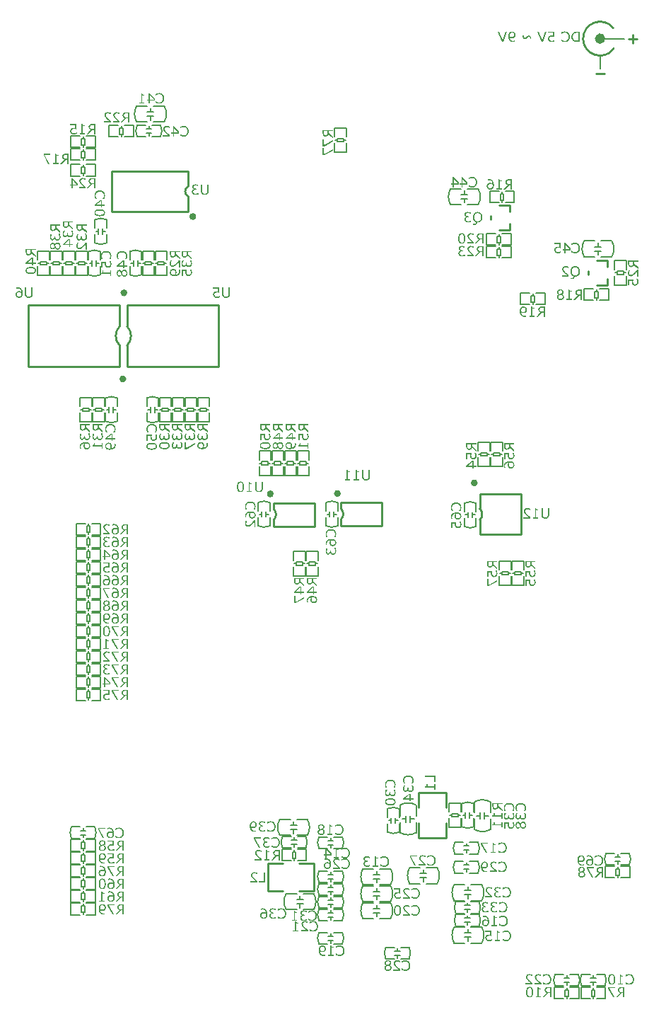
<source format=gbo>
%FSLAX25Y25*%
%MOIN*%
G70*
G01*
G75*
G04 Layer_Color=32896*
%ADD10R,0.10000X0.06000*%
%ADD11R,0.05500X0.04000*%
%ADD12R,0.05315X0.02756*%
%ADD13R,0.07087X0.02756*%
G04:AMPARAMS|DCode=14|XSize=74.8mil|YSize=129.92mil|CornerRadius=0mil|HoleSize=0mil|Usage=FLASHONLY|Rotation=90.000|XOffset=0mil|YOffset=0mil|HoleType=Round|Shape=Octagon|*
%AMOCTAGOND14*
4,1,8,-0.06496,-0.01870,-0.06496,0.01870,-0.04626,0.03740,0.04626,0.03740,0.06496,0.01870,0.06496,-0.01870,0.04626,-0.03740,-0.04626,-0.03740,-0.06496,-0.01870,0.0*
%
%ADD14OCTAGOND14*%

%ADD15R,0.03500X0.03000*%
%ADD16R,0.03000X0.03500*%
%ADD17R,0.04000X0.05500*%
%ADD18R,0.01000X0.06000*%
%ADD19R,0.06000X0.01000*%
%ADD20R,0.06000X0.01000*%
%ADD21R,0.01000X0.06000*%
%ADD22R,0.06000X0.01000*%
%ADD23R,0.01000X0.06000*%
%ADD24R,0.06000X0.01000*%
%ADD25R,0.01000X0.06000*%
%ADD26R,0.01000X0.06000*%
%ADD27R,0.06000X0.01000*%
%ADD28R,0.06000X0.01000*%
%ADD29R,0.01000X0.06000*%
%ADD30R,0.07480X0.04331*%
%ADD31R,0.07480X0.04331*%
G04:AMPARAMS|DCode=32|XSize=62.99mil|YSize=49.21mil|CornerRadius=0mil|HoleSize=0mil|Usage=FLASHONLY|Rotation=90.003|XOffset=0mil|YOffset=0mil|HoleType=Round|Shape=Rectangle|*
%AMROTATEDRECTD32*
4,1,4,0.02461,-0.03150,-0.02461,-0.03150,-0.02461,0.03150,0.02461,0.03150,0.02461,-0.03150,0.0*
%
%ADD32ROTATEDRECTD32*%

G04:AMPARAMS|DCode=33|XSize=62.99mil|YSize=49.21mil|CornerRadius=0mil|HoleSize=0mil|Usage=FLASHONLY|Rotation=90.003|XOffset=0mil|YOffset=0mil|HoleType=Round|Shape=Rectangle|*
%AMROTATEDRECTD33*
4,1,4,0.02461,-0.03150,-0.02461,-0.03150,-0.02461,0.03150,0.02461,0.03150,0.02461,-0.03150,0.0*
%
%ADD33ROTATEDRECTD33*%

G04:AMPARAMS|DCode=34|XSize=62.99mil|YSize=49.21mil|CornerRadius=0mil|HoleSize=0mil|Usage=FLASHONLY|Rotation=90.003|XOffset=0mil|YOffset=0mil|HoleType=Round|Shape=Rectangle|*
%AMROTATEDRECTD34*
4,1,4,0.02461,-0.03150,-0.02461,-0.03150,-0.02461,0.03150,0.02461,0.03150,0.02461,-0.03150,0.0*
%
%ADD34ROTATEDRECTD34*%

%ADD35R,0.02362X0.07284*%
%ADD36R,0.01496X0.07874*%
%ADD37R,0.01496X0.07874*%
%ADD38R,0.04724X0.02362*%
%ADD39R,0.07201X0.07874*%
%ADD40R,0.05000X0.05000*%
%ADD41R,0.05315X0.01575*%
%ADD42R,0.07087X0.05906*%
%ADD43R,0.05000X0.05000*%
%ADD44R,0.10000X0.07500*%
%ADD45R,0.13780X0.13780*%
%ADD46C,0.31496*%
%ADD47C,0.01500*%
%ADD48C,0.01000*%
%ADD49C,0.02000*%
%ADD50C,0.03000*%
%ADD51C,0.01200*%
%ADD52C,0.05906*%
%ADD53O,0.16535X0.07874*%
%ADD54O,0.15748X0.07874*%
%ADD55O,0.07874X0.15748*%
%ADD56C,0.06654*%
%ADD57R,0.06654X0.06654*%
%ADD58C,0.18740*%
%ADD59C,0.09449*%
%ADD60R,0.09449X0.09449*%
%ADD61R,0.05906X0.05906*%
%ADD62R,0.05906X0.05906*%
%ADD63C,0.06000*%
%ADD64C,0.06200*%
%ADD65R,0.06000X0.06000*%
%ADD66O,0.09055X0.05512*%
%ADD67C,0.05118*%
%ADD68C,0.02000*%
%ADD69C,0.03000*%
%ADD70R,0.11000X0.06000*%
%ADD71R,0.06000X0.11000*%
%ADD72R,0.01700X0.07100*%
%ADD73R,0.05000X0.08700*%
%ADD74R,0.05000X0.04000*%
%ADD75R,0.05000X0.03598*%
%ADD76C,0.10000*%
%ADD77C,0.00787*%
%ADD78C,0.00100*%
%ADD79C,0.00800*%
%ADD80C,0.01969*%
%ADD81C,0.01600*%
%ADD82C,0.00900*%
%ADD83C,0.00591*%
%ADD84C,0.00600*%
%ADD85R,0.05000X0.00400*%
%ADD86R,0.00400X0.05000*%
%ADD87R,0.10800X0.06800*%
%ADD88R,0.06300X0.04800*%
%ADD89R,0.06115X0.03556*%
%ADD90R,0.07887X0.03556*%
G04:AMPARAMS|DCode=91|XSize=82.8mil|YSize=137.92mil|CornerRadius=0mil|HoleSize=0mil|Usage=FLASHONLY|Rotation=90.000|XOffset=0mil|YOffset=0mil|HoleType=Round|Shape=Octagon|*
%AMOCTAGOND91*
4,1,8,-0.06896,-0.02070,-0.06896,0.02070,-0.04826,0.04140,0.04826,0.04140,0.06896,0.02070,0.06896,-0.02070,0.04826,-0.04140,-0.04826,-0.04140,-0.06896,-0.02070,0.0*
%
%ADD91OCTAGOND91*%

%ADD92R,0.04300X0.03800*%
%ADD93R,0.03800X0.04300*%
%ADD94R,0.04800X0.06300*%
%ADD95R,0.01800X0.06800*%
%ADD96R,0.06800X0.01800*%
%ADD97R,0.06800X0.01800*%
%ADD98R,0.01800X0.06800*%
%ADD99R,0.06800X0.01800*%
%ADD100R,0.01800X0.06800*%
%ADD101R,0.06800X0.01800*%
%ADD102R,0.01800X0.06800*%
%ADD103R,0.01800X0.06800*%
%ADD104R,0.06800X0.01800*%
%ADD105R,0.06800X0.01800*%
%ADD106R,0.01800X0.06800*%
%ADD107R,0.08280X0.05131*%
%ADD108R,0.08280X0.05131*%
G04:AMPARAMS|DCode=109|XSize=70.99mil|YSize=57.21mil|CornerRadius=0mil|HoleSize=0mil|Usage=FLASHONLY|Rotation=90.003|XOffset=0mil|YOffset=0mil|HoleType=Round|Shape=Rectangle|*
%AMROTATEDRECTD109*
4,1,4,0.02861,-0.03550,-0.02861,-0.03550,-0.02861,0.03550,0.02861,0.03550,0.02861,-0.03550,0.0*
%
%ADD109ROTATEDRECTD109*%

G04:AMPARAMS|DCode=110|XSize=70.99mil|YSize=57.21mil|CornerRadius=0mil|HoleSize=0mil|Usage=FLASHONLY|Rotation=90.003|XOffset=0mil|YOffset=0mil|HoleType=Round|Shape=Rectangle|*
%AMROTATEDRECTD110*
4,1,4,0.02861,-0.03550,-0.02861,-0.03550,-0.02861,0.03550,0.02861,0.03550,0.02861,-0.03550,0.0*
%
%ADD110ROTATEDRECTD110*%

G04:AMPARAMS|DCode=111|XSize=70.99mil|YSize=57.21mil|CornerRadius=0mil|HoleSize=0mil|Usage=FLASHONLY|Rotation=90.003|XOffset=0mil|YOffset=0mil|HoleType=Round|Shape=Rectangle|*
%AMROTATEDRECTD111*
4,1,4,0.02861,-0.03550,-0.02861,-0.03550,-0.02861,0.03550,0.02861,0.03550,0.02861,-0.03550,0.0*
%
%ADD111ROTATEDRECTD111*%

%ADD112R,0.03162X0.08083*%
%ADD113R,0.02296X0.08674*%
%ADD114R,0.02296X0.08674*%
%ADD115R,0.05524X0.03162*%
%ADD116R,0.08001X0.08674*%
%ADD117R,0.05800X0.05800*%
%ADD118R,0.06115X0.02375*%
%ADD119R,0.07887X0.06706*%
%ADD120R,0.05800X0.05800*%
%ADD121R,0.10800X0.08300*%
%ADD122R,0.14579X0.14579*%
%ADD123C,0.32296*%
%ADD124C,0.06706*%
%ADD125O,0.17335X0.08674*%
%ADD126O,0.16548X0.08674*%
%ADD127O,0.08674X0.16548*%
%ADD128C,0.07453*%
%ADD129R,0.07453X0.07453*%
%ADD130C,0.19540*%
%ADD131C,0.10249*%
%ADD132R,0.10249X0.10249*%
%ADD133R,0.06706X0.06706*%
%ADD134R,0.06706X0.06706*%
%ADD135C,0.06800*%
%ADD136C,0.07000*%
%ADD137R,0.06800X0.06800*%
%ADD138O,0.09855X0.06312*%
%ADD139C,0.05918*%
%ADD140R,0.11800X0.06800*%
%ADD141R,0.06800X0.11800*%
%ADD142R,0.02500X0.07900*%
%ADD143R,0.05800X0.09500*%
%ADD144R,0.05800X0.04800*%
%ADD145R,0.05800X0.04398*%
%ADD146C,0.02500*%
G36*
X88837Y-198558D02*
X88882Y-198662D01*
X88911Y-198766D01*
X88941Y-198869D01*
X88963Y-198958D01*
X88985Y-199025D01*
X88993Y-199054D01*
Y-199076D01*
X89000Y-199084D01*
Y-199091D01*
X89030Y-199239D01*
X89052Y-199380D01*
X89074Y-199506D01*
X89081Y-199631D01*
X89089Y-199728D01*
X89096Y-199809D01*
Y-199839D01*
Y-199861D01*
Y-199868D01*
Y-199876D01*
X89089Y-200016D01*
X89081Y-200157D01*
X89067Y-200275D01*
X89044Y-200379D01*
X89022Y-200468D01*
X89007Y-200534D01*
X89000Y-200579D01*
X88993Y-200593D01*
X88948Y-200712D01*
X88896Y-200815D01*
X88845Y-200912D01*
X88785Y-201000D01*
X88741Y-201067D01*
X88697Y-201111D01*
X88667Y-201148D01*
X88660Y-201156D01*
X88578Y-201230D01*
X88504Y-201296D01*
X88423Y-201356D01*
X88349Y-201400D01*
X88282Y-201437D01*
X88230Y-201467D01*
X88201Y-201481D01*
X88186Y-201489D01*
X88082Y-201533D01*
X87979Y-201563D01*
X87875Y-201585D01*
X87786Y-201600D01*
X87705Y-201607D01*
X87638Y-201615D01*
X87587D01*
X87468Y-201607D01*
X87365Y-201600D01*
X87276Y-201585D01*
X87194Y-201563D01*
X87135Y-201541D01*
X87091Y-201526D01*
X87061Y-201518D01*
X87054Y-201511D01*
X86980Y-201474D01*
X86906Y-201430D01*
X86847Y-201393D01*
X86802Y-201348D01*
X86758Y-201311D01*
X86728Y-201289D01*
X86713Y-201267D01*
X86706Y-201259D01*
X86617Y-201148D01*
X86558Y-201037D01*
X86528Y-200993D01*
X86514Y-200956D01*
X86499Y-200926D01*
Y-200919D01*
X86447Y-200778D01*
X86432Y-200719D01*
X86417Y-200667D01*
X86403Y-200623D01*
Y-200593D01*
X86395Y-200571D01*
Y-200564D01*
X86351D01*
X86314Y-200704D01*
X86255Y-200830D01*
X86195Y-200941D01*
X86129Y-201045D01*
X86070Y-201119D01*
X86018Y-201178D01*
X85988Y-201215D01*
X85973Y-201230D01*
X85855Y-201326D01*
X85737Y-201400D01*
X85626Y-201452D01*
X85515Y-201481D01*
X85418Y-201504D01*
X85344Y-201511D01*
X85315Y-201518D01*
X85278D01*
X85174Y-201511D01*
X85078Y-201496D01*
X84989Y-201481D01*
X84915Y-201459D01*
X84856Y-201430D01*
X84812Y-201415D01*
X84782Y-201400D01*
X84775Y-201393D01*
X84693Y-201341D01*
X84619Y-201289D01*
X84560Y-201230D01*
X84501Y-201178D01*
X84456Y-201126D01*
X84427Y-201082D01*
X84405Y-201052D01*
X84397Y-201045D01*
X84308Y-200882D01*
X84271Y-200801D01*
X84242Y-200727D01*
X84220Y-200660D01*
X84205Y-200608D01*
X84190Y-200579D01*
Y-200564D01*
X84168Y-200460D01*
X84153Y-200357D01*
X84138Y-200253D01*
X84131Y-200157D01*
X84123Y-200075D01*
Y-200009D01*
Y-199964D01*
Y-199957D01*
Y-199950D01*
X84131Y-199816D01*
X84138Y-199683D01*
X84153Y-199557D01*
X84168Y-199439D01*
X84190Y-199343D01*
X84205Y-199269D01*
X84212Y-199239D01*
Y-199217D01*
X84220Y-199210D01*
Y-199202D01*
X84257Y-199069D01*
X84294Y-198951D01*
X84331Y-198847D01*
X84360Y-198758D01*
X84390Y-198692D01*
X84405Y-198647D01*
X84419Y-198610D01*
X84427Y-198603D01*
X85100D01*
Y-198632D01*
X85026Y-198751D01*
X84967Y-198862D01*
X84915Y-198973D01*
X84871Y-199069D01*
X84834Y-199150D01*
X84812Y-199217D01*
X84797Y-199261D01*
X84789Y-199276D01*
X84752Y-199402D01*
X84723Y-199528D01*
X84708Y-199639D01*
X84693Y-199735D01*
X84686Y-199816D01*
X84678Y-199876D01*
Y-199913D01*
Y-199927D01*
X84686Y-200068D01*
X84693Y-200127D01*
Y-200179D01*
X84701Y-200223D01*
X84708Y-200253D01*
X84715Y-200275D01*
Y-200283D01*
X84745Y-200401D01*
X84760Y-200453D01*
X84782Y-200497D01*
X84797Y-200534D01*
X84812Y-200564D01*
X84819Y-200579D01*
X84826Y-200586D01*
X84900Y-200675D01*
X84967Y-200741D01*
X85004Y-200764D01*
X85026Y-200778D01*
X85041Y-200793D01*
X85048D01*
X85145Y-200838D01*
X85241Y-200860D01*
X85285Y-200867D01*
X85344D01*
X85485Y-200852D01*
X85603Y-200823D01*
X85707Y-200771D01*
X85788Y-200719D01*
X85855Y-200667D01*
X85907Y-200616D01*
X85936Y-200586D01*
X85944Y-200571D01*
X86010Y-200453D01*
X86062Y-200327D01*
X86092Y-200194D01*
X86121Y-200068D01*
X86136Y-199957D01*
Y-199913D01*
X86144Y-199868D01*
Y-199831D01*
Y-199809D01*
Y-199794D01*
Y-199787D01*
Y-199565D01*
X86676D01*
Y-199853D01*
X86684Y-200024D01*
X86691Y-200098D01*
Y-200164D01*
X86699Y-200216D01*
X86706Y-200260D01*
X86713Y-200290D01*
Y-200297D01*
X86728Y-200371D01*
X86750Y-200438D01*
X86773Y-200505D01*
X86795Y-200556D01*
X86817Y-200593D01*
X86839Y-200623D01*
X86847Y-200645D01*
X86854Y-200653D01*
X86935Y-200749D01*
X87024Y-200815D01*
X87061Y-200845D01*
X87091Y-200860D01*
X87113Y-200875D01*
X87120D01*
X87187Y-200904D01*
X87254Y-200926D01*
X87328Y-200941D01*
X87394Y-200956D01*
X87453D01*
X87498Y-200963D01*
X87638D01*
X87720Y-200949D01*
X87794Y-200941D01*
X87853Y-200926D01*
X87905Y-200912D01*
X87942Y-200904D01*
X87964Y-200889D01*
X87971D01*
X88090Y-200823D01*
X88142Y-200786D01*
X88193Y-200749D01*
X88230Y-200719D01*
X88260Y-200690D01*
X88275Y-200675D01*
X88282Y-200667D01*
X88327Y-200608D01*
X88364Y-200549D01*
X88423Y-200431D01*
X88445Y-200379D01*
X88460Y-200334D01*
X88475Y-200305D01*
Y-200297D01*
X88512Y-200135D01*
X88526Y-200061D01*
X88534Y-199994D01*
Y-199942D01*
X88541Y-199905D01*
Y-199876D01*
Y-199868D01*
X88534Y-199735D01*
X88519Y-199609D01*
X88504Y-199491D01*
X88482Y-199380D01*
X88460Y-199284D01*
X88438Y-199217D01*
X88430Y-199187D01*
Y-199165D01*
X88423Y-199158D01*
Y-199150D01*
X88378Y-199017D01*
X88327Y-198891D01*
X88275Y-198788D01*
X88223Y-198692D01*
X88186Y-198610D01*
X88149Y-198558D01*
X88127Y-198521D01*
X88119Y-198507D01*
Y-198462D01*
X88800D01*
X88837Y-198558D01*
D02*
G37*
G36*
X84782Y-205322D02*
X89000Y-203028D01*
Y-203716D01*
X84937Y-205877D01*
X84220D01*
Y-202606D01*
X84782D01*
Y-205322D01*
D02*
G37*
G36*
X89000Y-194636D02*
X87098D01*
Y-195524D01*
X89000Y-197130D01*
Y-197959D01*
X86913Y-196153D01*
X86839Y-196316D01*
X86758Y-196457D01*
X86669Y-196583D01*
X86580Y-196686D01*
X86506Y-196768D01*
X86447Y-196827D01*
X86403Y-196856D01*
X86395Y-196871D01*
X86388D01*
X86247Y-196960D01*
X86107Y-197027D01*
X85959Y-197071D01*
X85825Y-197108D01*
X85707Y-197123D01*
X85655Y-197130D01*
X85611D01*
X85574Y-197138D01*
X85522D01*
X85389Y-197130D01*
X85263Y-197115D01*
X85159Y-197093D01*
X85063Y-197064D01*
X84989Y-197034D01*
X84937Y-197012D01*
X84908Y-196997D01*
X84893Y-196990D01*
X84804Y-196930D01*
X84723Y-196864D01*
X84649Y-196797D01*
X84590Y-196731D01*
X84545Y-196671D01*
X84508Y-196627D01*
X84486Y-196597D01*
X84479Y-196583D01*
X84427Y-196494D01*
X84390Y-196405D01*
X84353Y-196316D01*
X84323Y-196235D01*
X84308Y-196161D01*
X84294Y-196109D01*
X84279Y-196072D01*
Y-196057D01*
X84257Y-195946D01*
X84242Y-195820D01*
X84234Y-195702D01*
X84227Y-195591D01*
X84220Y-195487D01*
Y-195413D01*
Y-195384D01*
Y-195362D01*
Y-195347D01*
Y-195339D01*
Y-194000D01*
X89000D01*
Y-194636D01*
D02*
G37*
G36*
X39337Y-198558D02*
X39382Y-198662D01*
X39411Y-198766D01*
X39441Y-198869D01*
X39463Y-198958D01*
X39485Y-199025D01*
X39493Y-199054D01*
Y-199076D01*
X39500Y-199084D01*
Y-199091D01*
X39530Y-199239D01*
X39552Y-199380D01*
X39574Y-199506D01*
X39581Y-199631D01*
X39589Y-199728D01*
X39596Y-199809D01*
Y-199839D01*
Y-199861D01*
Y-199868D01*
Y-199876D01*
X39589Y-200016D01*
X39581Y-200157D01*
X39567Y-200275D01*
X39544Y-200379D01*
X39522Y-200468D01*
X39507Y-200534D01*
X39500Y-200579D01*
X39493Y-200593D01*
X39448Y-200712D01*
X39396Y-200815D01*
X39345Y-200912D01*
X39285Y-201000D01*
X39241Y-201067D01*
X39197Y-201111D01*
X39167Y-201148D01*
X39160Y-201156D01*
X39078Y-201230D01*
X39004Y-201296D01*
X38923Y-201356D01*
X38849Y-201400D01*
X38782Y-201437D01*
X38730Y-201467D01*
X38701Y-201481D01*
X38686Y-201489D01*
X38582Y-201533D01*
X38479Y-201563D01*
X38375Y-201585D01*
X38286Y-201600D01*
X38205Y-201607D01*
X38138Y-201615D01*
X38087D01*
X37968Y-201607D01*
X37865Y-201600D01*
X37776Y-201585D01*
X37694Y-201563D01*
X37635Y-201541D01*
X37591Y-201526D01*
X37561Y-201518D01*
X37554Y-201511D01*
X37480Y-201474D01*
X37406Y-201430D01*
X37347Y-201393D01*
X37302Y-201348D01*
X37258Y-201311D01*
X37228Y-201289D01*
X37213Y-201267D01*
X37206Y-201259D01*
X37117Y-201148D01*
X37058Y-201037D01*
X37028Y-200993D01*
X37014Y-200956D01*
X36999Y-200926D01*
Y-200919D01*
X36947Y-200778D01*
X36932Y-200719D01*
X36917Y-200667D01*
X36903Y-200623D01*
Y-200593D01*
X36895Y-200571D01*
Y-200564D01*
X36851D01*
X36814Y-200704D01*
X36755Y-200830D01*
X36695Y-200941D01*
X36629Y-201045D01*
X36570Y-201119D01*
X36518Y-201178D01*
X36488Y-201215D01*
X36473Y-201230D01*
X36355Y-201326D01*
X36237Y-201400D01*
X36126Y-201452D01*
X36015Y-201481D01*
X35918Y-201504D01*
X35844Y-201511D01*
X35815Y-201518D01*
X35778D01*
X35674Y-201511D01*
X35578Y-201496D01*
X35489Y-201481D01*
X35415Y-201459D01*
X35356Y-201430D01*
X35312Y-201415D01*
X35282Y-201400D01*
X35275Y-201393D01*
X35193Y-201341D01*
X35119Y-201289D01*
X35060Y-201230D01*
X35001Y-201178D01*
X34956Y-201126D01*
X34927Y-201082D01*
X34905Y-201052D01*
X34897Y-201045D01*
X34808Y-200882D01*
X34771Y-200801D01*
X34742Y-200727D01*
X34720Y-200660D01*
X34705Y-200608D01*
X34690Y-200579D01*
Y-200564D01*
X34668Y-200460D01*
X34653Y-200357D01*
X34638Y-200253D01*
X34631Y-200157D01*
X34623Y-200075D01*
Y-200009D01*
Y-199964D01*
Y-199957D01*
Y-199950D01*
X34631Y-199816D01*
X34638Y-199683D01*
X34653Y-199557D01*
X34668Y-199439D01*
X34690Y-199343D01*
X34705Y-199269D01*
X34712Y-199239D01*
Y-199217D01*
X34720Y-199210D01*
Y-199202D01*
X34757Y-199069D01*
X34794Y-198951D01*
X34831Y-198847D01*
X34860Y-198758D01*
X34890Y-198692D01*
X34905Y-198647D01*
X34919Y-198610D01*
X34927Y-198603D01*
X35600D01*
Y-198632D01*
X35526Y-198751D01*
X35467Y-198862D01*
X35415Y-198973D01*
X35371Y-199069D01*
X35334Y-199150D01*
X35312Y-199217D01*
X35297Y-199261D01*
X35289Y-199276D01*
X35252Y-199402D01*
X35223Y-199528D01*
X35208Y-199639D01*
X35193Y-199735D01*
X35186Y-199816D01*
X35178Y-199876D01*
Y-199913D01*
Y-199927D01*
X35186Y-200068D01*
X35193Y-200127D01*
Y-200179D01*
X35201Y-200223D01*
X35208Y-200253D01*
X35215Y-200275D01*
Y-200283D01*
X35245Y-200401D01*
X35260Y-200453D01*
X35282Y-200497D01*
X35297Y-200534D01*
X35312Y-200564D01*
X35319Y-200579D01*
X35326Y-200586D01*
X35400Y-200675D01*
X35467Y-200741D01*
X35504Y-200764D01*
X35526Y-200778D01*
X35541Y-200793D01*
X35548D01*
X35645Y-200838D01*
X35741Y-200860D01*
X35785Y-200867D01*
X35844D01*
X35985Y-200852D01*
X36103Y-200823D01*
X36207Y-200771D01*
X36288Y-200719D01*
X36355Y-200667D01*
X36407Y-200616D01*
X36436Y-200586D01*
X36444Y-200571D01*
X36510Y-200453D01*
X36562Y-200327D01*
X36592Y-200194D01*
X36621Y-200068D01*
X36636Y-199957D01*
Y-199913D01*
X36644Y-199868D01*
Y-199831D01*
Y-199809D01*
Y-199794D01*
Y-199787D01*
Y-199565D01*
X37176D01*
Y-199853D01*
X37184Y-200024D01*
X37191Y-200098D01*
Y-200164D01*
X37199Y-200216D01*
X37206Y-200260D01*
X37213Y-200290D01*
Y-200297D01*
X37228Y-200371D01*
X37250Y-200438D01*
X37273Y-200505D01*
X37295Y-200556D01*
X37317Y-200593D01*
X37339Y-200623D01*
X37347Y-200645D01*
X37354Y-200653D01*
X37435Y-200749D01*
X37524Y-200815D01*
X37561Y-200845D01*
X37591Y-200860D01*
X37613Y-200875D01*
X37620D01*
X37687Y-200904D01*
X37754Y-200926D01*
X37828Y-200941D01*
X37894Y-200956D01*
X37953D01*
X37998Y-200963D01*
X38138D01*
X38220Y-200949D01*
X38294Y-200941D01*
X38353Y-200926D01*
X38405Y-200912D01*
X38442Y-200904D01*
X38464Y-200889D01*
X38471D01*
X38590Y-200823D01*
X38642Y-200786D01*
X38693Y-200749D01*
X38730Y-200719D01*
X38760Y-200690D01*
X38775Y-200675D01*
X38782Y-200667D01*
X38827Y-200608D01*
X38864Y-200549D01*
X38923Y-200431D01*
X38945Y-200379D01*
X38960Y-200334D01*
X38975Y-200305D01*
Y-200297D01*
X39012Y-200135D01*
X39026Y-200061D01*
X39034Y-199994D01*
Y-199942D01*
X39041Y-199905D01*
Y-199876D01*
Y-199868D01*
X39034Y-199735D01*
X39019Y-199609D01*
X39004Y-199491D01*
X38982Y-199380D01*
X38960Y-199284D01*
X38938Y-199217D01*
X38930Y-199187D01*
Y-199165D01*
X38923Y-199158D01*
Y-199150D01*
X38878Y-199017D01*
X38827Y-198891D01*
X38775Y-198788D01*
X38723Y-198692D01*
X38686Y-198610D01*
X38649Y-198558D01*
X38627Y-198521D01*
X38619Y-198507D01*
Y-198462D01*
X39300D01*
X39337Y-198558D01*
D02*
G37*
G36*
X37620Y-202554D02*
X37828Y-202569D01*
X38005Y-202591D01*
X38161Y-202621D01*
X38235Y-202636D01*
X38294Y-202651D01*
X38338Y-202658D01*
X38383Y-202673D01*
X38420Y-202680D01*
X38442Y-202688D01*
X38457Y-202695D01*
X38464D01*
X38619Y-202754D01*
X38760Y-202821D01*
X38878Y-202895D01*
X38982Y-202961D01*
X39056Y-203021D01*
X39115Y-203072D01*
X39152Y-203102D01*
X39167Y-203117D01*
X39241Y-203206D01*
X39308Y-203287D01*
X39367Y-203376D01*
X39411Y-203457D01*
X39448Y-203524D01*
X39470Y-203576D01*
X39485Y-203613D01*
X39493Y-203627D01*
X39530Y-203738D01*
X39552Y-203849D01*
X39574Y-203960D01*
X39581Y-204057D01*
X39589Y-204145D01*
X39596Y-204212D01*
Y-204256D01*
Y-204264D01*
Y-204271D01*
X39589Y-204397D01*
X39574Y-204523D01*
X39552Y-204641D01*
X39522Y-204752D01*
X39493Y-204856D01*
X39448Y-204952D01*
X39411Y-205048D01*
X39367Y-205130D01*
X39322Y-205204D01*
X39285Y-205263D01*
X39241Y-205322D01*
X39211Y-205366D01*
X39182Y-205403D01*
X39160Y-205433D01*
X39145Y-205448D01*
X39137Y-205455D01*
X39049Y-205537D01*
X38952Y-205611D01*
X38856Y-205677D01*
X38760Y-205736D01*
X38656Y-205781D01*
X38560Y-205818D01*
X38375Y-205877D01*
X38286Y-205899D01*
X38205Y-205914D01*
X38138Y-205921D01*
X38072Y-205929D01*
X38020Y-205936D01*
X37953D01*
X37798Y-205929D01*
X37657Y-205914D01*
X37532Y-205892D01*
X37428Y-205862D01*
X37347Y-205833D01*
X37280Y-205810D01*
X37243Y-205796D01*
X37228Y-205788D01*
X37117Y-205729D01*
X37021Y-205662D01*
X36940Y-205596D01*
X36866Y-205522D01*
X36806Y-205463D01*
X36769Y-205411D01*
X36740Y-205381D01*
X36732Y-205366D01*
X36673Y-205278D01*
X36621Y-205189D01*
X36584Y-205107D01*
X36555Y-205033D01*
X36533Y-204974D01*
X36518Y-204930D01*
X36503Y-204893D01*
Y-204885D01*
X36481Y-204797D01*
X36466Y-204708D01*
X36459Y-204612D01*
X36451Y-204530D01*
X36444Y-204456D01*
Y-204397D01*
Y-204360D01*
Y-204345D01*
Y-204219D01*
X36459Y-204108D01*
X36473Y-204005D01*
X36488Y-203916D01*
X36503Y-203842D01*
X36518Y-203783D01*
X36525Y-203753D01*
X36533Y-203738D01*
X36570Y-203642D01*
X36607Y-203546D01*
X36651Y-203457D01*
X36688Y-203376D01*
X36725Y-203309D01*
X36755Y-203257D01*
X36777Y-203228D01*
X36784Y-203213D01*
X36651Y-203228D01*
X36518Y-203250D01*
X36399Y-203280D01*
X36288Y-203317D01*
X36185Y-203354D01*
X36089Y-203391D01*
X36000Y-203435D01*
X35918Y-203472D01*
X35852Y-203516D01*
X35793Y-203553D01*
X35733Y-203590D01*
X35696Y-203620D01*
X35659Y-203650D01*
X35637Y-203672D01*
X35622Y-203679D01*
X35615Y-203687D01*
X35541Y-203768D01*
X35467Y-203857D01*
X35415Y-203946D01*
X35363Y-204034D01*
X35319Y-204123D01*
X35282Y-204219D01*
X35230Y-204397D01*
X35215Y-204478D01*
X35201Y-204552D01*
X35193Y-204619D01*
X35186Y-204678D01*
X35178Y-204723D01*
Y-204760D01*
Y-204782D01*
Y-204789D01*
X35186Y-204930D01*
X35193Y-204989D01*
X35201Y-205048D01*
X35208Y-205093D01*
X35215Y-205130D01*
X35223Y-205152D01*
Y-205159D01*
X35238Y-205226D01*
X35252Y-205278D01*
X35267Y-205329D01*
X35282Y-205366D01*
X35297Y-205396D01*
X35304Y-205418D01*
X35312Y-205426D01*
Y-205433D01*
Y-205470D01*
X34697D01*
X34675Y-205374D01*
X34660Y-205285D01*
X34653Y-205255D01*
X34646Y-205226D01*
Y-205211D01*
Y-205204D01*
X34631Y-205100D01*
X34623Y-204996D01*
Y-204952D01*
Y-204915D01*
Y-204893D01*
Y-204885D01*
X34631Y-204671D01*
X34653Y-204471D01*
X34690Y-204293D01*
X34727Y-204145D01*
X34749Y-204079D01*
X34764Y-204020D01*
X34779Y-203968D01*
X34801Y-203923D01*
X34808Y-203886D01*
X34823Y-203864D01*
X34831Y-203849D01*
Y-203842D01*
X34912Y-203687D01*
X35008Y-203539D01*
X35104Y-203420D01*
X35193Y-203317D01*
X35275Y-203228D01*
X35341Y-203169D01*
X35386Y-203132D01*
X35393Y-203117D01*
X35400D01*
X35548Y-203013D01*
X35696Y-202924D01*
X35844Y-202843D01*
X35978Y-202784D01*
X36096Y-202739D01*
X36148Y-202717D01*
X36192Y-202702D01*
X36222Y-202695D01*
X36251Y-202688D01*
X36266Y-202680D01*
X36274D01*
X36459Y-202636D01*
X36658Y-202606D01*
X36843Y-202577D01*
X37021Y-202562D01*
X37095D01*
X37169Y-202554D01*
X37236D01*
X37287Y-202547D01*
X37398D01*
X37620Y-202554D01*
D02*
G37*
G36*
X25500Y-100636D02*
X23598D01*
Y-101524D01*
X25500Y-103130D01*
Y-103959D01*
X23413Y-102153D01*
X23339Y-102316D01*
X23258Y-102457D01*
X23169Y-102583D01*
X23080Y-102686D01*
X23006Y-102768D01*
X22947Y-102827D01*
X22903Y-102856D01*
X22895Y-102871D01*
X22888D01*
X22747Y-102960D01*
X22607Y-103027D01*
X22459Y-103071D01*
X22325Y-103108D01*
X22207Y-103123D01*
X22155Y-103130D01*
X22111D01*
X22074Y-103138D01*
X22022D01*
X21889Y-103130D01*
X21763Y-103115D01*
X21659Y-103093D01*
X21563Y-103064D01*
X21489Y-103034D01*
X21437Y-103012D01*
X21408Y-102997D01*
X21393Y-102990D01*
X21304Y-102930D01*
X21223Y-102864D01*
X21149Y-102797D01*
X21090Y-102731D01*
X21045Y-102671D01*
X21008Y-102627D01*
X20986Y-102597D01*
X20979Y-102583D01*
X20927Y-102494D01*
X20890Y-102405D01*
X20853Y-102316D01*
X20823Y-102235D01*
X20808Y-102161D01*
X20794Y-102109D01*
X20779Y-102072D01*
Y-102057D01*
X20757Y-101946D01*
X20742Y-101820D01*
X20734Y-101702D01*
X20727Y-101591D01*
X20720Y-101487D01*
Y-101413D01*
Y-101384D01*
Y-101362D01*
Y-101347D01*
Y-101339D01*
Y-100000D01*
X25500D01*
Y-100636D01*
D02*
G37*
G36*
X94837Y-198558D02*
X94882Y-198662D01*
X94911Y-198766D01*
X94941Y-198869D01*
X94963Y-198958D01*
X94985Y-199025D01*
X94993Y-199054D01*
Y-199076D01*
X95000Y-199084D01*
Y-199091D01*
X95030Y-199239D01*
X95052Y-199380D01*
X95074Y-199506D01*
X95081Y-199631D01*
X95089Y-199728D01*
X95096Y-199809D01*
Y-199839D01*
Y-199861D01*
Y-199868D01*
Y-199876D01*
X95089Y-200016D01*
X95081Y-200157D01*
X95067Y-200275D01*
X95044Y-200379D01*
X95022Y-200468D01*
X95007Y-200534D01*
X95000Y-200579D01*
X94993Y-200593D01*
X94948Y-200712D01*
X94896Y-200815D01*
X94845Y-200912D01*
X94785Y-201000D01*
X94741Y-201067D01*
X94697Y-201111D01*
X94667Y-201148D01*
X94660Y-201156D01*
X94578Y-201230D01*
X94504Y-201296D01*
X94423Y-201356D01*
X94349Y-201400D01*
X94282Y-201437D01*
X94230Y-201467D01*
X94201Y-201481D01*
X94186Y-201489D01*
X94082Y-201533D01*
X93979Y-201563D01*
X93875Y-201585D01*
X93786Y-201600D01*
X93705Y-201607D01*
X93638Y-201615D01*
X93587D01*
X93468Y-201607D01*
X93365Y-201600D01*
X93276Y-201585D01*
X93194Y-201563D01*
X93135Y-201541D01*
X93091Y-201526D01*
X93061Y-201518D01*
X93054Y-201511D01*
X92980Y-201474D01*
X92906Y-201430D01*
X92847Y-201393D01*
X92802Y-201348D01*
X92758Y-201311D01*
X92728Y-201289D01*
X92713Y-201267D01*
X92706Y-201259D01*
X92617Y-201148D01*
X92558Y-201037D01*
X92528Y-200993D01*
X92514Y-200956D01*
X92499Y-200926D01*
Y-200919D01*
X92447Y-200778D01*
X92432Y-200719D01*
X92417Y-200667D01*
X92403Y-200623D01*
Y-200593D01*
X92395Y-200571D01*
Y-200564D01*
X92351D01*
X92314Y-200704D01*
X92255Y-200830D01*
X92195Y-200941D01*
X92129Y-201045D01*
X92070Y-201119D01*
X92018Y-201178D01*
X91988Y-201215D01*
X91973Y-201230D01*
X91855Y-201326D01*
X91737Y-201400D01*
X91626Y-201452D01*
X91515Y-201481D01*
X91418Y-201504D01*
X91344Y-201511D01*
X91315Y-201518D01*
X91278D01*
X91174Y-201511D01*
X91078Y-201496D01*
X90989Y-201481D01*
X90915Y-201459D01*
X90856Y-201430D01*
X90812Y-201415D01*
X90782Y-201400D01*
X90775Y-201393D01*
X90693Y-201341D01*
X90619Y-201289D01*
X90560Y-201230D01*
X90501Y-201178D01*
X90456Y-201126D01*
X90427Y-201082D01*
X90405Y-201052D01*
X90397Y-201045D01*
X90308Y-200882D01*
X90271Y-200801D01*
X90242Y-200727D01*
X90220Y-200660D01*
X90205Y-200608D01*
X90190Y-200579D01*
Y-200564D01*
X90168Y-200460D01*
X90153Y-200357D01*
X90138Y-200253D01*
X90131Y-200157D01*
X90123Y-200075D01*
Y-200009D01*
Y-199964D01*
Y-199957D01*
Y-199950D01*
X90131Y-199816D01*
X90138Y-199683D01*
X90153Y-199557D01*
X90168Y-199439D01*
X90190Y-199343D01*
X90205Y-199269D01*
X90212Y-199239D01*
Y-199217D01*
X90220Y-199210D01*
Y-199202D01*
X90257Y-199069D01*
X90294Y-198951D01*
X90331Y-198847D01*
X90360Y-198758D01*
X90390Y-198692D01*
X90405Y-198647D01*
X90419Y-198610D01*
X90427Y-198603D01*
X91100D01*
Y-198632D01*
X91026Y-198751D01*
X90967Y-198862D01*
X90915Y-198973D01*
X90871Y-199069D01*
X90834Y-199150D01*
X90812Y-199217D01*
X90797Y-199261D01*
X90789Y-199276D01*
X90752Y-199402D01*
X90723Y-199528D01*
X90708Y-199639D01*
X90693Y-199735D01*
X90686Y-199816D01*
X90678Y-199876D01*
Y-199913D01*
Y-199927D01*
X90686Y-200068D01*
X90693Y-200127D01*
Y-200179D01*
X90701Y-200223D01*
X90708Y-200253D01*
X90715Y-200275D01*
Y-200283D01*
X90745Y-200401D01*
X90760Y-200453D01*
X90782Y-200497D01*
X90797Y-200534D01*
X90812Y-200564D01*
X90819Y-200579D01*
X90826Y-200586D01*
X90900Y-200675D01*
X90967Y-200741D01*
X91004Y-200764D01*
X91026Y-200778D01*
X91041Y-200793D01*
X91048D01*
X91145Y-200838D01*
X91241Y-200860D01*
X91285Y-200867D01*
X91344D01*
X91485Y-200852D01*
X91603Y-200823D01*
X91707Y-200771D01*
X91788Y-200719D01*
X91855Y-200667D01*
X91907Y-200616D01*
X91936Y-200586D01*
X91944Y-200571D01*
X92010Y-200453D01*
X92062Y-200327D01*
X92092Y-200194D01*
X92121Y-200068D01*
X92136Y-199957D01*
Y-199913D01*
X92144Y-199868D01*
Y-199831D01*
Y-199809D01*
Y-199794D01*
Y-199787D01*
Y-199565D01*
X92676D01*
Y-199853D01*
X92684Y-200024D01*
X92691Y-200098D01*
Y-200164D01*
X92699Y-200216D01*
X92706Y-200260D01*
X92713Y-200290D01*
Y-200297D01*
X92728Y-200371D01*
X92750Y-200438D01*
X92773Y-200505D01*
X92795Y-200556D01*
X92817Y-200593D01*
X92839Y-200623D01*
X92847Y-200645D01*
X92854Y-200653D01*
X92935Y-200749D01*
X93024Y-200815D01*
X93061Y-200845D01*
X93091Y-200860D01*
X93113Y-200875D01*
X93120D01*
X93187Y-200904D01*
X93254Y-200926D01*
X93328Y-200941D01*
X93394Y-200956D01*
X93453D01*
X93498Y-200963D01*
X93638D01*
X93720Y-200949D01*
X93794Y-200941D01*
X93853Y-200926D01*
X93905Y-200912D01*
X93942Y-200904D01*
X93964Y-200889D01*
X93971D01*
X94090Y-200823D01*
X94142Y-200786D01*
X94193Y-200749D01*
X94230Y-200719D01*
X94260Y-200690D01*
X94275Y-200675D01*
X94282Y-200667D01*
X94327Y-200608D01*
X94364Y-200549D01*
X94423Y-200431D01*
X94445Y-200379D01*
X94460Y-200334D01*
X94475Y-200305D01*
Y-200297D01*
X94512Y-200135D01*
X94526Y-200061D01*
X94534Y-199994D01*
Y-199942D01*
X94541Y-199905D01*
Y-199876D01*
Y-199868D01*
X94534Y-199735D01*
X94519Y-199609D01*
X94504Y-199491D01*
X94482Y-199380D01*
X94460Y-199284D01*
X94438Y-199217D01*
X94430Y-199187D01*
Y-199165D01*
X94423Y-199158D01*
Y-199150D01*
X94378Y-199017D01*
X94327Y-198891D01*
X94275Y-198788D01*
X94223Y-198692D01*
X94186Y-198610D01*
X94149Y-198558D01*
X94127Y-198521D01*
X94119Y-198507D01*
Y-198462D01*
X94800D01*
X94837Y-198558D01*
D02*
G37*
G36*
X91929Y-202480D02*
X92062Y-202495D01*
X92188Y-202517D01*
X92292Y-202547D01*
X92380Y-202569D01*
X92447Y-202591D01*
X92484Y-202606D01*
X92499Y-202614D01*
X92610Y-202673D01*
X92706Y-202739D01*
X92787Y-202806D01*
X92861Y-202880D01*
X92921Y-202939D01*
X92958Y-202991D01*
X92987Y-203021D01*
X92995Y-203035D01*
X93054Y-203124D01*
X93106Y-203213D01*
X93143Y-203294D01*
X93172Y-203368D01*
X93194Y-203428D01*
X93209Y-203479D01*
X93224Y-203509D01*
Y-203516D01*
X93254Y-203701D01*
X93261Y-203790D01*
X93268Y-203872D01*
X93276Y-203946D01*
Y-203997D01*
Y-204034D01*
Y-204049D01*
Y-204160D01*
X93261Y-204271D01*
X93254Y-204367D01*
X93239Y-204449D01*
X93224Y-204523D01*
X93217Y-204575D01*
X93202Y-204604D01*
Y-204619D01*
X93172Y-204723D01*
X93128Y-204819D01*
X93083Y-204915D01*
X93046Y-205004D01*
X93002Y-205070D01*
X92972Y-205130D01*
X92950Y-205167D01*
X92943Y-205181D01*
X93076Y-205167D01*
X93209Y-205144D01*
X93328Y-205115D01*
X93439Y-205085D01*
X93550Y-205048D01*
X93646Y-205011D01*
X93735Y-204967D01*
X93809Y-204930D01*
X93883Y-204885D01*
X93942Y-204848D01*
X93994Y-204811D01*
X94038Y-204782D01*
X94075Y-204752D01*
X94097Y-204730D01*
X94112Y-204723D01*
X94119Y-204715D01*
X94193Y-204634D01*
X94260Y-204552D01*
X94312Y-204464D01*
X94364Y-204375D01*
X94401Y-204279D01*
X94438Y-204190D01*
X94489Y-204012D01*
X94504Y-203931D01*
X94519Y-203849D01*
X94526Y-203783D01*
X94534Y-203724D01*
X94541Y-203672D01*
Y-203635D01*
Y-203613D01*
Y-203605D01*
X94534Y-203457D01*
X94526Y-203398D01*
X94519Y-203339D01*
Y-203294D01*
X94512Y-203257D01*
X94504Y-203235D01*
Y-203228D01*
X94489Y-203169D01*
X94467Y-203117D01*
X94452Y-203072D01*
X94438Y-203035D01*
X94423Y-203006D01*
X94415Y-202984D01*
X94408Y-202976D01*
Y-202969D01*
Y-202939D01*
X95022D01*
X95044Y-203028D01*
X95059Y-203109D01*
X95067Y-203146D01*
X95074Y-203176D01*
Y-203191D01*
Y-203198D01*
X95089Y-203309D01*
X95096Y-203413D01*
Y-203457D01*
Y-203487D01*
Y-203509D01*
Y-203516D01*
X95089Y-203731D01*
X95067Y-203931D01*
X95037Y-204101D01*
X95000Y-204256D01*
X94985Y-204316D01*
X94963Y-204375D01*
X94948Y-204427D01*
X94933Y-204471D01*
X94919Y-204501D01*
X94911Y-204523D01*
X94904Y-204538D01*
Y-204545D01*
X94822Y-204700D01*
X94734Y-204841D01*
X94637Y-204967D01*
X94541Y-205078D01*
X94460Y-205159D01*
X94393Y-205226D01*
X94349Y-205263D01*
X94341Y-205278D01*
X94334D01*
X94193Y-205381D01*
X94045Y-205470D01*
X93905Y-205544D01*
X93764Y-205603D01*
X93646Y-205648D01*
X93594Y-205662D01*
X93550Y-205677D01*
X93520Y-205692D01*
X93490Y-205699D01*
X93476Y-205707D01*
X93468D01*
X93276Y-205759D01*
X93076Y-205796D01*
X92884Y-205818D01*
X92706Y-205840D01*
X92625D01*
X92558Y-205847D01*
X92491D01*
X92432Y-205855D01*
X92329D01*
X92092Y-205847D01*
X91877Y-205833D01*
X91692Y-205810D01*
X91611Y-205796D01*
X91537Y-205781D01*
X91470Y-205766D01*
X91411Y-205751D01*
X91367Y-205744D01*
X91322Y-205729D01*
X91293Y-205722D01*
X91270Y-205714D01*
X91256Y-205707D01*
X91248D01*
X91100Y-205648D01*
X90960Y-205581D01*
X90841Y-205507D01*
X90745Y-205440D01*
X90664Y-205381D01*
X90604Y-205329D01*
X90575Y-205300D01*
X90560Y-205285D01*
X90486Y-205196D01*
X90419Y-205107D01*
X90360Y-205026D01*
X90316Y-204945D01*
X90279Y-204871D01*
X90257Y-204819D01*
X90242Y-204782D01*
X90234Y-204767D01*
X90197Y-204656D01*
X90168Y-204545D01*
X90153Y-204434D01*
X90138Y-204338D01*
X90131Y-204249D01*
X90123Y-204182D01*
Y-204138D01*
Y-204131D01*
Y-204123D01*
X90131Y-203997D01*
X90146Y-203879D01*
X90168Y-203761D01*
X90197Y-203650D01*
X90271Y-203450D01*
X90316Y-203361D01*
X90353Y-203280D01*
X90397Y-203206D01*
X90442Y-203146D01*
X90479Y-203087D01*
X90516Y-203043D01*
X90545Y-203006D01*
X90567Y-202976D01*
X90582Y-202961D01*
X90590Y-202954D01*
X90678Y-202873D01*
X90775Y-202799D01*
X90871Y-202732D01*
X90967Y-202673D01*
X91071Y-202628D01*
X91167Y-202591D01*
X91352Y-202532D01*
X91441Y-202510D01*
X91522Y-202495D01*
X91589Y-202488D01*
X91655Y-202480D01*
X91707Y-202473D01*
X91774D01*
X91929Y-202480D01*
D02*
G37*
G36*
X95000Y-194636D02*
X93098D01*
Y-195524D01*
X95000Y-197130D01*
Y-197959D01*
X92913Y-196153D01*
X92839Y-196316D01*
X92758Y-196457D01*
X92669Y-196583D01*
X92580Y-196686D01*
X92506Y-196768D01*
X92447Y-196827D01*
X92403Y-196856D01*
X92395Y-196871D01*
X92388D01*
X92247Y-196960D01*
X92107Y-197027D01*
X91959Y-197071D01*
X91825Y-197108D01*
X91707Y-197123D01*
X91655Y-197130D01*
X91611D01*
X91574Y-197138D01*
X91522D01*
X91389Y-197130D01*
X91263Y-197115D01*
X91159Y-197093D01*
X91063Y-197064D01*
X90989Y-197034D01*
X90937Y-197012D01*
X90908Y-196997D01*
X90893Y-196990D01*
X90804Y-196930D01*
X90723Y-196864D01*
X90649Y-196797D01*
X90590Y-196731D01*
X90545Y-196671D01*
X90508Y-196627D01*
X90486Y-196597D01*
X90479Y-196583D01*
X90427Y-196494D01*
X90390Y-196405D01*
X90353Y-196316D01*
X90323Y-196235D01*
X90308Y-196161D01*
X90294Y-196109D01*
X90279Y-196072D01*
Y-196057D01*
X90257Y-195946D01*
X90242Y-195820D01*
X90234Y-195702D01*
X90227Y-195591D01*
X90220Y-195487D01*
Y-195413D01*
Y-195384D01*
Y-195362D01*
Y-195347D01*
Y-195339D01*
Y-194000D01*
X95000D01*
Y-194636D01*
D02*
G37*
G36*
X25337Y-104558D02*
X25382Y-104662D01*
X25411Y-104766D01*
X25441Y-104869D01*
X25463Y-104958D01*
X25485Y-105025D01*
X25493Y-105054D01*
Y-105076D01*
X25500Y-105084D01*
Y-105091D01*
X25530Y-105239D01*
X25552Y-105380D01*
X25574Y-105506D01*
X25581Y-105631D01*
X25589Y-105728D01*
X25596Y-105809D01*
Y-105839D01*
Y-105861D01*
Y-105868D01*
Y-105876D01*
X25589Y-106016D01*
X25581Y-106157D01*
X25567Y-106275D01*
X25544Y-106379D01*
X25522Y-106468D01*
X25507Y-106534D01*
X25500Y-106579D01*
X25493Y-106593D01*
X25448Y-106712D01*
X25396Y-106815D01*
X25345Y-106912D01*
X25285Y-107000D01*
X25241Y-107067D01*
X25197Y-107111D01*
X25167Y-107148D01*
X25160Y-107156D01*
X25078Y-107230D01*
X25004Y-107296D01*
X24923Y-107356D01*
X24849Y-107400D01*
X24782Y-107437D01*
X24730Y-107467D01*
X24701Y-107481D01*
X24686Y-107489D01*
X24582Y-107533D01*
X24479Y-107563D01*
X24375Y-107585D01*
X24286Y-107600D01*
X24205Y-107607D01*
X24138Y-107615D01*
X24087D01*
X23968Y-107607D01*
X23865Y-107600D01*
X23776Y-107585D01*
X23694Y-107563D01*
X23635Y-107541D01*
X23591Y-107526D01*
X23561Y-107518D01*
X23554Y-107511D01*
X23480Y-107474D01*
X23406Y-107430D01*
X23347Y-107393D01*
X23302Y-107348D01*
X23258Y-107311D01*
X23228Y-107289D01*
X23213Y-107267D01*
X23206Y-107259D01*
X23117Y-107148D01*
X23058Y-107037D01*
X23028Y-106993D01*
X23014Y-106956D01*
X22999Y-106926D01*
Y-106919D01*
X22947Y-106778D01*
X22932Y-106719D01*
X22917Y-106667D01*
X22903Y-106623D01*
Y-106593D01*
X22895Y-106571D01*
Y-106564D01*
X22851D01*
X22814Y-106704D01*
X22755Y-106830D01*
X22695Y-106941D01*
X22629Y-107045D01*
X22570Y-107119D01*
X22518Y-107178D01*
X22488Y-107215D01*
X22473Y-107230D01*
X22355Y-107326D01*
X22237Y-107400D01*
X22126Y-107452D01*
X22015Y-107481D01*
X21918Y-107504D01*
X21844Y-107511D01*
X21815Y-107518D01*
X21778D01*
X21674Y-107511D01*
X21578Y-107496D01*
X21489Y-107481D01*
X21415Y-107459D01*
X21356Y-107430D01*
X21312Y-107415D01*
X21282Y-107400D01*
X21275Y-107393D01*
X21193Y-107341D01*
X21119Y-107289D01*
X21060Y-107230D01*
X21001Y-107178D01*
X20956Y-107126D01*
X20927Y-107082D01*
X20905Y-107052D01*
X20897Y-107045D01*
X20808Y-106882D01*
X20771Y-106801D01*
X20742Y-106727D01*
X20720Y-106660D01*
X20705Y-106608D01*
X20690Y-106579D01*
Y-106564D01*
X20668Y-106460D01*
X20653Y-106357D01*
X20638Y-106253D01*
X20631Y-106157D01*
X20623Y-106075D01*
Y-106009D01*
Y-105964D01*
Y-105957D01*
Y-105950D01*
X20631Y-105816D01*
X20638Y-105683D01*
X20653Y-105557D01*
X20668Y-105439D01*
X20690Y-105343D01*
X20705Y-105269D01*
X20712Y-105239D01*
Y-105217D01*
X20720Y-105210D01*
Y-105202D01*
X20757Y-105069D01*
X20794Y-104951D01*
X20831Y-104847D01*
X20860Y-104758D01*
X20890Y-104692D01*
X20905Y-104647D01*
X20919Y-104610D01*
X20927Y-104603D01*
X21600D01*
Y-104632D01*
X21526Y-104751D01*
X21467Y-104862D01*
X21415Y-104973D01*
X21371Y-105069D01*
X21334Y-105150D01*
X21312Y-105217D01*
X21297Y-105261D01*
X21289Y-105276D01*
X21252Y-105402D01*
X21223Y-105528D01*
X21208Y-105639D01*
X21193Y-105735D01*
X21186Y-105816D01*
X21178Y-105876D01*
Y-105913D01*
Y-105927D01*
X21186Y-106068D01*
X21193Y-106127D01*
Y-106179D01*
X21201Y-106223D01*
X21208Y-106253D01*
X21215Y-106275D01*
Y-106283D01*
X21245Y-106401D01*
X21260Y-106453D01*
X21282Y-106497D01*
X21297Y-106534D01*
X21312Y-106564D01*
X21319Y-106579D01*
X21326Y-106586D01*
X21400Y-106675D01*
X21467Y-106741D01*
X21504Y-106764D01*
X21526Y-106778D01*
X21541Y-106793D01*
X21548D01*
X21645Y-106838D01*
X21741Y-106860D01*
X21785Y-106867D01*
X21844D01*
X21985Y-106852D01*
X22103Y-106823D01*
X22207Y-106771D01*
X22288Y-106719D01*
X22355Y-106667D01*
X22407Y-106616D01*
X22436Y-106586D01*
X22444Y-106571D01*
X22510Y-106453D01*
X22562Y-106327D01*
X22592Y-106194D01*
X22621Y-106068D01*
X22636Y-105957D01*
Y-105913D01*
X22644Y-105868D01*
Y-105831D01*
Y-105809D01*
Y-105794D01*
Y-105787D01*
Y-105565D01*
X23176D01*
Y-105853D01*
X23184Y-106024D01*
X23191Y-106098D01*
Y-106164D01*
X23199Y-106216D01*
X23206Y-106260D01*
X23213Y-106290D01*
Y-106297D01*
X23228Y-106371D01*
X23250Y-106438D01*
X23273Y-106505D01*
X23295Y-106556D01*
X23317Y-106593D01*
X23339Y-106623D01*
X23347Y-106645D01*
X23354Y-106653D01*
X23435Y-106749D01*
X23524Y-106815D01*
X23561Y-106845D01*
X23591Y-106860D01*
X23613Y-106875D01*
X23620D01*
X23687Y-106904D01*
X23754Y-106926D01*
X23828Y-106941D01*
X23894Y-106956D01*
X23953D01*
X23998Y-106963D01*
X24138D01*
X24220Y-106949D01*
X24294Y-106941D01*
X24353Y-106926D01*
X24405Y-106912D01*
X24442Y-106904D01*
X24464Y-106889D01*
X24471D01*
X24590Y-106823D01*
X24642Y-106786D01*
X24693Y-106749D01*
X24730Y-106719D01*
X24760Y-106690D01*
X24775Y-106675D01*
X24782Y-106667D01*
X24827Y-106608D01*
X24864Y-106549D01*
X24923Y-106431D01*
X24945Y-106379D01*
X24960Y-106334D01*
X24975Y-106305D01*
Y-106297D01*
X25012Y-106135D01*
X25026Y-106061D01*
X25034Y-105994D01*
Y-105942D01*
X25041Y-105905D01*
Y-105876D01*
Y-105868D01*
X25034Y-105735D01*
X25019Y-105609D01*
X25004Y-105491D01*
X24982Y-105380D01*
X24960Y-105284D01*
X24938Y-105217D01*
X24930Y-105187D01*
Y-105165D01*
X24923Y-105158D01*
Y-105150D01*
X24878Y-105017D01*
X24827Y-104891D01*
X24775Y-104788D01*
X24723Y-104692D01*
X24686Y-104610D01*
X24649Y-104558D01*
X24627Y-104521D01*
X24619Y-104507D01*
Y-104462D01*
X25300D01*
X25337Y-104558D01*
D02*
G37*
G36*
X24301Y-108510D02*
X24405Y-108525D01*
X24508Y-108547D01*
X24612Y-108577D01*
X24782Y-108651D01*
X24930Y-108732D01*
X24997Y-108776D01*
X25049Y-108813D01*
X25100Y-108858D01*
X25137Y-108887D01*
X25167Y-108917D01*
X25189Y-108939D01*
X25204Y-108954D01*
X25211Y-108961D01*
X25278Y-109050D01*
X25345Y-109146D01*
X25396Y-109243D01*
X25441Y-109346D01*
X25515Y-109553D01*
X25559Y-109753D01*
X25574Y-109842D01*
X25589Y-109931D01*
X25596Y-110005D01*
X25604Y-110071D01*
X25611Y-110123D01*
Y-110160D01*
Y-110190D01*
Y-110197D01*
X25604Y-110330D01*
X25596Y-110464D01*
X25544Y-110693D01*
X25515Y-110804D01*
X25485Y-110900D01*
X25448Y-110996D01*
X25404Y-111078D01*
X25367Y-111152D01*
X25330Y-111218D01*
X25300Y-111278D01*
X25271Y-111322D01*
X25241Y-111359D01*
X25219Y-111389D01*
X25211Y-111403D01*
X25204Y-111411D01*
X25123Y-111500D01*
X25041Y-111574D01*
X24952Y-111640D01*
X24871Y-111692D01*
X24782Y-111744D01*
X24693Y-111781D01*
X24531Y-111840D01*
X24390Y-111877D01*
X24331Y-111884D01*
X24279Y-111892D01*
X24235Y-111899D01*
X24175D01*
X24020Y-111892D01*
X23872Y-111862D01*
X23754Y-111825D01*
X23643Y-111781D01*
X23561Y-111729D01*
X23502Y-111692D01*
X23465Y-111662D01*
X23450Y-111655D01*
X23347Y-111559D01*
X23258Y-111448D01*
X23176Y-111337D01*
X23110Y-111226D01*
X23051Y-111130D01*
X23014Y-111048D01*
X22999Y-111019D01*
X22984Y-110996D01*
X22977Y-110982D01*
Y-110974D01*
X22954D01*
X22888Y-111115D01*
X22806Y-111233D01*
X22725Y-111337D01*
X22651Y-111418D01*
X22577Y-111485D01*
X22525Y-111529D01*
X22488Y-111559D01*
X22473Y-111566D01*
X22355Y-111633D01*
X22237Y-111685D01*
X22133Y-111722D01*
X22029Y-111751D01*
X21948Y-111766D01*
X21889Y-111773D01*
X21830D01*
X21733Y-111766D01*
X21637Y-111759D01*
X21548Y-111736D01*
X21467Y-111707D01*
X21319Y-111640D01*
X21193Y-111559D01*
X21090Y-111477D01*
X21016Y-111411D01*
X20993Y-111381D01*
X20971Y-111366D01*
X20964Y-111352D01*
X20956Y-111344D01*
X20897Y-111263D01*
X20838Y-111174D01*
X20757Y-110982D01*
X20690Y-110797D01*
X20653Y-110612D01*
X20638Y-110523D01*
X20623Y-110449D01*
X20616Y-110375D01*
Y-110316D01*
X20609Y-110264D01*
Y-110227D01*
Y-110205D01*
Y-110197D01*
X20616Y-110071D01*
X20623Y-109953D01*
X20668Y-109731D01*
X20690Y-109627D01*
X20720Y-109539D01*
X20757Y-109450D01*
X20786Y-109376D01*
X20823Y-109302D01*
X20853Y-109243D01*
X20890Y-109191D01*
X20912Y-109146D01*
X20934Y-109109D01*
X20956Y-109087D01*
X20964Y-109072D01*
X20971Y-109065D01*
X21038Y-108991D01*
X21112Y-108924D01*
X21186Y-108865D01*
X21267Y-108813D01*
X21341Y-108769D01*
X21415Y-108732D01*
X21556Y-108680D01*
X21682Y-108651D01*
X21741Y-108643D01*
X21785Y-108636D01*
X21822Y-108628D01*
X21874D01*
X22007Y-108636D01*
X22118Y-108658D01*
X22222Y-108688D01*
X22311Y-108717D01*
X22385Y-108747D01*
X22436Y-108776D01*
X22466Y-108799D01*
X22481Y-108806D01*
X22570Y-108887D01*
X22651Y-108976D01*
X22732Y-109072D01*
X22799Y-109161D01*
X22851Y-109250D01*
X22895Y-109317D01*
X22910Y-109346D01*
X22925Y-109368D01*
X22932Y-109376D01*
Y-109383D01*
X22954D01*
X23028Y-109235D01*
X23110Y-109102D01*
X23199Y-108991D01*
X23280Y-108902D01*
X23354Y-108828D01*
X23413Y-108776D01*
X23450Y-108739D01*
X23458Y-108732D01*
X23465D01*
X23583Y-108658D01*
X23709Y-108599D01*
X23835Y-108562D01*
X23946Y-108532D01*
X24042Y-108517D01*
X24116Y-108510D01*
X24146Y-108503D01*
X24183D01*
X24301Y-108510D01*
D02*
G37*
G36*
X39500Y-194636D02*
X37598D01*
Y-195524D01*
X39500Y-197130D01*
Y-197959D01*
X37413Y-196153D01*
X37339Y-196316D01*
X37258Y-196457D01*
X37169Y-196583D01*
X37080Y-196686D01*
X37006Y-196768D01*
X36947Y-196827D01*
X36903Y-196856D01*
X36895Y-196871D01*
X36888D01*
X36747Y-196960D01*
X36607Y-197027D01*
X36459Y-197071D01*
X36325Y-197108D01*
X36207Y-197123D01*
X36155Y-197130D01*
X36111D01*
X36074Y-197138D01*
X36022D01*
X35889Y-197130D01*
X35763Y-197115D01*
X35659Y-197093D01*
X35563Y-197064D01*
X35489Y-197034D01*
X35437Y-197012D01*
X35408Y-196997D01*
X35393Y-196990D01*
X35304Y-196930D01*
X35223Y-196864D01*
X35149Y-196797D01*
X35090Y-196731D01*
X35045Y-196671D01*
X35008Y-196627D01*
X34986Y-196597D01*
X34979Y-196583D01*
X34927Y-196494D01*
X34890Y-196405D01*
X34853Y-196316D01*
X34823Y-196235D01*
X34808Y-196161D01*
X34794Y-196109D01*
X34779Y-196072D01*
Y-196057D01*
X34757Y-195946D01*
X34742Y-195820D01*
X34734Y-195702D01*
X34727Y-195591D01*
X34720Y-195487D01*
Y-195413D01*
Y-195384D01*
Y-195362D01*
Y-195347D01*
Y-195339D01*
Y-194000D01*
X39500D01*
Y-194636D01*
D02*
G37*
G36*
X82837Y-198558D02*
X82882Y-198662D01*
X82911Y-198766D01*
X82941Y-198869D01*
X82963Y-198958D01*
X82985Y-199025D01*
X82993Y-199054D01*
Y-199076D01*
X83000Y-199084D01*
Y-199091D01*
X83030Y-199239D01*
X83052Y-199380D01*
X83074Y-199506D01*
X83081Y-199631D01*
X83089Y-199728D01*
X83096Y-199809D01*
Y-199839D01*
Y-199861D01*
Y-199868D01*
Y-199876D01*
X83089Y-200016D01*
X83081Y-200157D01*
X83067Y-200275D01*
X83044Y-200379D01*
X83022Y-200468D01*
X83007Y-200534D01*
X83000Y-200579D01*
X82993Y-200593D01*
X82948Y-200712D01*
X82896Y-200815D01*
X82845Y-200912D01*
X82785Y-201000D01*
X82741Y-201067D01*
X82697Y-201111D01*
X82667Y-201148D01*
X82660Y-201156D01*
X82578Y-201230D01*
X82504Y-201296D01*
X82423Y-201356D01*
X82349Y-201400D01*
X82282Y-201437D01*
X82230Y-201467D01*
X82201Y-201481D01*
X82186Y-201489D01*
X82082Y-201533D01*
X81979Y-201563D01*
X81875Y-201585D01*
X81786Y-201600D01*
X81705Y-201607D01*
X81638Y-201615D01*
X81587D01*
X81468Y-201607D01*
X81365Y-201600D01*
X81276Y-201585D01*
X81194Y-201563D01*
X81135Y-201541D01*
X81091Y-201526D01*
X81061Y-201518D01*
X81054Y-201511D01*
X80980Y-201474D01*
X80906Y-201430D01*
X80847Y-201393D01*
X80802Y-201348D01*
X80758Y-201311D01*
X80728Y-201289D01*
X80713Y-201267D01*
X80706Y-201259D01*
X80617Y-201148D01*
X80558Y-201037D01*
X80528Y-200993D01*
X80514Y-200956D01*
X80499Y-200926D01*
Y-200919D01*
X80447Y-200778D01*
X80432Y-200719D01*
X80417Y-200667D01*
X80403Y-200623D01*
Y-200593D01*
X80395Y-200571D01*
Y-200564D01*
X80351D01*
X80314Y-200704D01*
X80255Y-200830D01*
X80195Y-200941D01*
X80129Y-201045D01*
X80070Y-201119D01*
X80018Y-201178D01*
X79988Y-201215D01*
X79973Y-201230D01*
X79855Y-201326D01*
X79737Y-201400D01*
X79626Y-201452D01*
X79515Y-201481D01*
X79418Y-201504D01*
X79344Y-201511D01*
X79315Y-201518D01*
X79278D01*
X79174Y-201511D01*
X79078Y-201496D01*
X78989Y-201481D01*
X78915Y-201459D01*
X78856Y-201430D01*
X78812Y-201415D01*
X78782Y-201400D01*
X78775Y-201393D01*
X78693Y-201341D01*
X78619Y-201289D01*
X78560Y-201230D01*
X78501Y-201178D01*
X78456Y-201126D01*
X78427Y-201082D01*
X78405Y-201052D01*
X78397Y-201045D01*
X78308Y-200882D01*
X78271Y-200801D01*
X78242Y-200727D01*
X78220Y-200660D01*
X78205Y-200608D01*
X78190Y-200579D01*
Y-200564D01*
X78168Y-200460D01*
X78153Y-200357D01*
X78138Y-200253D01*
X78131Y-200157D01*
X78123Y-200075D01*
Y-200009D01*
Y-199964D01*
Y-199957D01*
Y-199950D01*
X78131Y-199816D01*
X78138Y-199683D01*
X78153Y-199557D01*
X78168Y-199439D01*
X78190Y-199343D01*
X78205Y-199269D01*
X78212Y-199239D01*
Y-199217D01*
X78220Y-199210D01*
Y-199202D01*
X78257Y-199069D01*
X78294Y-198951D01*
X78331Y-198847D01*
X78360Y-198758D01*
X78390Y-198692D01*
X78405Y-198647D01*
X78419Y-198610D01*
X78427Y-198603D01*
X79100D01*
Y-198632D01*
X79026Y-198751D01*
X78967Y-198862D01*
X78915Y-198973D01*
X78871Y-199069D01*
X78834Y-199150D01*
X78812Y-199217D01*
X78797Y-199261D01*
X78789Y-199276D01*
X78752Y-199402D01*
X78723Y-199528D01*
X78708Y-199639D01*
X78693Y-199735D01*
X78686Y-199816D01*
X78678Y-199876D01*
Y-199913D01*
Y-199927D01*
X78686Y-200068D01*
X78693Y-200127D01*
Y-200179D01*
X78701Y-200223D01*
X78708Y-200253D01*
X78715Y-200275D01*
Y-200283D01*
X78745Y-200401D01*
X78760Y-200453D01*
X78782Y-200497D01*
X78797Y-200534D01*
X78812Y-200564D01*
X78819Y-200579D01*
X78826Y-200586D01*
X78900Y-200675D01*
X78967Y-200741D01*
X79004Y-200764D01*
X79026Y-200778D01*
X79041Y-200793D01*
X79048D01*
X79145Y-200838D01*
X79241Y-200860D01*
X79285Y-200867D01*
X79344D01*
X79485Y-200852D01*
X79603Y-200823D01*
X79707Y-200771D01*
X79788Y-200719D01*
X79855Y-200667D01*
X79907Y-200616D01*
X79936Y-200586D01*
X79944Y-200571D01*
X80010Y-200453D01*
X80062Y-200327D01*
X80092Y-200194D01*
X80121Y-200068D01*
X80136Y-199957D01*
Y-199913D01*
X80144Y-199868D01*
Y-199831D01*
Y-199809D01*
Y-199794D01*
Y-199787D01*
Y-199565D01*
X80676D01*
Y-199853D01*
X80684Y-200024D01*
X80691Y-200098D01*
Y-200164D01*
X80699Y-200216D01*
X80706Y-200260D01*
X80713Y-200290D01*
Y-200297D01*
X80728Y-200371D01*
X80750Y-200438D01*
X80773Y-200505D01*
X80795Y-200556D01*
X80817Y-200593D01*
X80839Y-200623D01*
X80847Y-200645D01*
X80854Y-200653D01*
X80935Y-200749D01*
X81024Y-200815D01*
X81061Y-200845D01*
X81091Y-200860D01*
X81113Y-200875D01*
X81120D01*
X81187Y-200904D01*
X81254Y-200926D01*
X81328Y-200941D01*
X81394Y-200956D01*
X81453D01*
X81498Y-200963D01*
X81638D01*
X81720Y-200949D01*
X81794Y-200941D01*
X81853Y-200926D01*
X81905Y-200912D01*
X81942Y-200904D01*
X81964Y-200889D01*
X81971D01*
X82090Y-200823D01*
X82142Y-200786D01*
X82193Y-200749D01*
X82230Y-200719D01*
X82260Y-200690D01*
X82275Y-200675D01*
X82282Y-200667D01*
X82327Y-200608D01*
X82364Y-200549D01*
X82423Y-200431D01*
X82445Y-200379D01*
X82460Y-200334D01*
X82475Y-200305D01*
Y-200297D01*
X82512Y-200135D01*
X82526Y-200061D01*
X82534Y-199994D01*
Y-199942D01*
X82541Y-199905D01*
Y-199876D01*
Y-199868D01*
X82534Y-199735D01*
X82519Y-199609D01*
X82504Y-199491D01*
X82482Y-199380D01*
X82460Y-199284D01*
X82438Y-199217D01*
X82430Y-199187D01*
Y-199165D01*
X82423Y-199158D01*
Y-199150D01*
X82378Y-199017D01*
X82327Y-198891D01*
X82275Y-198788D01*
X82223Y-198692D01*
X82186Y-198610D01*
X82149Y-198558D01*
X82127Y-198521D01*
X82119Y-198507D01*
Y-198462D01*
X82800D01*
X82837Y-198558D01*
D02*
G37*
G36*
Y-202739D02*
X82882Y-202843D01*
X82911Y-202947D01*
X82941Y-203050D01*
X82963Y-203139D01*
X82985Y-203206D01*
X82993Y-203235D01*
Y-203257D01*
X83000Y-203265D01*
Y-203272D01*
X83030Y-203420D01*
X83052Y-203561D01*
X83074Y-203687D01*
X83081Y-203812D01*
X83089Y-203909D01*
X83096Y-203990D01*
Y-204020D01*
Y-204042D01*
Y-204049D01*
Y-204057D01*
X83089Y-204197D01*
X83081Y-204338D01*
X83067Y-204456D01*
X83044Y-204560D01*
X83022Y-204649D01*
X83007Y-204715D01*
X83000Y-204760D01*
X82993Y-204774D01*
X82948Y-204893D01*
X82896Y-204996D01*
X82845Y-205093D01*
X82785Y-205181D01*
X82741Y-205248D01*
X82697Y-205292D01*
X82667Y-205329D01*
X82660Y-205337D01*
X82578Y-205411D01*
X82504Y-205477D01*
X82423Y-205537D01*
X82349Y-205581D01*
X82282Y-205618D01*
X82230Y-205648D01*
X82201Y-205662D01*
X82186Y-205670D01*
X82082Y-205714D01*
X81979Y-205744D01*
X81875Y-205766D01*
X81786Y-205781D01*
X81705Y-205788D01*
X81638Y-205796D01*
X81587D01*
X81468Y-205788D01*
X81365Y-205781D01*
X81276Y-205766D01*
X81194Y-205744D01*
X81135Y-205722D01*
X81091Y-205707D01*
X81061Y-205699D01*
X81054Y-205692D01*
X80980Y-205655D01*
X80906Y-205611D01*
X80847Y-205574D01*
X80802Y-205529D01*
X80758Y-205492D01*
X80728Y-205470D01*
X80713Y-205448D01*
X80706Y-205440D01*
X80617Y-205329D01*
X80558Y-205218D01*
X80528Y-205174D01*
X80514Y-205137D01*
X80499Y-205107D01*
Y-205100D01*
X80447Y-204959D01*
X80432Y-204900D01*
X80417Y-204848D01*
X80403Y-204804D01*
Y-204774D01*
X80395Y-204752D01*
Y-204745D01*
X80351D01*
X80314Y-204885D01*
X80255Y-205011D01*
X80195Y-205122D01*
X80129Y-205226D01*
X80070Y-205300D01*
X80018Y-205359D01*
X79988Y-205396D01*
X79973Y-205411D01*
X79855Y-205507D01*
X79737Y-205581D01*
X79626Y-205633D01*
X79515Y-205662D01*
X79418Y-205685D01*
X79344Y-205692D01*
X79315Y-205699D01*
X79278D01*
X79174Y-205692D01*
X79078Y-205677D01*
X78989Y-205662D01*
X78915Y-205640D01*
X78856Y-205611D01*
X78812Y-205596D01*
X78782Y-205581D01*
X78775Y-205574D01*
X78693Y-205522D01*
X78619Y-205470D01*
X78560Y-205411D01*
X78501Y-205359D01*
X78456Y-205307D01*
X78427Y-205263D01*
X78405Y-205233D01*
X78397Y-205226D01*
X78308Y-205063D01*
X78271Y-204982D01*
X78242Y-204908D01*
X78220Y-204841D01*
X78205Y-204789D01*
X78190Y-204760D01*
Y-204745D01*
X78168Y-204641D01*
X78153Y-204538D01*
X78138Y-204434D01*
X78131Y-204338D01*
X78123Y-204256D01*
Y-204190D01*
Y-204145D01*
Y-204138D01*
Y-204131D01*
X78131Y-203997D01*
X78138Y-203864D01*
X78153Y-203738D01*
X78168Y-203620D01*
X78190Y-203524D01*
X78205Y-203450D01*
X78212Y-203420D01*
Y-203398D01*
X78220Y-203391D01*
Y-203383D01*
X78257Y-203250D01*
X78294Y-203132D01*
X78331Y-203028D01*
X78360Y-202939D01*
X78390Y-202873D01*
X78405Y-202828D01*
X78419Y-202791D01*
X78427Y-202784D01*
X79100D01*
Y-202813D01*
X79026Y-202932D01*
X78967Y-203043D01*
X78915Y-203154D01*
X78871Y-203250D01*
X78834Y-203331D01*
X78812Y-203398D01*
X78797Y-203442D01*
X78789Y-203457D01*
X78752Y-203583D01*
X78723Y-203709D01*
X78708Y-203820D01*
X78693Y-203916D01*
X78686Y-203997D01*
X78678Y-204057D01*
Y-204094D01*
Y-204108D01*
X78686Y-204249D01*
X78693Y-204308D01*
Y-204360D01*
X78701Y-204404D01*
X78708Y-204434D01*
X78715Y-204456D01*
Y-204464D01*
X78745Y-204582D01*
X78760Y-204634D01*
X78782Y-204678D01*
X78797Y-204715D01*
X78812Y-204745D01*
X78819Y-204760D01*
X78826Y-204767D01*
X78900Y-204856D01*
X78967Y-204922D01*
X79004Y-204945D01*
X79026Y-204959D01*
X79041Y-204974D01*
X79048D01*
X79145Y-205019D01*
X79241Y-205041D01*
X79285Y-205048D01*
X79344D01*
X79485Y-205033D01*
X79603Y-205004D01*
X79707Y-204952D01*
X79788Y-204900D01*
X79855Y-204848D01*
X79907Y-204797D01*
X79936Y-204767D01*
X79944Y-204752D01*
X80010Y-204634D01*
X80062Y-204508D01*
X80092Y-204375D01*
X80121Y-204249D01*
X80136Y-204138D01*
Y-204094D01*
X80144Y-204049D01*
Y-204012D01*
Y-203990D01*
Y-203975D01*
Y-203968D01*
Y-203746D01*
X80676D01*
Y-204034D01*
X80684Y-204205D01*
X80691Y-204279D01*
Y-204345D01*
X80699Y-204397D01*
X80706Y-204441D01*
X80713Y-204471D01*
Y-204478D01*
X80728Y-204552D01*
X80750Y-204619D01*
X80773Y-204686D01*
X80795Y-204737D01*
X80817Y-204774D01*
X80839Y-204804D01*
X80847Y-204826D01*
X80854Y-204834D01*
X80935Y-204930D01*
X81024Y-204996D01*
X81061Y-205026D01*
X81091Y-205041D01*
X81113Y-205056D01*
X81120D01*
X81187Y-205085D01*
X81254Y-205107D01*
X81328Y-205122D01*
X81394Y-205137D01*
X81453D01*
X81498Y-205144D01*
X81638D01*
X81720Y-205130D01*
X81794Y-205122D01*
X81853Y-205107D01*
X81905Y-205093D01*
X81942Y-205085D01*
X81964Y-205070D01*
X81971D01*
X82090Y-205004D01*
X82142Y-204967D01*
X82193Y-204930D01*
X82230Y-204900D01*
X82260Y-204871D01*
X82275Y-204856D01*
X82282Y-204848D01*
X82327Y-204789D01*
X82364Y-204730D01*
X82423Y-204612D01*
X82445Y-204560D01*
X82460Y-204515D01*
X82475Y-204486D01*
Y-204478D01*
X82512Y-204316D01*
X82526Y-204242D01*
X82534Y-204175D01*
Y-204123D01*
X82541Y-204086D01*
Y-204057D01*
Y-204049D01*
X82534Y-203916D01*
X82519Y-203790D01*
X82504Y-203672D01*
X82482Y-203561D01*
X82460Y-203465D01*
X82438Y-203398D01*
X82430Y-203368D01*
Y-203346D01*
X82423Y-203339D01*
Y-203331D01*
X82378Y-203198D01*
X82327Y-203072D01*
X82275Y-202969D01*
X82223Y-202873D01*
X82186Y-202791D01*
X82149Y-202739D01*
X82127Y-202702D01*
X82119Y-202688D01*
Y-202643D01*
X82800D01*
X82837Y-202739D01*
D02*
G37*
G36*
X83000Y-194636D02*
X81098D01*
Y-195524D01*
X83000Y-197130D01*
Y-197959D01*
X80913Y-196153D01*
X80839Y-196316D01*
X80758Y-196457D01*
X80669Y-196583D01*
X80580Y-196686D01*
X80506Y-196768D01*
X80447Y-196827D01*
X80403Y-196856D01*
X80395Y-196871D01*
X80388D01*
X80247Y-196960D01*
X80107Y-197027D01*
X79959Y-197071D01*
X79825Y-197108D01*
X79707Y-197123D01*
X79655Y-197130D01*
X79611D01*
X79574Y-197138D01*
X79522D01*
X79389Y-197130D01*
X79263Y-197115D01*
X79159Y-197093D01*
X79063Y-197064D01*
X78989Y-197034D01*
X78937Y-197012D01*
X78908Y-196997D01*
X78893Y-196990D01*
X78804Y-196930D01*
X78723Y-196864D01*
X78649Y-196797D01*
X78590Y-196731D01*
X78545Y-196671D01*
X78508Y-196627D01*
X78486Y-196597D01*
X78479Y-196583D01*
X78427Y-196494D01*
X78390Y-196405D01*
X78353Y-196316D01*
X78323Y-196235D01*
X78308Y-196161D01*
X78294Y-196109D01*
X78279Y-196072D01*
Y-196057D01*
X78257Y-195946D01*
X78242Y-195820D01*
X78234Y-195702D01*
X78227Y-195591D01*
X78220Y-195487D01*
Y-195413D01*
Y-195384D01*
Y-195362D01*
Y-195347D01*
Y-195339D01*
Y-194000D01*
X83000D01*
Y-194636D01*
D02*
G37*
G36*
X37837Y-104558D02*
X37882Y-104662D01*
X37911Y-104766D01*
X37941Y-104869D01*
X37963Y-104958D01*
X37985Y-105025D01*
X37993Y-105054D01*
Y-105076D01*
X38000Y-105084D01*
Y-105091D01*
X38030Y-105239D01*
X38052Y-105380D01*
X38074Y-105506D01*
X38081Y-105631D01*
X38089Y-105728D01*
X38096Y-105809D01*
Y-105839D01*
Y-105861D01*
Y-105868D01*
Y-105876D01*
X38089Y-106016D01*
X38081Y-106157D01*
X38067Y-106275D01*
X38044Y-106379D01*
X38022Y-106468D01*
X38007Y-106534D01*
X38000Y-106579D01*
X37993Y-106593D01*
X37948Y-106712D01*
X37896Y-106815D01*
X37845Y-106912D01*
X37785Y-107000D01*
X37741Y-107067D01*
X37697Y-107111D01*
X37667Y-107148D01*
X37660Y-107156D01*
X37578Y-107230D01*
X37504Y-107296D01*
X37423Y-107356D01*
X37349Y-107400D01*
X37282Y-107437D01*
X37230Y-107467D01*
X37201Y-107481D01*
X37186Y-107489D01*
X37082Y-107533D01*
X36979Y-107563D01*
X36875Y-107585D01*
X36786Y-107600D01*
X36705Y-107607D01*
X36638Y-107615D01*
X36587D01*
X36468Y-107607D01*
X36365Y-107600D01*
X36276Y-107585D01*
X36194Y-107563D01*
X36135Y-107541D01*
X36091Y-107526D01*
X36061Y-107518D01*
X36054Y-107511D01*
X35980Y-107474D01*
X35906Y-107430D01*
X35847Y-107393D01*
X35802Y-107348D01*
X35758Y-107311D01*
X35728Y-107289D01*
X35713Y-107267D01*
X35706Y-107259D01*
X35617Y-107148D01*
X35558Y-107037D01*
X35528Y-106993D01*
X35514Y-106956D01*
X35499Y-106926D01*
Y-106919D01*
X35447Y-106778D01*
X35432Y-106719D01*
X35417Y-106667D01*
X35403Y-106623D01*
Y-106593D01*
X35395Y-106571D01*
Y-106564D01*
X35351D01*
X35314Y-106704D01*
X35255Y-106830D01*
X35195Y-106941D01*
X35129Y-107045D01*
X35070Y-107119D01*
X35018Y-107178D01*
X34988Y-107215D01*
X34973Y-107230D01*
X34855Y-107326D01*
X34737Y-107400D01*
X34626Y-107452D01*
X34515Y-107481D01*
X34418Y-107504D01*
X34344Y-107511D01*
X34315Y-107518D01*
X34278D01*
X34174Y-107511D01*
X34078Y-107496D01*
X33989Y-107481D01*
X33915Y-107459D01*
X33856Y-107430D01*
X33812Y-107415D01*
X33782Y-107400D01*
X33775Y-107393D01*
X33693Y-107341D01*
X33619Y-107289D01*
X33560Y-107230D01*
X33501Y-107178D01*
X33456Y-107126D01*
X33427Y-107082D01*
X33405Y-107052D01*
X33397Y-107045D01*
X33308Y-106882D01*
X33271Y-106801D01*
X33242Y-106727D01*
X33220Y-106660D01*
X33205Y-106608D01*
X33190Y-106579D01*
Y-106564D01*
X33168Y-106460D01*
X33153Y-106357D01*
X33138Y-106253D01*
X33131Y-106157D01*
X33123Y-106075D01*
Y-106009D01*
Y-105964D01*
Y-105957D01*
Y-105950D01*
X33131Y-105816D01*
X33138Y-105683D01*
X33153Y-105557D01*
X33168Y-105439D01*
X33190Y-105343D01*
X33205Y-105269D01*
X33212Y-105239D01*
Y-105217D01*
X33220Y-105210D01*
Y-105202D01*
X33257Y-105069D01*
X33294Y-104951D01*
X33331Y-104847D01*
X33360Y-104758D01*
X33390Y-104692D01*
X33405Y-104647D01*
X33419Y-104610D01*
X33427Y-104603D01*
X34100D01*
Y-104632D01*
X34026Y-104751D01*
X33967Y-104862D01*
X33915Y-104973D01*
X33871Y-105069D01*
X33834Y-105150D01*
X33812Y-105217D01*
X33797Y-105261D01*
X33789Y-105276D01*
X33752Y-105402D01*
X33723Y-105528D01*
X33708Y-105639D01*
X33693Y-105735D01*
X33686Y-105816D01*
X33678Y-105876D01*
Y-105913D01*
Y-105927D01*
X33686Y-106068D01*
X33693Y-106127D01*
Y-106179D01*
X33701Y-106223D01*
X33708Y-106253D01*
X33715Y-106275D01*
Y-106283D01*
X33745Y-106401D01*
X33760Y-106453D01*
X33782Y-106497D01*
X33797Y-106534D01*
X33812Y-106564D01*
X33819Y-106579D01*
X33826Y-106586D01*
X33900Y-106675D01*
X33967Y-106741D01*
X34004Y-106764D01*
X34026Y-106778D01*
X34041Y-106793D01*
X34048D01*
X34145Y-106838D01*
X34241Y-106860D01*
X34285Y-106867D01*
X34344D01*
X34485Y-106852D01*
X34603Y-106823D01*
X34707Y-106771D01*
X34788Y-106719D01*
X34855Y-106667D01*
X34907Y-106616D01*
X34936Y-106586D01*
X34944Y-106571D01*
X35010Y-106453D01*
X35062Y-106327D01*
X35092Y-106194D01*
X35121Y-106068D01*
X35136Y-105957D01*
Y-105913D01*
X35144Y-105868D01*
Y-105831D01*
Y-105809D01*
Y-105794D01*
Y-105787D01*
Y-105565D01*
X35676D01*
Y-105853D01*
X35684Y-106024D01*
X35691Y-106098D01*
Y-106164D01*
X35699Y-106216D01*
X35706Y-106260D01*
X35713Y-106290D01*
Y-106297D01*
X35728Y-106371D01*
X35750Y-106438D01*
X35773Y-106505D01*
X35795Y-106556D01*
X35817Y-106593D01*
X35839Y-106623D01*
X35847Y-106645D01*
X35854Y-106653D01*
X35935Y-106749D01*
X36024Y-106815D01*
X36061Y-106845D01*
X36091Y-106860D01*
X36113Y-106875D01*
X36120D01*
X36187Y-106904D01*
X36254Y-106926D01*
X36328Y-106941D01*
X36394Y-106956D01*
X36453D01*
X36498Y-106963D01*
X36638D01*
X36720Y-106949D01*
X36794Y-106941D01*
X36853Y-106926D01*
X36905Y-106912D01*
X36942Y-106904D01*
X36964Y-106889D01*
X36971D01*
X37090Y-106823D01*
X37142Y-106786D01*
X37193Y-106749D01*
X37230Y-106719D01*
X37260Y-106690D01*
X37275Y-106675D01*
X37282Y-106667D01*
X37327Y-106608D01*
X37364Y-106549D01*
X37423Y-106431D01*
X37445Y-106379D01*
X37460Y-106334D01*
X37475Y-106305D01*
Y-106297D01*
X37512Y-106135D01*
X37526Y-106061D01*
X37534Y-105994D01*
Y-105942D01*
X37541Y-105905D01*
Y-105876D01*
Y-105868D01*
X37534Y-105735D01*
X37519Y-105609D01*
X37504Y-105491D01*
X37482Y-105380D01*
X37460Y-105284D01*
X37438Y-105217D01*
X37430Y-105187D01*
Y-105165D01*
X37423Y-105158D01*
Y-105150D01*
X37378Y-105017D01*
X37327Y-104891D01*
X37275Y-104788D01*
X37223Y-104692D01*
X37186Y-104610D01*
X37149Y-104558D01*
X37127Y-104521D01*
X37119Y-104507D01*
Y-104462D01*
X37800D01*
X37837Y-104558D01*
D02*
G37*
G36*
X38000Y-111855D02*
X37445D01*
Y-109287D01*
X37245Y-109531D01*
X37142Y-109642D01*
X37053Y-109746D01*
X36979Y-109835D01*
X36920Y-109909D01*
X36883Y-109953D01*
X36868Y-109960D01*
Y-109968D01*
X36749Y-110108D01*
X36631Y-110234D01*
X36520Y-110353D01*
X36416Y-110464D01*
X36335Y-110552D01*
X36268Y-110619D01*
X36224Y-110663D01*
X36209Y-110678D01*
X36128Y-110767D01*
X36046Y-110841D01*
X35972Y-110908D01*
X35913Y-110974D01*
X35861Y-111019D01*
X35824Y-111056D01*
X35795Y-111078D01*
X35787Y-111085D01*
X35647Y-111204D01*
X35580Y-111255D01*
X35521Y-111300D01*
X35469Y-111329D01*
X35432Y-111359D01*
X35403Y-111374D01*
X35395Y-111381D01*
X35232Y-111470D01*
X35158Y-111500D01*
X35092Y-111529D01*
X35033Y-111551D01*
X34988Y-111566D01*
X34959Y-111581D01*
X34951D01*
X34774Y-111625D01*
X34685Y-111640D01*
X34603Y-111648D01*
X34537Y-111655D01*
X34441D01*
X34330Y-111648D01*
X34226Y-111640D01*
X34130Y-111618D01*
X34034Y-111588D01*
X33871Y-111522D01*
X33730Y-111448D01*
X33671Y-111403D01*
X33619Y-111366D01*
X33582Y-111329D01*
X33545Y-111300D01*
X33516Y-111270D01*
X33493Y-111248D01*
X33486Y-111241D01*
X33479Y-111233D01*
X33419Y-111152D01*
X33360Y-111063D01*
X33271Y-110878D01*
X33212Y-110686D01*
X33168Y-110508D01*
X33153Y-110419D01*
X33138Y-110338D01*
X33131Y-110271D01*
Y-110205D01*
X33123Y-110160D01*
Y-110116D01*
Y-110094D01*
Y-110086D01*
X33131Y-109953D01*
X33138Y-109820D01*
X33153Y-109694D01*
X33168Y-109583D01*
X33190Y-109487D01*
X33205Y-109413D01*
X33212Y-109383D01*
Y-109361D01*
X33220Y-109354D01*
Y-109346D01*
X33257Y-109213D01*
X33294Y-109095D01*
X33331Y-108991D01*
X33360Y-108902D01*
X33390Y-108836D01*
X33405Y-108791D01*
X33419Y-108754D01*
X33427Y-108747D01*
X34100D01*
Y-108776D01*
X34026Y-108895D01*
X33967Y-109021D01*
X33908Y-109132D01*
X33863Y-109228D01*
X33834Y-109309D01*
X33812Y-109376D01*
X33797Y-109420D01*
X33789Y-109435D01*
X33752Y-109561D01*
X33723Y-109679D01*
X33708Y-109783D01*
X33693Y-109879D01*
X33686Y-109960D01*
X33678Y-110020D01*
Y-110057D01*
Y-110071D01*
X33686Y-110227D01*
X33708Y-110360D01*
X33745Y-110478D01*
X33782Y-110575D01*
X33826Y-110649D01*
X33856Y-110708D01*
X33886Y-110737D01*
X33893Y-110752D01*
X33974Y-110834D01*
X34071Y-110900D01*
X34167Y-110945D01*
X34256Y-110974D01*
X34344Y-110989D01*
X34411Y-111004D01*
X34470D01*
X34618Y-110996D01*
X34759Y-110967D01*
X34892Y-110930D01*
X35003Y-110893D01*
X35099Y-110848D01*
X35173Y-110811D01*
X35195Y-110797D01*
X35218Y-110782D01*
X35225Y-110774D01*
X35232D01*
X35299Y-110730D01*
X35373Y-110671D01*
X35528Y-110545D01*
X35684Y-110404D01*
X35839Y-110264D01*
X35972Y-110138D01*
X36032Y-110079D01*
X36083Y-110027D01*
X36120Y-109990D01*
X36150Y-109960D01*
X36172Y-109938D01*
X36180Y-109931D01*
X36387Y-109709D01*
X36483Y-109598D01*
X36572Y-109502D01*
X36646Y-109420D01*
X36698Y-109354D01*
X36735Y-109309D01*
X36749Y-109302D01*
Y-109294D01*
X36860Y-109169D01*
X36964Y-109050D01*
X37060Y-108939D01*
X37149Y-108836D01*
X37223Y-108754D01*
X37275Y-108688D01*
X37312Y-108643D01*
X37327Y-108636D01*
Y-108628D01*
X38000D01*
Y-111855D01*
D02*
G37*
G36*
X31500Y-99136D02*
X29598D01*
Y-100024D01*
X31500Y-101630D01*
Y-102459D01*
X29413Y-100653D01*
X29339Y-100816D01*
X29258Y-100957D01*
X29169Y-101083D01*
X29080Y-101186D01*
X29006Y-101268D01*
X28947Y-101327D01*
X28903Y-101356D01*
X28895Y-101371D01*
X28888D01*
X28747Y-101460D01*
X28607Y-101527D01*
X28459Y-101571D01*
X28325Y-101608D01*
X28207Y-101623D01*
X28155Y-101630D01*
X28111D01*
X28074Y-101638D01*
X28022D01*
X27889Y-101630D01*
X27763Y-101615D01*
X27659Y-101593D01*
X27563Y-101564D01*
X27489Y-101534D01*
X27437Y-101512D01*
X27408Y-101497D01*
X27393Y-101490D01*
X27304Y-101430D01*
X27223Y-101364D01*
X27149Y-101297D01*
X27090Y-101231D01*
X27045Y-101171D01*
X27008Y-101127D01*
X26986Y-101097D01*
X26979Y-101083D01*
X26927Y-100994D01*
X26890Y-100905D01*
X26853Y-100816D01*
X26823Y-100735D01*
X26808Y-100661D01*
X26794Y-100609D01*
X26779Y-100572D01*
Y-100557D01*
X26757Y-100446D01*
X26742Y-100320D01*
X26734Y-100202D01*
X26727Y-100091D01*
X26720Y-99987D01*
Y-99913D01*
Y-99884D01*
Y-99862D01*
Y-99847D01*
Y-99839D01*
Y-98500D01*
X31500D01*
Y-99136D01*
D02*
G37*
G36*
X87337Y-117058D02*
X87382Y-117162D01*
X87411Y-117266D01*
X87441Y-117369D01*
X87463Y-117458D01*
X87485Y-117525D01*
X87493Y-117554D01*
Y-117576D01*
X87500Y-117584D01*
Y-117591D01*
X87530Y-117739D01*
X87552Y-117880D01*
X87574Y-118006D01*
X87581Y-118131D01*
X87589Y-118228D01*
X87596Y-118309D01*
Y-118339D01*
Y-118361D01*
Y-118368D01*
Y-118376D01*
X87589Y-118516D01*
X87581Y-118657D01*
X87567Y-118775D01*
X87544Y-118879D01*
X87522Y-118968D01*
X87507Y-119034D01*
X87500Y-119079D01*
X87493Y-119093D01*
X87448Y-119212D01*
X87396Y-119315D01*
X87345Y-119412D01*
X87285Y-119500D01*
X87241Y-119567D01*
X87197Y-119611D01*
X87167Y-119648D01*
X87160Y-119656D01*
X87078Y-119730D01*
X87004Y-119796D01*
X86923Y-119856D01*
X86849Y-119900D01*
X86782Y-119937D01*
X86730Y-119967D01*
X86701Y-119981D01*
X86686Y-119989D01*
X86582Y-120033D01*
X86479Y-120063D01*
X86375Y-120085D01*
X86286Y-120100D01*
X86205Y-120107D01*
X86138Y-120115D01*
X86087D01*
X85968Y-120107D01*
X85865Y-120100D01*
X85776Y-120085D01*
X85694Y-120063D01*
X85635Y-120041D01*
X85591Y-120026D01*
X85561Y-120018D01*
X85554Y-120011D01*
X85480Y-119974D01*
X85406Y-119930D01*
X85347Y-119893D01*
X85302Y-119848D01*
X85258Y-119811D01*
X85228Y-119789D01*
X85213Y-119767D01*
X85206Y-119759D01*
X85117Y-119648D01*
X85058Y-119537D01*
X85028Y-119493D01*
X85014Y-119456D01*
X84999Y-119426D01*
Y-119419D01*
X84947Y-119278D01*
X84932Y-119219D01*
X84917Y-119167D01*
X84903Y-119123D01*
Y-119093D01*
X84895Y-119071D01*
Y-119064D01*
X84851D01*
X84814Y-119204D01*
X84755Y-119330D01*
X84695Y-119441D01*
X84629Y-119545D01*
X84570Y-119619D01*
X84518Y-119678D01*
X84488Y-119715D01*
X84473Y-119730D01*
X84355Y-119826D01*
X84237Y-119900D01*
X84126Y-119952D01*
X84015Y-119981D01*
X83918Y-120004D01*
X83844Y-120011D01*
X83815Y-120018D01*
X83778D01*
X83674Y-120011D01*
X83578Y-119996D01*
X83489Y-119981D01*
X83415Y-119959D01*
X83356Y-119930D01*
X83312Y-119915D01*
X83282Y-119900D01*
X83275Y-119893D01*
X83193Y-119841D01*
X83119Y-119789D01*
X83060Y-119730D01*
X83001Y-119678D01*
X82956Y-119626D01*
X82927Y-119582D01*
X82905Y-119552D01*
X82897Y-119545D01*
X82808Y-119382D01*
X82771Y-119301D01*
X82742Y-119227D01*
X82720Y-119160D01*
X82705Y-119108D01*
X82690Y-119079D01*
Y-119064D01*
X82668Y-118960D01*
X82653Y-118857D01*
X82638Y-118753D01*
X82631Y-118657D01*
X82623Y-118575D01*
Y-118509D01*
Y-118464D01*
Y-118457D01*
Y-118450D01*
X82631Y-118316D01*
X82638Y-118183D01*
X82653Y-118057D01*
X82668Y-117939D01*
X82690Y-117843D01*
X82705Y-117769D01*
X82712Y-117739D01*
Y-117717D01*
X82720Y-117710D01*
Y-117702D01*
X82757Y-117569D01*
X82794Y-117451D01*
X82831Y-117347D01*
X82860Y-117258D01*
X82890Y-117192D01*
X82905Y-117147D01*
X82919Y-117110D01*
X82927Y-117103D01*
X83600D01*
Y-117132D01*
X83526Y-117251D01*
X83467Y-117362D01*
X83415Y-117473D01*
X83371Y-117569D01*
X83334Y-117650D01*
X83312Y-117717D01*
X83297Y-117761D01*
X83289Y-117776D01*
X83252Y-117902D01*
X83223Y-118028D01*
X83208Y-118139D01*
X83193Y-118235D01*
X83186Y-118316D01*
X83178Y-118376D01*
Y-118413D01*
Y-118427D01*
X83186Y-118568D01*
X83193Y-118627D01*
Y-118679D01*
X83201Y-118723D01*
X83208Y-118753D01*
X83215Y-118775D01*
Y-118783D01*
X83245Y-118901D01*
X83260Y-118953D01*
X83282Y-118997D01*
X83297Y-119034D01*
X83312Y-119064D01*
X83319Y-119079D01*
X83326Y-119086D01*
X83400Y-119175D01*
X83467Y-119241D01*
X83504Y-119264D01*
X83526Y-119278D01*
X83541Y-119293D01*
X83548D01*
X83645Y-119338D01*
X83741Y-119360D01*
X83785Y-119367D01*
X83844D01*
X83985Y-119352D01*
X84103Y-119323D01*
X84207Y-119271D01*
X84288Y-119219D01*
X84355Y-119167D01*
X84407Y-119116D01*
X84436Y-119086D01*
X84444Y-119071D01*
X84510Y-118953D01*
X84562Y-118827D01*
X84592Y-118694D01*
X84621Y-118568D01*
X84636Y-118457D01*
Y-118413D01*
X84644Y-118368D01*
Y-118331D01*
Y-118309D01*
Y-118294D01*
Y-118287D01*
Y-118065D01*
X85176D01*
Y-118353D01*
X85184Y-118524D01*
X85191Y-118598D01*
Y-118664D01*
X85199Y-118716D01*
X85206Y-118760D01*
X85213Y-118790D01*
Y-118797D01*
X85228Y-118871D01*
X85250Y-118938D01*
X85273Y-119005D01*
X85295Y-119056D01*
X85317Y-119093D01*
X85339Y-119123D01*
X85347Y-119145D01*
X85354Y-119153D01*
X85435Y-119249D01*
X85524Y-119315D01*
X85561Y-119345D01*
X85591Y-119360D01*
X85613Y-119375D01*
X85620D01*
X85687Y-119404D01*
X85754Y-119426D01*
X85828Y-119441D01*
X85894Y-119456D01*
X85953D01*
X85998Y-119463D01*
X86138D01*
X86220Y-119449D01*
X86294Y-119441D01*
X86353Y-119426D01*
X86405Y-119412D01*
X86442Y-119404D01*
X86464Y-119389D01*
X86471D01*
X86590Y-119323D01*
X86642Y-119286D01*
X86693Y-119249D01*
X86730Y-119219D01*
X86760Y-119190D01*
X86775Y-119175D01*
X86782Y-119167D01*
X86827Y-119108D01*
X86864Y-119049D01*
X86923Y-118931D01*
X86945Y-118879D01*
X86960Y-118834D01*
X86975Y-118805D01*
Y-118797D01*
X87012Y-118635D01*
X87026Y-118561D01*
X87034Y-118494D01*
Y-118442D01*
X87041Y-118405D01*
Y-118376D01*
Y-118368D01*
X87034Y-118235D01*
X87019Y-118109D01*
X87004Y-117991D01*
X86982Y-117880D01*
X86960Y-117784D01*
X86938Y-117717D01*
X86930Y-117687D01*
Y-117665D01*
X86923Y-117658D01*
Y-117650D01*
X86878Y-117517D01*
X86827Y-117391D01*
X86775Y-117288D01*
X86723Y-117192D01*
X86686Y-117110D01*
X86649Y-117058D01*
X86627Y-117021D01*
X86619Y-117007D01*
Y-116962D01*
X87300D01*
X87337Y-117058D01*
D02*
G37*
G36*
X87359Y-121306D02*
X87396Y-121410D01*
X87433Y-121506D01*
X87463Y-121602D01*
X87485Y-121691D01*
X87500Y-121757D01*
X87507Y-121802D01*
X87515Y-121809D01*
Y-121817D01*
X87544Y-121950D01*
X87559Y-122090D01*
X87574Y-122216D01*
X87589Y-122327D01*
Y-122431D01*
X87596Y-122505D01*
Y-122534D01*
Y-122557D01*
Y-122564D01*
Y-122571D01*
X87589Y-122727D01*
X87574Y-122867D01*
X87559Y-122993D01*
X87537Y-123097D01*
X87515Y-123186D01*
X87493Y-123252D01*
X87485Y-123297D01*
X87478Y-123311D01*
X87426Y-123430D01*
X87374Y-123533D01*
X87315Y-123630D01*
X87263Y-123711D01*
X87211Y-123778D01*
X87174Y-123829D01*
X87145Y-123859D01*
X87137Y-123866D01*
X87056Y-123940D01*
X86967Y-124007D01*
X86878Y-124066D01*
X86797Y-124111D01*
X86723Y-124148D01*
X86671Y-124177D01*
X86634Y-124192D01*
X86619Y-124199D01*
X86508Y-124244D01*
X86390Y-124273D01*
X86286Y-124296D01*
X86190Y-124310D01*
X86101Y-124318D01*
X86042Y-124325D01*
X85983D01*
X85835Y-124318D01*
X85694Y-124303D01*
X85576Y-124281D01*
X85480Y-124251D01*
X85398Y-124222D01*
X85339Y-124199D01*
X85302Y-124185D01*
X85287Y-124177D01*
X85184Y-124118D01*
X85095Y-124059D01*
X85021Y-123992D01*
X84954Y-123926D01*
X84903Y-123866D01*
X84858Y-123822D01*
X84836Y-123792D01*
X84829Y-123778D01*
X84769Y-123681D01*
X84718Y-123593D01*
X84681Y-123496D01*
X84644Y-123415D01*
X84621Y-123341D01*
X84607Y-123289D01*
X84592Y-123252D01*
Y-123237D01*
X84570Y-123126D01*
X84555Y-123008D01*
X84540Y-122897D01*
X84533Y-122793D01*
X84525Y-122705D01*
Y-122631D01*
Y-122601D01*
Y-122579D01*
Y-122571D01*
Y-122564D01*
Y-122475D01*
Y-122394D01*
X84533Y-122357D01*
Y-122327D01*
Y-122312D01*
Y-122305D01*
X84540Y-122201D01*
X84547Y-122113D01*
Y-122083D01*
X84555Y-122053D01*
Y-122039D01*
Y-122031D01*
X83282D01*
Y-124296D01*
X82720D01*
Y-121417D01*
X85184D01*
X85154Y-121565D01*
X85147Y-121639D01*
X85132Y-121706D01*
X85125Y-121772D01*
X85117Y-121817D01*
X85110Y-121846D01*
Y-121861D01*
X85080Y-122061D01*
X85073Y-122150D01*
Y-122238D01*
X85065Y-122305D01*
Y-122364D01*
Y-122394D01*
Y-122409D01*
Y-122520D01*
X85073Y-122616D01*
X85080Y-122705D01*
X85088Y-122786D01*
X85102Y-122853D01*
X85110Y-122897D01*
X85117Y-122934D01*
Y-122941D01*
X85139Y-123030D01*
X85169Y-123112D01*
X85191Y-123178D01*
X85221Y-123237D01*
X85250Y-123282D01*
X85265Y-123319D01*
X85280Y-123341D01*
X85287Y-123348D01*
X85376Y-123452D01*
X85465Y-123526D01*
X85502Y-123548D01*
X85532Y-123570D01*
X85554Y-123585D01*
X85561D01*
X85628Y-123615D01*
X85702Y-123637D01*
X85768Y-123652D01*
X85835Y-123667D01*
X85894D01*
X85939Y-123674D01*
X86072D01*
X86161Y-123659D01*
X86235Y-123652D01*
X86301Y-123637D01*
X86353Y-123622D01*
X86390Y-123615D01*
X86420Y-123600D01*
X86427D01*
X86560Y-123533D01*
X86612Y-123496D01*
X86664Y-123467D01*
X86701Y-123437D01*
X86730Y-123408D01*
X86745Y-123393D01*
X86753Y-123385D01*
X86812Y-123319D01*
X86856Y-123252D01*
X86893Y-123186D01*
X86930Y-123126D01*
X86952Y-123075D01*
X86967Y-123038D01*
X86982Y-123008D01*
Y-123001D01*
X87019Y-122845D01*
X87026Y-122771D01*
X87034Y-122705D01*
X87041Y-122645D01*
Y-122601D01*
Y-122571D01*
Y-122564D01*
X87034Y-122438D01*
X87026Y-122312D01*
X87004Y-122194D01*
X86982Y-122090D01*
X86967Y-122002D01*
X86945Y-121928D01*
X86938Y-121883D01*
X86930Y-121876D01*
Y-121868D01*
X86886Y-121743D01*
X86834Y-121624D01*
X86790Y-121521D01*
X86738Y-121432D01*
X86701Y-121358D01*
X86671Y-121299D01*
X86649Y-121269D01*
X86642Y-121254D01*
Y-121210D01*
X87322D01*
X87359Y-121306D01*
D02*
G37*
G36*
X87500Y-113136D02*
X85598D01*
Y-114024D01*
X87500Y-115630D01*
Y-116459D01*
X85413Y-114653D01*
X85339Y-114816D01*
X85258Y-114957D01*
X85169Y-115083D01*
X85080Y-115186D01*
X85006Y-115268D01*
X84947Y-115327D01*
X84903Y-115356D01*
X84895Y-115371D01*
X84888D01*
X84747Y-115460D01*
X84607Y-115527D01*
X84459Y-115571D01*
X84325Y-115608D01*
X84207Y-115623D01*
X84155Y-115630D01*
X84111D01*
X84074Y-115638D01*
X84022D01*
X83889Y-115630D01*
X83763Y-115615D01*
X83659Y-115593D01*
X83563Y-115564D01*
X83489Y-115534D01*
X83437Y-115512D01*
X83408Y-115497D01*
X83393Y-115490D01*
X83304Y-115430D01*
X83223Y-115364D01*
X83149Y-115297D01*
X83090Y-115231D01*
X83045Y-115171D01*
X83008Y-115127D01*
X82986Y-115097D01*
X82979Y-115083D01*
X82927Y-114994D01*
X82890Y-114905D01*
X82853Y-114816D01*
X82823Y-114735D01*
X82808Y-114661D01*
X82794Y-114609D01*
X82779Y-114572D01*
Y-114557D01*
X82757Y-114446D01*
X82742Y-114320D01*
X82734Y-114202D01*
X82727Y-114091D01*
X82720Y-113987D01*
Y-113913D01*
Y-113884D01*
Y-113862D01*
Y-113847D01*
Y-113839D01*
Y-112500D01*
X87500D01*
Y-113136D01*
D02*
G37*
G36*
X31337Y-103058D02*
X31382Y-103162D01*
X31411Y-103266D01*
X31441Y-103369D01*
X31463Y-103458D01*
X31485Y-103525D01*
X31493Y-103554D01*
Y-103576D01*
X31500Y-103584D01*
Y-103591D01*
X31530Y-103739D01*
X31552Y-103880D01*
X31574Y-104006D01*
X31581Y-104131D01*
X31589Y-104228D01*
X31596Y-104309D01*
Y-104339D01*
Y-104361D01*
Y-104368D01*
Y-104376D01*
X31589Y-104516D01*
X31581Y-104657D01*
X31567Y-104775D01*
X31544Y-104879D01*
X31522Y-104968D01*
X31507Y-105034D01*
X31500Y-105079D01*
X31493Y-105093D01*
X31448Y-105212D01*
X31396Y-105315D01*
X31345Y-105412D01*
X31285Y-105500D01*
X31241Y-105567D01*
X31197Y-105611D01*
X31167Y-105648D01*
X31160Y-105656D01*
X31078Y-105730D01*
X31004Y-105796D01*
X30923Y-105856D01*
X30849Y-105900D01*
X30782Y-105937D01*
X30730Y-105967D01*
X30701Y-105981D01*
X30686Y-105989D01*
X30582Y-106033D01*
X30479Y-106063D01*
X30375Y-106085D01*
X30286Y-106100D01*
X30205Y-106107D01*
X30138Y-106115D01*
X30087D01*
X29968Y-106107D01*
X29865Y-106100D01*
X29776Y-106085D01*
X29694Y-106063D01*
X29635Y-106041D01*
X29591Y-106026D01*
X29561Y-106018D01*
X29554Y-106011D01*
X29480Y-105974D01*
X29406Y-105930D01*
X29347Y-105893D01*
X29302Y-105848D01*
X29258Y-105811D01*
X29228Y-105789D01*
X29213Y-105767D01*
X29206Y-105759D01*
X29117Y-105648D01*
X29058Y-105537D01*
X29028Y-105493D01*
X29014Y-105456D01*
X28999Y-105426D01*
Y-105419D01*
X28947Y-105278D01*
X28932Y-105219D01*
X28917Y-105167D01*
X28903Y-105123D01*
Y-105093D01*
X28895Y-105071D01*
Y-105064D01*
X28851D01*
X28814Y-105204D01*
X28755Y-105330D01*
X28695Y-105441D01*
X28629Y-105545D01*
X28570Y-105619D01*
X28518Y-105678D01*
X28488Y-105715D01*
X28473Y-105730D01*
X28355Y-105826D01*
X28237Y-105900D01*
X28126Y-105952D01*
X28015Y-105981D01*
X27918Y-106004D01*
X27844Y-106011D01*
X27815Y-106018D01*
X27778D01*
X27674Y-106011D01*
X27578Y-105996D01*
X27489Y-105981D01*
X27415Y-105959D01*
X27356Y-105930D01*
X27312Y-105915D01*
X27282Y-105900D01*
X27275Y-105893D01*
X27193Y-105841D01*
X27119Y-105789D01*
X27060Y-105730D01*
X27001Y-105678D01*
X26956Y-105626D01*
X26927Y-105582D01*
X26905Y-105552D01*
X26897Y-105545D01*
X26808Y-105382D01*
X26771Y-105301D01*
X26742Y-105227D01*
X26720Y-105160D01*
X26705Y-105108D01*
X26690Y-105079D01*
Y-105064D01*
X26668Y-104960D01*
X26653Y-104857D01*
X26638Y-104753D01*
X26631Y-104657D01*
X26623Y-104575D01*
Y-104509D01*
Y-104464D01*
Y-104457D01*
Y-104450D01*
X26631Y-104316D01*
X26638Y-104183D01*
X26653Y-104057D01*
X26668Y-103939D01*
X26690Y-103843D01*
X26705Y-103769D01*
X26712Y-103739D01*
Y-103717D01*
X26720Y-103710D01*
Y-103702D01*
X26757Y-103569D01*
X26794Y-103451D01*
X26831Y-103347D01*
X26860Y-103258D01*
X26890Y-103192D01*
X26905Y-103147D01*
X26919Y-103110D01*
X26927Y-103103D01*
X27600D01*
Y-103132D01*
X27526Y-103251D01*
X27467Y-103362D01*
X27415Y-103473D01*
X27371Y-103569D01*
X27334Y-103650D01*
X27312Y-103717D01*
X27297Y-103761D01*
X27289Y-103776D01*
X27252Y-103902D01*
X27223Y-104028D01*
X27208Y-104139D01*
X27193Y-104235D01*
X27186Y-104316D01*
X27178Y-104376D01*
Y-104413D01*
Y-104427D01*
X27186Y-104568D01*
X27193Y-104627D01*
Y-104679D01*
X27201Y-104723D01*
X27208Y-104753D01*
X27215Y-104775D01*
Y-104783D01*
X27245Y-104901D01*
X27260Y-104953D01*
X27282Y-104997D01*
X27297Y-105034D01*
X27312Y-105064D01*
X27319Y-105079D01*
X27326Y-105086D01*
X27400Y-105175D01*
X27467Y-105241D01*
X27504Y-105264D01*
X27526Y-105278D01*
X27541Y-105293D01*
X27548D01*
X27645Y-105338D01*
X27741Y-105360D01*
X27785Y-105367D01*
X27844D01*
X27985Y-105352D01*
X28103Y-105323D01*
X28207Y-105271D01*
X28288Y-105219D01*
X28355Y-105167D01*
X28407Y-105116D01*
X28436Y-105086D01*
X28444Y-105071D01*
X28510Y-104953D01*
X28562Y-104827D01*
X28592Y-104694D01*
X28621Y-104568D01*
X28636Y-104457D01*
Y-104413D01*
X28644Y-104368D01*
Y-104331D01*
Y-104309D01*
Y-104294D01*
Y-104287D01*
Y-104065D01*
X29176D01*
Y-104353D01*
X29184Y-104524D01*
X29191Y-104598D01*
Y-104664D01*
X29199Y-104716D01*
X29206Y-104760D01*
X29213Y-104790D01*
Y-104797D01*
X29228Y-104871D01*
X29250Y-104938D01*
X29273Y-105005D01*
X29295Y-105056D01*
X29317Y-105093D01*
X29339Y-105123D01*
X29347Y-105145D01*
X29354Y-105153D01*
X29435Y-105249D01*
X29524Y-105315D01*
X29561Y-105345D01*
X29591Y-105360D01*
X29613Y-105375D01*
X29620D01*
X29687Y-105404D01*
X29754Y-105426D01*
X29828Y-105441D01*
X29894Y-105456D01*
X29953D01*
X29998Y-105463D01*
X30138D01*
X30220Y-105449D01*
X30294Y-105441D01*
X30353Y-105426D01*
X30405Y-105412D01*
X30442Y-105404D01*
X30464Y-105389D01*
X30471D01*
X30590Y-105323D01*
X30642Y-105286D01*
X30693Y-105249D01*
X30730Y-105219D01*
X30760Y-105190D01*
X30775Y-105175D01*
X30782Y-105167D01*
X30827Y-105108D01*
X30864Y-105049D01*
X30923Y-104931D01*
X30945Y-104879D01*
X30960Y-104834D01*
X30975Y-104805D01*
Y-104797D01*
X31012Y-104635D01*
X31026Y-104561D01*
X31034Y-104494D01*
Y-104442D01*
X31041Y-104405D01*
Y-104376D01*
Y-104368D01*
X31034Y-104235D01*
X31019Y-104109D01*
X31004Y-103991D01*
X30982Y-103880D01*
X30960Y-103784D01*
X30938Y-103717D01*
X30930Y-103687D01*
Y-103665D01*
X30923Y-103658D01*
Y-103650D01*
X30878Y-103517D01*
X30827Y-103391D01*
X30775Y-103288D01*
X30723Y-103192D01*
X30686Y-103110D01*
X30649Y-103058D01*
X30627Y-103021D01*
X30619Y-103007D01*
Y-102962D01*
X31300D01*
X31337Y-103058D01*
D02*
G37*
G36*
X30153Y-109149D02*
X31500D01*
Y-109763D01*
X30153D01*
Y-110473D01*
X29643D01*
Y-109763D01*
X26720D01*
Y-109171D01*
X29421Y-106855D01*
X30153D01*
Y-109149D01*
D02*
G37*
G36*
X124500Y-194636D02*
X122598D01*
Y-195524D01*
X124500Y-197130D01*
Y-197959D01*
X122413Y-196153D01*
X122339Y-196316D01*
X122258Y-196457D01*
X122169Y-196583D01*
X122080Y-196686D01*
X122006Y-196768D01*
X121947Y-196827D01*
X121903Y-196856D01*
X121895Y-196871D01*
X121888D01*
X121747Y-196960D01*
X121607Y-197027D01*
X121459Y-197071D01*
X121325Y-197108D01*
X121207Y-197123D01*
X121155Y-197130D01*
X121111D01*
X121074Y-197138D01*
X121022D01*
X120889Y-197130D01*
X120763Y-197115D01*
X120659Y-197093D01*
X120563Y-197064D01*
X120489Y-197034D01*
X120437Y-197012D01*
X120408Y-196997D01*
X120393Y-196990D01*
X120304Y-196930D01*
X120223Y-196864D01*
X120149Y-196797D01*
X120090Y-196731D01*
X120045Y-196671D01*
X120008Y-196627D01*
X119986Y-196597D01*
X119979Y-196583D01*
X119927Y-196494D01*
X119890Y-196405D01*
X119853Y-196316D01*
X119823Y-196235D01*
X119808Y-196161D01*
X119794Y-196109D01*
X119779Y-196072D01*
Y-196057D01*
X119757Y-195946D01*
X119742Y-195820D01*
X119734Y-195702D01*
X119727Y-195591D01*
X119720Y-195487D01*
Y-195413D01*
Y-195384D01*
Y-195362D01*
Y-195347D01*
Y-195339D01*
Y-194000D01*
X124500D01*
Y-194636D01*
D02*
G37*
G36*
X124359Y-198625D02*
X124396Y-198729D01*
X124433Y-198825D01*
X124463Y-198921D01*
X124485Y-199010D01*
X124500Y-199076D01*
X124507Y-199121D01*
X124515Y-199128D01*
Y-199136D01*
X124544Y-199269D01*
X124559Y-199409D01*
X124574Y-199535D01*
X124589Y-199646D01*
Y-199750D01*
X124596Y-199824D01*
Y-199853D01*
Y-199876D01*
Y-199883D01*
Y-199890D01*
X124589Y-200046D01*
X124574Y-200186D01*
X124559Y-200312D01*
X124537Y-200416D01*
X124515Y-200505D01*
X124493Y-200571D01*
X124485Y-200616D01*
X124478Y-200630D01*
X124426Y-200749D01*
X124374Y-200852D01*
X124315Y-200949D01*
X124263Y-201030D01*
X124211Y-201097D01*
X124174Y-201148D01*
X124145Y-201178D01*
X124137Y-201185D01*
X124056Y-201259D01*
X123967Y-201326D01*
X123878Y-201385D01*
X123797Y-201430D01*
X123723Y-201467D01*
X123671Y-201496D01*
X123634Y-201511D01*
X123619Y-201518D01*
X123508Y-201563D01*
X123390Y-201592D01*
X123286Y-201615D01*
X123190Y-201629D01*
X123101Y-201637D01*
X123042Y-201644D01*
X122983D01*
X122835Y-201637D01*
X122694Y-201622D01*
X122576Y-201600D01*
X122480Y-201570D01*
X122398Y-201541D01*
X122339Y-201518D01*
X122302Y-201504D01*
X122287Y-201496D01*
X122184Y-201437D01*
X122095Y-201378D01*
X122021Y-201311D01*
X121954Y-201245D01*
X121903Y-201185D01*
X121858Y-201141D01*
X121836Y-201111D01*
X121829Y-201097D01*
X121769Y-201000D01*
X121718Y-200912D01*
X121681Y-200815D01*
X121644Y-200734D01*
X121621Y-200660D01*
X121607Y-200608D01*
X121592Y-200571D01*
Y-200556D01*
X121570Y-200445D01*
X121555Y-200327D01*
X121540Y-200216D01*
X121533Y-200112D01*
X121525Y-200024D01*
Y-199950D01*
Y-199920D01*
Y-199898D01*
Y-199890D01*
Y-199883D01*
Y-199794D01*
Y-199713D01*
X121533Y-199676D01*
Y-199646D01*
Y-199631D01*
Y-199624D01*
X121540Y-199520D01*
X121547Y-199432D01*
Y-199402D01*
X121555Y-199372D01*
Y-199358D01*
Y-199350D01*
X120282D01*
Y-201615D01*
X119720D01*
Y-198736D01*
X122184D01*
X122154Y-198884D01*
X122147Y-198958D01*
X122132Y-199025D01*
X122125Y-199091D01*
X122117Y-199136D01*
X122110Y-199165D01*
Y-199180D01*
X122080Y-199380D01*
X122073Y-199469D01*
Y-199557D01*
X122065Y-199624D01*
Y-199683D01*
Y-199713D01*
Y-199728D01*
Y-199839D01*
X122073Y-199935D01*
X122080Y-200024D01*
X122088Y-200105D01*
X122102Y-200172D01*
X122110Y-200216D01*
X122117Y-200253D01*
Y-200260D01*
X122139Y-200349D01*
X122169Y-200431D01*
X122191Y-200497D01*
X122221Y-200556D01*
X122250Y-200601D01*
X122265Y-200638D01*
X122280Y-200660D01*
X122287Y-200667D01*
X122376Y-200771D01*
X122465Y-200845D01*
X122502Y-200867D01*
X122532Y-200889D01*
X122554Y-200904D01*
X122561D01*
X122628Y-200934D01*
X122702Y-200956D01*
X122768Y-200971D01*
X122835Y-200986D01*
X122894D01*
X122939Y-200993D01*
X123072D01*
X123161Y-200978D01*
X123235Y-200971D01*
X123301Y-200956D01*
X123353Y-200941D01*
X123390Y-200934D01*
X123420Y-200919D01*
X123427D01*
X123560Y-200852D01*
X123612Y-200815D01*
X123664Y-200786D01*
X123701Y-200756D01*
X123730Y-200727D01*
X123745Y-200712D01*
X123753Y-200704D01*
X123812Y-200638D01*
X123856Y-200571D01*
X123893Y-200505D01*
X123930Y-200445D01*
X123952Y-200394D01*
X123967Y-200357D01*
X123982Y-200327D01*
Y-200320D01*
X124019Y-200164D01*
X124026Y-200090D01*
X124034Y-200024D01*
X124041Y-199964D01*
Y-199920D01*
Y-199890D01*
Y-199883D01*
X124034Y-199757D01*
X124026Y-199631D01*
X124004Y-199513D01*
X123982Y-199409D01*
X123967Y-199321D01*
X123945Y-199247D01*
X123938Y-199202D01*
X123930Y-199195D01*
Y-199187D01*
X123886Y-199062D01*
X123834Y-198943D01*
X123790Y-198840D01*
X123738Y-198751D01*
X123701Y-198677D01*
X123671Y-198618D01*
X123649Y-198588D01*
X123642Y-198573D01*
Y-198529D01*
X124322D01*
X124359Y-198625D01*
D02*
G37*
G36*
X133429Y-202480D02*
X133562Y-202495D01*
X133688Y-202517D01*
X133792Y-202547D01*
X133880Y-202569D01*
X133947Y-202591D01*
X133984Y-202606D01*
X133999Y-202614D01*
X134110Y-202673D01*
X134206Y-202739D01*
X134287Y-202806D01*
X134361Y-202880D01*
X134421Y-202939D01*
X134458Y-202991D01*
X134487Y-203021D01*
X134495Y-203035D01*
X134554Y-203124D01*
X134606Y-203213D01*
X134643Y-203294D01*
X134672Y-203368D01*
X134694Y-203428D01*
X134709Y-203479D01*
X134724Y-203509D01*
Y-203516D01*
X134754Y-203701D01*
X134761Y-203790D01*
X134768Y-203872D01*
X134776Y-203946D01*
Y-203997D01*
Y-204034D01*
Y-204049D01*
Y-204160D01*
X134761Y-204271D01*
X134754Y-204367D01*
X134739Y-204449D01*
X134724Y-204523D01*
X134717Y-204575D01*
X134702Y-204604D01*
Y-204619D01*
X134672Y-204723D01*
X134628Y-204819D01*
X134583Y-204915D01*
X134546Y-205004D01*
X134502Y-205070D01*
X134472Y-205130D01*
X134450Y-205167D01*
X134443Y-205181D01*
X134576Y-205167D01*
X134709Y-205144D01*
X134828Y-205115D01*
X134939Y-205085D01*
X135050Y-205048D01*
X135146Y-205011D01*
X135235Y-204967D01*
X135309Y-204930D01*
X135383Y-204885D01*
X135442Y-204848D01*
X135494Y-204811D01*
X135538Y-204782D01*
X135575Y-204752D01*
X135597Y-204730D01*
X135612Y-204723D01*
X135619Y-204715D01*
X135693Y-204634D01*
X135760Y-204552D01*
X135812Y-204464D01*
X135864Y-204375D01*
X135901Y-204279D01*
X135938Y-204190D01*
X135989Y-204012D01*
X136004Y-203931D01*
X136019Y-203849D01*
X136026Y-203783D01*
X136034Y-203724D01*
X136041Y-203672D01*
Y-203635D01*
Y-203613D01*
Y-203605D01*
X136034Y-203457D01*
X136026Y-203398D01*
X136019Y-203339D01*
Y-203294D01*
X136012Y-203257D01*
X136004Y-203235D01*
Y-203228D01*
X135989Y-203169D01*
X135967Y-203117D01*
X135952Y-203072D01*
X135938Y-203035D01*
X135923Y-203006D01*
X135915Y-202984D01*
X135908Y-202976D01*
Y-202969D01*
Y-202939D01*
X136522D01*
X136544Y-203028D01*
X136559Y-203109D01*
X136567Y-203146D01*
X136574Y-203176D01*
Y-203191D01*
Y-203198D01*
X136589Y-203309D01*
X136596Y-203413D01*
Y-203457D01*
Y-203487D01*
Y-203509D01*
Y-203516D01*
X136589Y-203731D01*
X136567Y-203931D01*
X136537Y-204101D01*
X136500Y-204256D01*
X136485Y-204316D01*
X136463Y-204375D01*
X136448Y-204427D01*
X136433Y-204471D01*
X136419Y-204501D01*
X136411Y-204523D01*
X136404Y-204538D01*
Y-204545D01*
X136322Y-204700D01*
X136234Y-204841D01*
X136137Y-204967D01*
X136041Y-205078D01*
X135960Y-205159D01*
X135893Y-205226D01*
X135849Y-205263D01*
X135841Y-205278D01*
X135834D01*
X135693Y-205381D01*
X135545Y-205470D01*
X135405Y-205544D01*
X135264Y-205603D01*
X135146Y-205648D01*
X135094Y-205662D01*
X135050Y-205677D01*
X135020Y-205692D01*
X134990Y-205699D01*
X134976Y-205707D01*
X134968D01*
X134776Y-205759D01*
X134576Y-205796D01*
X134384Y-205818D01*
X134206Y-205840D01*
X134125D01*
X134058Y-205847D01*
X133991D01*
X133932Y-205855D01*
X133829D01*
X133592Y-205847D01*
X133377Y-205833D01*
X133192Y-205810D01*
X133111Y-205796D01*
X133037Y-205781D01*
X132970Y-205766D01*
X132911Y-205751D01*
X132867Y-205744D01*
X132822Y-205729D01*
X132793Y-205722D01*
X132770Y-205714D01*
X132756Y-205707D01*
X132748D01*
X132600Y-205648D01*
X132460Y-205581D01*
X132341Y-205507D01*
X132245Y-205440D01*
X132164Y-205381D01*
X132104Y-205329D01*
X132075Y-205300D01*
X132060Y-205285D01*
X131986Y-205196D01*
X131919Y-205107D01*
X131860Y-205026D01*
X131816Y-204945D01*
X131779Y-204871D01*
X131757Y-204819D01*
X131742Y-204782D01*
X131734Y-204767D01*
X131697Y-204656D01*
X131668Y-204545D01*
X131653Y-204434D01*
X131638Y-204338D01*
X131631Y-204249D01*
X131623Y-204182D01*
Y-204138D01*
Y-204131D01*
Y-204123D01*
X131631Y-203997D01*
X131646Y-203879D01*
X131668Y-203761D01*
X131697Y-203650D01*
X131771Y-203450D01*
X131816Y-203361D01*
X131853Y-203280D01*
X131897Y-203206D01*
X131942Y-203146D01*
X131979Y-203087D01*
X132016Y-203043D01*
X132045Y-203006D01*
X132067Y-202976D01*
X132082Y-202961D01*
X132090Y-202954D01*
X132178Y-202873D01*
X132275Y-202799D01*
X132371Y-202732D01*
X132467Y-202673D01*
X132571Y-202628D01*
X132667Y-202591D01*
X132852Y-202532D01*
X132941Y-202510D01*
X133022Y-202495D01*
X133089Y-202488D01*
X133155Y-202480D01*
X133207Y-202473D01*
X133274D01*
X133429Y-202480D01*
D02*
G37*
G36*
X136500Y-194636D02*
X134598D01*
Y-195524D01*
X136500Y-197130D01*
Y-197959D01*
X134413Y-196153D01*
X134339Y-196316D01*
X134258Y-196457D01*
X134169Y-196583D01*
X134080Y-196686D01*
X134006Y-196768D01*
X133947Y-196827D01*
X133903Y-196856D01*
X133895Y-196871D01*
X133888D01*
X133747Y-196960D01*
X133607Y-197027D01*
X133459Y-197071D01*
X133325Y-197108D01*
X133207Y-197123D01*
X133155Y-197130D01*
X133111D01*
X133074Y-197138D01*
X133022D01*
X132889Y-197130D01*
X132763Y-197115D01*
X132659Y-197093D01*
X132563Y-197064D01*
X132489Y-197034D01*
X132437Y-197012D01*
X132408Y-196997D01*
X132393Y-196990D01*
X132304Y-196930D01*
X132223Y-196864D01*
X132149Y-196797D01*
X132090Y-196731D01*
X132045Y-196671D01*
X132008Y-196627D01*
X131986Y-196597D01*
X131979Y-196583D01*
X131927Y-196494D01*
X131890Y-196405D01*
X131853Y-196316D01*
X131823Y-196235D01*
X131808Y-196161D01*
X131794Y-196109D01*
X131779Y-196072D01*
Y-196057D01*
X131757Y-195946D01*
X131742Y-195820D01*
X131734Y-195702D01*
X131727Y-195591D01*
X131720Y-195487D01*
Y-195413D01*
Y-195384D01*
Y-195362D01*
Y-195347D01*
Y-195339D01*
Y-194000D01*
X136500D01*
Y-194636D01*
D02*
G37*
G36*
X135153Y-200468D02*
X136500D01*
Y-201082D01*
X135153D01*
Y-201792D01*
X134643D01*
Y-201082D01*
X131720D01*
Y-200490D01*
X134421Y-198174D01*
X135153D01*
Y-200468D01*
D02*
G37*
G36*
X122347Y-202554D02*
X122561Y-202562D01*
X122761Y-202584D01*
X122946Y-202606D01*
X123109Y-202636D01*
X123264Y-202673D01*
X123405Y-202710D01*
X123531Y-202747D01*
X123634Y-202776D01*
X123730Y-202813D01*
X123812Y-202850D01*
X123871Y-202880D01*
X123923Y-202902D01*
X123960Y-202924D01*
X123982Y-202932D01*
X123989Y-202939D01*
X124093Y-203021D01*
X124189Y-203109D01*
X124271Y-203206D01*
X124337Y-203302D01*
X124396Y-203405D01*
X124448Y-203516D01*
X124485Y-203620D01*
X124522Y-203716D01*
X124544Y-203812D01*
X124567Y-203901D01*
X124574Y-203983D01*
X124589Y-204057D01*
Y-204116D01*
X124596Y-204160D01*
Y-204190D01*
Y-204197D01*
X124589Y-204353D01*
X124567Y-204493D01*
X124537Y-204626D01*
X124500Y-204752D01*
X124456Y-204863D01*
X124404Y-204967D01*
X124352Y-205063D01*
X124293Y-205144D01*
X124241Y-205211D01*
X124189Y-205278D01*
X124137Y-205329D01*
X124093Y-205374D01*
X124049Y-205403D01*
X124019Y-205426D01*
X124004Y-205440D01*
X123997Y-205448D01*
X123878Y-205522D01*
X123745Y-205581D01*
X123597Y-205640D01*
X123449Y-205685D01*
X123138Y-205759D01*
X122828Y-205803D01*
X122687Y-205818D01*
X122546Y-205833D01*
X122428Y-205840D01*
X122317Y-205847D01*
X122236Y-205855D01*
X122110D01*
X121880Y-205847D01*
X121673Y-205840D01*
X121473Y-205818D01*
X121288Y-205796D01*
X121126Y-205766D01*
X120970Y-205729D01*
X120830Y-205692D01*
X120711Y-205655D01*
X120600Y-205618D01*
X120504Y-205581D01*
X120423Y-205551D01*
X120363Y-205514D01*
X120312Y-205492D01*
X120275Y-205470D01*
X120252Y-205463D01*
X120245Y-205455D01*
X120134Y-205374D01*
X120038Y-205285D01*
X119956Y-205189D01*
X119882Y-205093D01*
X119823Y-204989D01*
X119771Y-204885D01*
X119734Y-204774D01*
X119697Y-204678D01*
X119675Y-204582D01*
X119653Y-204493D01*
X119646Y-204412D01*
X119631Y-204338D01*
Y-204279D01*
X119623Y-204234D01*
Y-204205D01*
Y-204197D01*
X119631Y-204042D01*
X119653Y-203901D01*
X119683Y-203768D01*
X119720Y-203642D01*
X119764Y-203531D01*
X119816Y-203428D01*
X119875Y-203339D01*
X119927Y-203250D01*
X119986Y-203183D01*
X120045Y-203117D01*
X120097Y-203065D01*
X120141Y-203021D01*
X120178Y-202991D01*
X120208Y-202969D01*
X120230Y-202954D01*
X120238Y-202947D01*
X120356Y-202880D01*
X120489Y-202813D01*
X120637Y-202762D01*
X120785Y-202717D01*
X121096Y-202643D01*
X121407Y-202599D01*
X121547Y-202584D01*
X121681Y-202569D01*
X121806Y-202562D01*
X121910Y-202554D01*
X121999Y-202547D01*
X122117D01*
X122347Y-202554D01*
D02*
G37*
G36*
X221669Y-203680D02*
X219767D01*
Y-204568D01*
X221669Y-206173D01*
Y-207002D01*
X219583Y-205197D01*
X219509Y-205360D01*
X219427Y-205500D01*
X219338Y-205626D01*
X219250Y-205730D01*
X219176Y-205811D01*
X219116Y-205870D01*
X219072Y-205900D01*
X219064Y-205914D01*
X219057D01*
X218917Y-206003D01*
X218776Y-206070D01*
X218628Y-206114D01*
X218495Y-206151D01*
X218376Y-206166D01*
X218324Y-206173D01*
X218280D01*
X218243Y-206181D01*
X218191D01*
X218058Y-206173D01*
X217932Y-206159D01*
X217829Y-206136D01*
X217733Y-206107D01*
X217658Y-206077D01*
X217607Y-206055D01*
X217577Y-206040D01*
X217562Y-206033D01*
X217474Y-205974D01*
X217392Y-205907D01*
X217318Y-205840D01*
X217259Y-205774D01*
X217214Y-205715D01*
X217178Y-205670D01*
X217155Y-205641D01*
X217148Y-205626D01*
X217096Y-205537D01*
X217059Y-205448D01*
X217022Y-205360D01*
X216992Y-205278D01*
X216978Y-205204D01*
X216963Y-205152D01*
X216948Y-205115D01*
Y-205100D01*
X216926Y-204990D01*
X216911Y-204864D01*
X216904Y-204745D01*
X216896Y-204634D01*
X216889Y-204531D01*
Y-204457D01*
Y-204427D01*
Y-204405D01*
Y-204390D01*
Y-204383D01*
Y-203043D01*
X221669D01*
Y-203680D01*
D02*
G37*
G36*
X221529Y-207668D02*
X221566Y-207772D01*
X221603Y-207868D01*
X221632Y-207964D01*
X221655Y-208053D01*
X221669Y-208120D01*
X221677Y-208164D01*
X221684Y-208172D01*
Y-208179D01*
X221714Y-208312D01*
X221728Y-208453D01*
X221743Y-208578D01*
X221758Y-208689D01*
Y-208793D01*
X221765Y-208867D01*
Y-208897D01*
Y-208919D01*
Y-208926D01*
Y-208934D01*
X221758Y-209089D01*
X221743Y-209230D01*
X221728Y-209355D01*
X221706Y-209459D01*
X221684Y-209548D01*
X221662Y-209614D01*
X221655Y-209659D01*
X221647Y-209674D01*
X221595Y-209792D01*
X221544Y-209896D01*
X221484Y-209992D01*
X221432Y-210073D01*
X221381Y-210140D01*
X221344Y-210192D01*
X221314Y-210221D01*
X221307Y-210229D01*
X221225Y-210303D01*
X221136Y-210369D01*
X221048Y-210429D01*
X220966Y-210473D01*
X220892Y-210510D01*
X220841Y-210540D01*
X220803Y-210554D01*
X220789Y-210562D01*
X220678Y-210606D01*
X220559Y-210636D01*
X220456Y-210658D01*
X220359Y-210673D01*
X220271Y-210680D01*
X220212Y-210687D01*
X220152D01*
X220004Y-210680D01*
X219864Y-210665D01*
X219745Y-210643D01*
X219649Y-210613D01*
X219568Y-210584D01*
X219509Y-210562D01*
X219472Y-210547D01*
X219457Y-210540D01*
X219353Y-210480D01*
X219264Y-210421D01*
X219190Y-210354D01*
X219124Y-210288D01*
X219072Y-210229D01*
X219027Y-210184D01*
X219005Y-210155D01*
X218998Y-210140D01*
X218939Y-210044D01*
X218887Y-209955D01*
X218850Y-209859D01*
X218813Y-209777D01*
X218791Y-209703D01*
X218776Y-209651D01*
X218761Y-209614D01*
Y-209600D01*
X218739Y-209489D01*
X218724Y-209370D01*
X218709Y-209259D01*
X218702Y-209156D01*
X218694Y-209067D01*
Y-208993D01*
Y-208963D01*
Y-208941D01*
Y-208934D01*
Y-208926D01*
Y-208838D01*
Y-208756D01*
X218702Y-208719D01*
Y-208689D01*
Y-208675D01*
Y-208667D01*
X218709Y-208564D01*
X218717Y-208475D01*
Y-208445D01*
X218724Y-208416D01*
Y-208401D01*
Y-208394D01*
X217451D01*
Y-210658D01*
X216889D01*
Y-207779D01*
X219353D01*
X219323Y-207927D01*
X219316Y-208001D01*
X219301Y-208068D01*
X219294Y-208135D01*
X219286Y-208179D01*
X219279Y-208208D01*
Y-208223D01*
X219250Y-208423D01*
X219242Y-208512D01*
Y-208601D01*
X219235Y-208667D01*
Y-208727D01*
Y-208756D01*
Y-208771D01*
Y-208882D01*
X219242Y-208978D01*
X219250Y-209067D01*
X219257Y-209148D01*
X219272Y-209215D01*
X219279Y-209259D01*
X219286Y-209296D01*
Y-209304D01*
X219309Y-209392D01*
X219338Y-209474D01*
X219360Y-209541D01*
X219390Y-209600D01*
X219420Y-209644D01*
X219434Y-209681D01*
X219449Y-209703D01*
X219457Y-209711D01*
X219546Y-209814D01*
X219634Y-209888D01*
X219671Y-209910D01*
X219701Y-209933D01*
X219723Y-209947D01*
X219730D01*
X219797Y-209977D01*
X219871Y-209999D01*
X219938Y-210014D01*
X220004Y-210029D01*
X220063D01*
X220108Y-210036D01*
X220241D01*
X220330Y-210021D01*
X220404Y-210014D01*
X220470Y-209999D01*
X220522Y-209984D01*
X220559Y-209977D01*
X220589Y-209962D01*
X220596D01*
X220729Y-209896D01*
X220781Y-209859D01*
X220833Y-209829D01*
X220870Y-209800D01*
X220900Y-209770D01*
X220915Y-209755D01*
X220922Y-209748D01*
X220981Y-209681D01*
X221025Y-209614D01*
X221062Y-209548D01*
X221099Y-209489D01*
X221122Y-209437D01*
X221136Y-209400D01*
X221151Y-209370D01*
Y-209363D01*
X221188Y-209208D01*
X221196Y-209134D01*
X221203Y-209067D01*
X221211Y-209008D01*
Y-208963D01*
Y-208934D01*
Y-208926D01*
X221203Y-208801D01*
X221196Y-208675D01*
X221174Y-208556D01*
X221151Y-208453D01*
X221136Y-208364D01*
X221114Y-208290D01*
X221107Y-208245D01*
X221099Y-208238D01*
Y-208231D01*
X221055Y-208105D01*
X221003Y-207986D01*
X220959Y-207883D01*
X220907Y-207794D01*
X220870Y-207720D01*
X220841Y-207661D01*
X220818Y-207631D01*
X220811Y-207616D01*
Y-207572D01*
X221492D01*
X221529Y-207668D01*
D02*
G37*
G36*
X142500Y-205588D02*
X142012D01*
Y-204612D01*
X137697D01*
Y-204116D01*
X137771Y-204108D01*
X137838Y-204094D01*
X137897Y-204079D01*
X137949Y-204057D01*
X137986Y-204042D01*
X138016Y-204027D01*
X138030Y-204020D01*
X138038Y-204012D01*
X138119Y-203946D01*
X138178Y-203864D01*
X138208Y-203835D01*
X138223Y-203805D01*
X138230Y-203790D01*
X138238Y-203783D01*
X138260Y-203731D01*
X138275Y-203679D01*
X138304Y-203561D01*
X138319Y-203509D01*
X138326Y-203465D01*
X138334Y-203435D01*
Y-203428D01*
X138349Y-203265D01*
X138356Y-203191D01*
Y-203124D01*
X138363Y-203072D01*
Y-203035D01*
Y-203006D01*
Y-202998D01*
X138800D01*
Y-203997D01*
X142012D01*
Y-202998D01*
X142500D01*
Y-205588D01*
D02*
G37*
G36*
Y-194636D02*
X140598D01*
Y-195524D01*
X142500Y-197130D01*
Y-197959D01*
X140413Y-196153D01*
X140339Y-196316D01*
X140258Y-196457D01*
X140169Y-196583D01*
X140080Y-196686D01*
X140006Y-196768D01*
X139947Y-196827D01*
X139903Y-196856D01*
X139895Y-196871D01*
X139888D01*
X139747Y-196960D01*
X139607Y-197027D01*
X139459Y-197071D01*
X139325Y-197108D01*
X139207Y-197123D01*
X139155Y-197130D01*
X139111D01*
X139074Y-197138D01*
X139022D01*
X138889Y-197130D01*
X138763Y-197115D01*
X138659Y-197093D01*
X138563Y-197064D01*
X138489Y-197034D01*
X138437Y-197012D01*
X138408Y-196997D01*
X138393Y-196990D01*
X138304Y-196930D01*
X138223Y-196864D01*
X138149Y-196797D01*
X138090Y-196731D01*
X138045Y-196671D01*
X138008Y-196627D01*
X137986Y-196597D01*
X137979Y-196583D01*
X137927Y-196494D01*
X137890Y-196405D01*
X137853Y-196316D01*
X137823Y-196235D01*
X137808Y-196161D01*
X137794Y-196109D01*
X137779Y-196072D01*
Y-196057D01*
X137757Y-195946D01*
X137742Y-195820D01*
X137734Y-195702D01*
X137727Y-195591D01*
X137720Y-195487D01*
Y-195413D01*
Y-195384D01*
Y-195362D01*
Y-195347D01*
Y-195339D01*
Y-194000D01*
X142500D01*
Y-194636D01*
D02*
G37*
G36*
X142359Y-198625D02*
X142396Y-198729D01*
X142433Y-198825D01*
X142463Y-198921D01*
X142485Y-199010D01*
X142500Y-199076D01*
X142507Y-199121D01*
X142515Y-199128D01*
Y-199136D01*
X142544Y-199269D01*
X142559Y-199409D01*
X142574Y-199535D01*
X142589Y-199646D01*
Y-199750D01*
X142596Y-199824D01*
Y-199853D01*
Y-199876D01*
Y-199883D01*
Y-199890D01*
X142589Y-200046D01*
X142574Y-200186D01*
X142559Y-200312D01*
X142537Y-200416D01*
X142515Y-200505D01*
X142493Y-200571D01*
X142485Y-200616D01*
X142478Y-200630D01*
X142426Y-200749D01*
X142374Y-200852D01*
X142315Y-200949D01*
X142263Y-201030D01*
X142211Y-201097D01*
X142174Y-201148D01*
X142145Y-201178D01*
X142137Y-201185D01*
X142056Y-201259D01*
X141967Y-201326D01*
X141878Y-201385D01*
X141797Y-201430D01*
X141723Y-201467D01*
X141671Y-201496D01*
X141634Y-201511D01*
X141619Y-201518D01*
X141508Y-201563D01*
X141390Y-201592D01*
X141286Y-201615D01*
X141190Y-201629D01*
X141101Y-201637D01*
X141042Y-201644D01*
X140983D01*
X140835Y-201637D01*
X140694Y-201622D01*
X140576Y-201600D01*
X140480Y-201570D01*
X140398Y-201541D01*
X140339Y-201518D01*
X140302Y-201504D01*
X140287Y-201496D01*
X140184Y-201437D01*
X140095Y-201378D01*
X140021Y-201311D01*
X139954Y-201245D01*
X139903Y-201185D01*
X139858Y-201141D01*
X139836Y-201111D01*
X139829Y-201097D01*
X139769Y-201000D01*
X139718Y-200912D01*
X139681Y-200815D01*
X139644Y-200734D01*
X139621Y-200660D01*
X139607Y-200608D01*
X139592Y-200571D01*
Y-200556D01*
X139570Y-200445D01*
X139555Y-200327D01*
X139540Y-200216D01*
X139533Y-200112D01*
X139525Y-200024D01*
Y-199950D01*
Y-199920D01*
Y-199898D01*
Y-199890D01*
Y-199883D01*
Y-199794D01*
Y-199713D01*
X139533Y-199676D01*
Y-199646D01*
Y-199631D01*
Y-199624D01*
X139540Y-199520D01*
X139547Y-199432D01*
Y-199402D01*
X139555Y-199372D01*
Y-199358D01*
Y-199350D01*
X138282D01*
Y-201615D01*
X137720D01*
Y-198736D01*
X140184D01*
X140154Y-198884D01*
X140147Y-198958D01*
X140132Y-199025D01*
X140125Y-199091D01*
X140117Y-199136D01*
X140110Y-199165D01*
Y-199180D01*
X140080Y-199380D01*
X140073Y-199469D01*
Y-199557D01*
X140065Y-199624D01*
Y-199683D01*
Y-199713D01*
Y-199728D01*
Y-199839D01*
X140073Y-199935D01*
X140080Y-200024D01*
X140088Y-200105D01*
X140102Y-200172D01*
X140110Y-200216D01*
X140117Y-200253D01*
Y-200260D01*
X140139Y-200349D01*
X140169Y-200431D01*
X140191Y-200497D01*
X140221Y-200556D01*
X140250Y-200601D01*
X140265Y-200638D01*
X140280Y-200660D01*
X140287Y-200667D01*
X140376Y-200771D01*
X140465Y-200845D01*
X140502Y-200867D01*
X140532Y-200889D01*
X140554Y-200904D01*
X140561D01*
X140628Y-200934D01*
X140702Y-200956D01*
X140768Y-200971D01*
X140835Y-200986D01*
X140894D01*
X140939Y-200993D01*
X141072D01*
X141161Y-200978D01*
X141235Y-200971D01*
X141301Y-200956D01*
X141353Y-200941D01*
X141390Y-200934D01*
X141420Y-200919D01*
X141427D01*
X141560Y-200852D01*
X141612Y-200815D01*
X141664Y-200786D01*
X141701Y-200756D01*
X141730Y-200727D01*
X141745Y-200712D01*
X141753Y-200704D01*
X141812Y-200638D01*
X141856Y-200571D01*
X141893Y-200505D01*
X141930Y-200445D01*
X141952Y-200394D01*
X141967Y-200357D01*
X141982Y-200327D01*
Y-200320D01*
X142019Y-200164D01*
X142026Y-200090D01*
X142034Y-200024D01*
X142041Y-199964D01*
Y-199920D01*
Y-199890D01*
Y-199883D01*
X142034Y-199757D01*
X142026Y-199631D01*
X142004Y-199513D01*
X141982Y-199409D01*
X141967Y-199321D01*
X141945Y-199247D01*
X141938Y-199202D01*
X141930Y-199195D01*
Y-199187D01*
X141886Y-199062D01*
X141834Y-198943D01*
X141790Y-198840D01*
X141738Y-198751D01*
X141701Y-198677D01*
X141671Y-198618D01*
X141649Y-198588D01*
X141642Y-198573D01*
Y-198529D01*
X142322D01*
X142359Y-198625D01*
D02*
G37*
G36*
X129301Y-202510D02*
X129405Y-202525D01*
X129508Y-202547D01*
X129612Y-202577D01*
X129782Y-202651D01*
X129930Y-202732D01*
X129997Y-202776D01*
X130049Y-202813D01*
X130100Y-202858D01*
X130137Y-202887D01*
X130167Y-202917D01*
X130189Y-202939D01*
X130204Y-202954D01*
X130211Y-202961D01*
X130278Y-203050D01*
X130345Y-203146D01*
X130396Y-203243D01*
X130441Y-203346D01*
X130515Y-203553D01*
X130559Y-203753D01*
X130574Y-203842D01*
X130589Y-203931D01*
X130596Y-204005D01*
X130604Y-204071D01*
X130611Y-204123D01*
Y-204160D01*
Y-204190D01*
Y-204197D01*
X130604Y-204330D01*
X130596Y-204464D01*
X130544Y-204693D01*
X130515Y-204804D01*
X130485Y-204900D01*
X130448Y-204996D01*
X130404Y-205078D01*
X130367Y-205152D01*
X130330Y-205218D01*
X130300Y-205278D01*
X130271Y-205322D01*
X130241Y-205359D01*
X130219Y-205389D01*
X130211Y-205403D01*
X130204Y-205411D01*
X130123Y-205500D01*
X130041Y-205574D01*
X129952Y-205640D01*
X129871Y-205692D01*
X129782Y-205744D01*
X129693Y-205781D01*
X129531Y-205840D01*
X129390Y-205877D01*
X129331Y-205884D01*
X129279Y-205892D01*
X129235Y-205899D01*
X129175D01*
X129020Y-205892D01*
X128872Y-205862D01*
X128754Y-205825D01*
X128643Y-205781D01*
X128561Y-205729D01*
X128502Y-205692D01*
X128465Y-205662D01*
X128450Y-205655D01*
X128347Y-205559D01*
X128258Y-205448D01*
X128176Y-205337D01*
X128110Y-205226D01*
X128051Y-205130D01*
X128014Y-205048D01*
X127999Y-205019D01*
X127984Y-204996D01*
X127977Y-204982D01*
Y-204974D01*
X127954D01*
X127888Y-205115D01*
X127806Y-205233D01*
X127725Y-205337D01*
X127651Y-205418D01*
X127577Y-205485D01*
X127525Y-205529D01*
X127488Y-205559D01*
X127473Y-205566D01*
X127355Y-205633D01*
X127237Y-205685D01*
X127133Y-205722D01*
X127029Y-205751D01*
X126948Y-205766D01*
X126889Y-205773D01*
X126830D01*
X126733Y-205766D01*
X126637Y-205759D01*
X126548Y-205736D01*
X126467Y-205707D01*
X126319Y-205640D01*
X126193Y-205559D01*
X126090Y-205477D01*
X126016Y-205411D01*
X125993Y-205381D01*
X125971Y-205366D01*
X125964Y-205352D01*
X125956Y-205344D01*
X125897Y-205263D01*
X125838Y-205174D01*
X125757Y-204982D01*
X125690Y-204797D01*
X125653Y-204612D01*
X125638Y-204523D01*
X125623Y-204449D01*
X125616Y-204375D01*
Y-204316D01*
X125609Y-204264D01*
Y-204227D01*
Y-204205D01*
Y-204197D01*
X125616Y-204071D01*
X125623Y-203953D01*
X125668Y-203731D01*
X125690Y-203627D01*
X125720Y-203539D01*
X125757Y-203450D01*
X125786Y-203376D01*
X125823Y-203302D01*
X125853Y-203243D01*
X125890Y-203191D01*
X125912Y-203146D01*
X125934Y-203109D01*
X125956Y-203087D01*
X125964Y-203072D01*
X125971Y-203065D01*
X126038Y-202991D01*
X126112Y-202924D01*
X126186Y-202865D01*
X126267Y-202813D01*
X126341Y-202769D01*
X126415Y-202732D01*
X126556Y-202680D01*
X126682Y-202651D01*
X126741Y-202643D01*
X126785Y-202636D01*
X126822Y-202628D01*
X126874D01*
X127007Y-202636D01*
X127118Y-202658D01*
X127222Y-202688D01*
X127311Y-202717D01*
X127385Y-202747D01*
X127436Y-202776D01*
X127466Y-202799D01*
X127481Y-202806D01*
X127570Y-202887D01*
X127651Y-202976D01*
X127732Y-203072D01*
X127799Y-203161D01*
X127851Y-203250D01*
X127895Y-203317D01*
X127910Y-203346D01*
X127925Y-203368D01*
X127932Y-203376D01*
Y-203383D01*
X127954D01*
X128028Y-203235D01*
X128110Y-203102D01*
X128199Y-202991D01*
X128280Y-202902D01*
X128354Y-202828D01*
X128413Y-202776D01*
X128450Y-202739D01*
X128458Y-202732D01*
X128465D01*
X128583Y-202658D01*
X128709Y-202599D01*
X128835Y-202562D01*
X128946Y-202532D01*
X129042Y-202517D01*
X129116Y-202510D01*
X129146Y-202503D01*
X129183D01*
X129301Y-202510D01*
D02*
G37*
G36*
X146500Y-267136D02*
X144598D01*
Y-268024D01*
X146500Y-269630D01*
Y-270459D01*
X144413Y-268653D01*
X144339Y-268816D01*
X144258Y-268957D01*
X144169Y-269083D01*
X144080Y-269186D01*
X144006Y-269268D01*
X143947Y-269327D01*
X143903Y-269356D01*
X143895Y-269371D01*
X143888D01*
X143747Y-269460D01*
X143607Y-269527D01*
X143459Y-269571D01*
X143325Y-269608D01*
X143207Y-269623D01*
X143155Y-269630D01*
X143111D01*
X143074Y-269638D01*
X143022D01*
X142889Y-269630D01*
X142763Y-269615D01*
X142659Y-269593D01*
X142563Y-269564D01*
X142489Y-269534D01*
X142437Y-269512D01*
X142408Y-269497D01*
X142393Y-269490D01*
X142304Y-269430D01*
X142223Y-269364D01*
X142149Y-269297D01*
X142090Y-269231D01*
X142045Y-269171D01*
X142008Y-269127D01*
X141986Y-269097D01*
X141979Y-269083D01*
X141927Y-268994D01*
X141890Y-268905D01*
X141853Y-268816D01*
X141823Y-268735D01*
X141808Y-268661D01*
X141794Y-268609D01*
X141779Y-268572D01*
Y-268557D01*
X141757Y-268446D01*
X141742Y-268320D01*
X141734Y-268202D01*
X141727Y-268091D01*
X141720Y-267987D01*
Y-267913D01*
Y-267884D01*
Y-267862D01*
Y-267847D01*
Y-267839D01*
Y-266500D01*
X146500D01*
Y-267136D01*
D02*
G37*
G36*
X145153Y-272968D02*
X146500D01*
Y-273582D01*
X145153D01*
Y-274292D01*
X144643D01*
Y-273582D01*
X141720D01*
Y-272990D01*
X144421Y-270674D01*
X145153D01*
Y-272968D01*
D02*
G37*
G36*
X11847Y-120054D02*
X12061Y-120062D01*
X12261Y-120084D01*
X12446Y-120106D01*
X12609Y-120136D01*
X12764Y-120173D01*
X12905Y-120210D01*
X13031Y-120247D01*
X13134Y-120276D01*
X13230Y-120313D01*
X13312Y-120350D01*
X13371Y-120380D01*
X13423Y-120402D01*
X13460Y-120424D01*
X13482Y-120432D01*
X13489Y-120439D01*
X13593Y-120521D01*
X13689Y-120609D01*
X13771Y-120706D01*
X13837Y-120802D01*
X13896Y-120905D01*
X13948Y-121016D01*
X13985Y-121120D01*
X14022Y-121216D01*
X14044Y-121312D01*
X14067Y-121401D01*
X14074Y-121483D01*
X14089Y-121557D01*
Y-121616D01*
X14096Y-121660D01*
Y-121690D01*
Y-121697D01*
X14089Y-121853D01*
X14067Y-121993D01*
X14037Y-122126D01*
X14000Y-122252D01*
X13956Y-122363D01*
X13904Y-122467D01*
X13852Y-122563D01*
X13793Y-122644D01*
X13741Y-122711D01*
X13689Y-122778D01*
X13637Y-122829D01*
X13593Y-122874D01*
X13549Y-122903D01*
X13519Y-122926D01*
X13504Y-122940D01*
X13497Y-122948D01*
X13378Y-123022D01*
X13245Y-123081D01*
X13097Y-123140D01*
X12949Y-123185D01*
X12638Y-123259D01*
X12328Y-123303D01*
X12187Y-123318D01*
X12046Y-123333D01*
X11928Y-123340D01*
X11817Y-123347D01*
X11736Y-123355D01*
X11610D01*
X11380Y-123347D01*
X11173Y-123340D01*
X10973Y-123318D01*
X10788Y-123296D01*
X10626Y-123266D01*
X10470Y-123229D01*
X10330Y-123192D01*
X10211Y-123155D01*
X10100Y-123118D01*
X10004Y-123081D01*
X9923Y-123051D01*
X9863Y-123014D01*
X9812Y-122992D01*
X9775Y-122970D01*
X9752Y-122963D01*
X9745Y-122955D01*
X9634Y-122874D01*
X9538Y-122785D01*
X9456Y-122689D01*
X9382Y-122593D01*
X9323Y-122489D01*
X9271Y-122385D01*
X9234Y-122274D01*
X9197Y-122178D01*
X9175Y-122082D01*
X9153Y-121993D01*
X9146Y-121912D01*
X9131Y-121838D01*
Y-121779D01*
X9123Y-121734D01*
Y-121705D01*
Y-121697D01*
X9131Y-121542D01*
X9153Y-121401D01*
X9183Y-121268D01*
X9220Y-121142D01*
X9264Y-121031D01*
X9316Y-120928D01*
X9375Y-120839D01*
X9427Y-120750D01*
X9486Y-120683D01*
X9545Y-120617D01*
X9597Y-120565D01*
X9641Y-120521D01*
X9678Y-120491D01*
X9708Y-120469D01*
X9730Y-120454D01*
X9738Y-120447D01*
X9856Y-120380D01*
X9989Y-120313D01*
X10137Y-120262D01*
X10285Y-120217D01*
X10596Y-120143D01*
X10907Y-120099D01*
X11047Y-120084D01*
X11181Y-120069D01*
X11306Y-120062D01*
X11410Y-120054D01*
X11499Y-120047D01*
X11617D01*
X11847Y-120054D01*
D02*
G37*
G36*
X14000Y-112136D02*
X12098D01*
Y-113024D01*
X14000Y-114630D01*
Y-115459D01*
X11913Y-113653D01*
X11839Y-113816D01*
X11758Y-113957D01*
X11669Y-114083D01*
X11580Y-114186D01*
X11506Y-114268D01*
X11447Y-114327D01*
X11403Y-114356D01*
X11395Y-114371D01*
X11388D01*
X11247Y-114460D01*
X11107Y-114527D01*
X10959Y-114571D01*
X10825Y-114608D01*
X10707Y-114623D01*
X10655Y-114630D01*
X10611D01*
X10574Y-114638D01*
X10522D01*
X10389Y-114630D01*
X10263Y-114615D01*
X10159Y-114593D01*
X10063Y-114564D01*
X9989Y-114534D01*
X9937Y-114512D01*
X9908Y-114497D01*
X9893Y-114490D01*
X9804Y-114430D01*
X9723Y-114364D01*
X9649Y-114297D01*
X9590Y-114231D01*
X9545Y-114171D01*
X9508Y-114127D01*
X9486Y-114097D01*
X9479Y-114083D01*
X9427Y-113994D01*
X9390Y-113905D01*
X9353Y-113816D01*
X9323Y-113735D01*
X9308Y-113661D01*
X9294Y-113609D01*
X9279Y-113572D01*
Y-113557D01*
X9257Y-113446D01*
X9242Y-113320D01*
X9234Y-113202D01*
X9227Y-113091D01*
X9220Y-112987D01*
Y-112913D01*
Y-112884D01*
Y-112862D01*
Y-112847D01*
Y-112839D01*
Y-111500D01*
X14000D01*
Y-112136D01*
D02*
G37*
G36*
X12653Y-117968D02*
X14000D01*
Y-118582D01*
X12653D01*
Y-119292D01*
X12143D01*
Y-118582D01*
X9220D01*
Y-117990D01*
X11921Y-115674D01*
X12653D01*
Y-117968D01*
D02*
G37*
G36*
X144620Y-275054D02*
X144828Y-275069D01*
X145005Y-275091D01*
X145161Y-275121D01*
X145235Y-275136D01*
X145294Y-275151D01*
X145338Y-275158D01*
X145383Y-275173D01*
X145420Y-275180D01*
X145442Y-275188D01*
X145457Y-275195D01*
X145464D01*
X145619Y-275254D01*
X145760Y-275321D01*
X145878Y-275395D01*
X145982Y-275461D01*
X146056Y-275521D01*
X146115Y-275572D01*
X146152Y-275602D01*
X146167Y-275617D01*
X146241Y-275706D01*
X146308Y-275787D01*
X146367Y-275876D01*
X146411Y-275957D01*
X146448Y-276024D01*
X146470Y-276076D01*
X146485Y-276113D01*
X146493Y-276127D01*
X146530Y-276238D01*
X146552Y-276349D01*
X146574Y-276460D01*
X146581Y-276557D01*
X146589Y-276645D01*
X146596Y-276712D01*
Y-276756D01*
Y-276764D01*
Y-276771D01*
X146589Y-276897D01*
X146574Y-277023D01*
X146552Y-277141D01*
X146522Y-277252D01*
X146493Y-277356D01*
X146448Y-277452D01*
X146411Y-277548D01*
X146367Y-277630D01*
X146322Y-277704D01*
X146285Y-277763D01*
X146241Y-277822D01*
X146211Y-277866D01*
X146182Y-277903D01*
X146160Y-277933D01*
X146145Y-277948D01*
X146137Y-277955D01*
X146049Y-278037D01*
X145952Y-278111D01*
X145856Y-278177D01*
X145760Y-278236D01*
X145656Y-278281D01*
X145560Y-278318D01*
X145375Y-278377D01*
X145286Y-278399D01*
X145205Y-278414D01*
X145138Y-278421D01*
X145072Y-278429D01*
X145020Y-278436D01*
X144953D01*
X144798Y-278429D01*
X144657Y-278414D01*
X144532Y-278392D01*
X144428Y-278362D01*
X144347Y-278333D01*
X144280Y-278310D01*
X144243Y-278296D01*
X144228Y-278288D01*
X144117Y-278229D01*
X144021Y-278162D01*
X143940Y-278096D01*
X143866Y-278022D01*
X143806Y-277963D01*
X143769Y-277911D01*
X143740Y-277881D01*
X143732Y-277866D01*
X143673Y-277778D01*
X143621Y-277689D01*
X143584Y-277607D01*
X143555Y-277533D01*
X143533Y-277474D01*
X143518Y-277430D01*
X143503Y-277393D01*
Y-277385D01*
X143481Y-277297D01*
X143466Y-277208D01*
X143459Y-277112D01*
X143451Y-277030D01*
X143444Y-276956D01*
Y-276897D01*
Y-276860D01*
Y-276845D01*
Y-276719D01*
X143459Y-276608D01*
X143473Y-276505D01*
X143488Y-276416D01*
X143503Y-276342D01*
X143518Y-276283D01*
X143525Y-276253D01*
X143533Y-276238D01*
X143570Y-276142D01*
X143607Y-276046D01*
X143651Y-275957D01*
X143688Y-275876D01*
X143725Y-275809D01*
X143755Y-275757D01*
X143777Y-275728D01*
X143784Y-275713D01*
X143651Y-275728D01*
X143518Y-275750D01*
X143399Y-275780D01*
X143288Y-275817D01*
X143185Y-275854D01*
X143089Y-275891D01*
X143000Y-275935D01*
X142918Y-275972D01*
X142852Y-276016D01*
X142793Y-276053D01*
X142733Y-276090D01*
X142696Y-276120D01*
X142659Y-276150D01*
X142637Y-276172D01*
X142622Y-276179D01*
X142615Y-276187D01*
X142541Y-276268D01*
X142467Y-276357D01*
X142415Y-276446D01*
X142363Y-276534D01*
X142319Y-276623D01*
X142282Y-276719D01*
X142230Y-276897D01*
X142215Y-276978D01*
X142201Y-277052D01*
X142193Y-277119D01*
X142186Y-277178D01*
X142178Y-277223D01*
Y-277260D01*
Y-277282D01*
Y-277289D01*
X142186Y-277430D01*
X142193Y-277489D01*
X142201Y-277548D01*
X142208Y-277593D01*
X142215Y-277630D01*
X142223Y-277652D01*
Y-277659D01*
X142238Y-277726D01*
X142252Y-277778D01*
X142267Y-277829D01*
X142282Y-277866D01*
X142297Y-277896D01*
X142304Y-277918D01*
X142312Y-277926D01*
Y-277933D01*
Y-277970D01*
X141697D01*
X141675Y-277874D01*
X141660Y-277785D01*
X141653Y-277755D01*
X141646Y-277726D01*
Y-277711D01*
Y-277704D01*
X141631Y-277600D01*
X141623Y-277496D01*
Y-277452D01*
Y-277415D01*
Y-277393D01*
Y-277385D01*
X141631Y-277171D01*
X141653Y-276971D01*
X141690Y-276793D01*
X141727Y-276645D01*
X141749Y-276579D01*
X141764Y-276520D01*
X141779Y-276468D01*
X141801Y-276423D01*
X141808Y-276386D01*
X141823Y-276364D01*
X141831Y-276349D01*
Y-276342D01*
X141912Y-276187D01*
X142008Y-276039D01*
X142104Y-275920D01*
X142193Y-275817D01*
X142275Y-275728D01*
X142341Y-275669D01*
X142386Y-275632D01*
X142393Y-275617D01*
X142400D01*
X142548Y-275513D01*
X142696Y-275424D01*
X142844Y-275343D01*
X142978Y-275284D01*
X143096Y-275239D01*
X143148Y-275217D01*
X143192Y-275202D01*
X143222Y-275195D01*
X143251Y-275188D01*
X143266Y-275180D01*
X143274D01*
X143459Y-275136D01*
X143658Y-275106D01*
X143843Y-275077D01*
X144021Y-275062D01*
X144095D01*
X144169Y-275054D01*
X144236D01*
X144287Y-275047D01*
X144398D01*
X144620Y-275054D01*
D02*
G37*
G36*
X130500Y-194636D02*
X128598D01*
Y-195524D01*
X130500Y-197130D01*
Y-197959D01*
X128413Y-196153D01*
X128339Y-196316D01*
X128258Y-196457D01*
X128169Y-196583D01*
X128080Y-196686D01*
X128006Y-196768D01*
X127947Y-196827D01*
X127903Y-196856D01*
X127895Y-196871D01*
X127888D01*
X127747Y-196960D01*
X127607Y-197027D01*
X127459Y-197071D01*
X127325Y-197108D01*
X127207Y-197123D01*
X127155Y-197130D01*
X127111D01*
X127074Y-197138D01*
X127022D01*
X126889Y-197130D01*
X126763Y-197115D01*
X126659Y-197093D01*
X126563Y-197064D01*
X126489Y-197034D01*
X126437Y-197012D01*
X126408Y-196997D01*
X126393Y-196990D01*
X126304Y-196930D01*
X126223Y-196864D01*
X126149Y-196797D01*
X126090Y-196731D01*
X126045Y-196671D01*
X126008Y-196627D01*
X125986Y-196597D01*
X125979Y-196583D01*
X125927Y-196494D01*
X125890Y-196405D01*
X125853Y-196316D01*
X125823Y-196235D01*
X125808Y-196161D01*
X125794Y-196109D01*
X125779Y-196072D01*
Y-196057D01*
X125757Y-195946D01*
X125742Y-195820D01*
X125734Y-195702D01*
X125727Y-195591D01*
X125720Y-195487D01*
Y-195413D01*
Y-195384D01*
Y-195362D01*
Y-195347D01*
Y-195339D01*
Y-194000D01*
X130500D01*
Y-194636D01*
D02*
G37*
G36*
X129153Y-200468D02*
X130500D01*
Y-201082D01*
X129153D01*
Y-201792D01*
X128643D01*
Y-201082D01*
X125720D01*
Y-200490D01*
X128421Y-198174D01*
X129153D01*
Y-200468D01*
D02*
G37*
G36*
X136282Y-277822D02*
X140500Y-275528D01*
Y-276216D01*
X136437Y-278377D01*
X135720D01*
Y-275106D01*
X136282D01*
Y-277822D01*
D02*
G37*
G36*
X140500Y-267136D02*
X138598D01*
Y-268024D01*
X140500Y-269630D01*
Y-270459D01*
X138413Y-268653D01*
X138339Y-268816D01*
X138258Y-268957D01*
X138169Y-269083D01*
X138080Y-269186D01*
X138006Y-269268D01*
X137947Y-269327D01*
X137903Y-269356D01*
X137895Y-269371D01*
X137888D01*
X137747Y-269460D01*
X137607Y-269527D01*
X137459Y-269571D01*
X137325Y-269608D01*
X137207Y-269623D01*
X137155Y-269630D01*
X137111D01*
X137074Y-269638D01*
X137022D01*
X136889Y-269630D01*
X136763Y-269615D01*
X136659Y-269593D01*
X136563Y-269564D01*
X136489Y-269534D01*
X136437Y-269512D01*
X136408Y-269497D01*
X136393Y-269490D01*
X136304Y-269430D01*
X136223Y-269364D01*
X136149Y-269297D01*
X136090Y-269231D01*
X136045Y-269171D01*
X136008Y-269127D01*
X135986Y-269097D01*
X135979Y-269083D01*
X135927Y-268994D01*
X135890Y-268905D01*
X135853Y-268816D01*
X135823Y-268735D01*
X135808Y-268661D01*
X135794Y-268609D01*
X135779Y-268572D01*
Y-268557D01*
X135757Y-268446D01*
X135742Y-268320D01*
X135734Y-268202D01*
X135727Y-268091D01*
X135720Y-267987D01*
Y-267913D01*
Y-267884D01*
Y-267862D01*
Y-267847D01*
Y-267839D01*
Y-266500D01*
X140500D01*
Y-267136D01*
D02*
G37*
G36*
X139153Y-272968D02*
X140500D01*
Y-273582D01*
X139153D01*
Y-274292D01*
X138643D01*
Y-273582D01*
X135720D01*
Y-272990D01*
X138421Y-270674D01*
X139153D01*
Y-272968D01*
D02*
G37*
G36*
X271500Y-135500D02*
X270864D01*
Y-133598D01*
X269976D01*
X268370Y-135500D01*
X267541D01*
X269347Y-133413D01*
X269184Y-133339D01*
X269043Y-133258D01*
X268917Y-133169D01*
X268814Y-133080D01*
X268732Y-133006D01*
X268673Y-132947D01*
X268644Y-132903D01*
X268629Y-132895D01*
Y-132888D01*
X268540Y-132747D01*
X268473Y-132607D01*
X268429Y-132459D01*
X268392Y-132325D01*
X268377Y-132207D01*
X268370Y-132155D01*
Y-132111D01*
X268362Y-132074D01*
Y-132044D01*
Y-132029D01*
Y-132022D01*
X268370Y-131889D01*
X268385Y-131763D01*
X268407Y-131659D01*
X268436Y-131563D01*
X268466Y-131489D01*
X268488Y-131437D01*
X268503Y-131408D01*
X268510Y-131393D01*
X268570Y-131304D01*
X268636Y-131223D01*
X268703Y-131149D01*
X268769Y-131090D01*
X268829Y-131045D01*
X268873Y-131008D01*
X268903Y-130986D01*
X268917Y-130979D01*
X269006Y-130927D01*
X269095Y-130890D01*
X269184Y-130853D01*
X269265Y-130823D01*
X269339Y-130808D01*
X269391Y-130794D01*
X269428Y-130779D01*
X269443D01*
X269554Y-130757D01*
X269680Y-130742D01*
X269798Y-130734D01*
X269909Y-130727D01*
X270013Y-130720D01*
X271500D01*
Y-135500D01*
D02*
G37*
G36*
X265573Y-130771D02*
X265587Y-130838D01*
X265602Y-130897D01*
X265624Y-130949D01*
X265639Y-130986D01*
X265654Y-131016D01*
X265661Y-131030D01*
X265669Y-131038D01*
X265735Y-131119D01*
X265817Y-131178D01*
X265846Y-131208D01*
X265876Y-131223D01*
X265891Y-131230D01*
X265898Y-131238D01*
X265950Y-131260D01*
X266002Y-131275D01*
X266120Y-131304D01*
X266172Y-131319D01*
X266216Y-131326D01*
X266246Y-131334D01*
X266253D01*
X266416Y-131349D01*
X266490Y-131356D01*
X266557D01*
X266609Y-131363D01*
X266683D01*
Y-131800D01*
X265684D01*
Y-135012D01*
X266683D01*
Y-135500D01*
X264093D01*
Y-135012D01*
X265069D01*
Y-130697D01*
X265565D01*
X265573Y-130771D01*
D02*
G37*
G36*
X20894Y-67282D02*
X18178D01*
X20472Y-71500D01*
X19784D01*
X17623Y-67437D01*
Y-66720D01*
X20894D01*
Y-67282D01*
D02*
G37*
G36*
X29500Y-71500D02*
X28864D01*
Y-69598D01*
X27976D01*
X26370Y-71500D01*
X25541D01*
X27347Y-69413D01*
X27184Y-69339D01*
X27043Y-69258D01*
X26917Y-69169D01*
X26814Y-69080D01*
X26732Y-69006D01*
X26673Y-68947D01*
X26644Y-68903D01*
X26629Y-68895D01*
Y-68888D01*
X26540Y-68747D01*
X26473Y-68607D01*
X26429Y-68459D01*
X26392Y-68325D01*
X26377Y-68207D01*
X26370Y-68155D01*
Y-68111D01*
X26362Y-68074D01*
Y-68044D01*
Y-68029D01*
Y-68022D01*
X26370Y-67889D01*
X26385Y-67763D01*
X26407Y-67659D01*
X26436Y-67563D01*
X26466Y-67489D01*
X26488Y-67437D01*
X26503Y-67408D01*
X26510Y-67393D01*
X26570Y-67304D01*
X26636Y-67223D01*
X26703Y-67149D01*
X26769Y-67090D01*
X26829Y-67045D01*
X26873Y-67008D01*
X26903Y-66986D01*
X26917Y-66979D01*
X27006Y-66927D01*
X27095Y-66890D01*
X27184Y-66853D01*
X27265Y-66823D01*
X27339Y-66808D01*
X27391Y-66794D01*
X27428Y-66779D01*
X27443D01*
X27554Y-66757D01*
X27680Y-66742D01*
X27798Y-66734D01*
X27909Y-66727D01*
X28013Y-66720D01*
X29500D01*
Y-71500D01*
D02*
G37*
G36*
X23573Y-66771D02*
X23587Y-66838D01*
X23602Y-66897D01*
X23624Y-66949D01*
X23639Y-66986D01*
X23654Y-67016D01*
X23661Y-67030D01*
X23669Y-67038D01*
X23735Y-67119D01*
X23817Y-67178D01*
X23846Y-67208D01*
X23876Y-67223D01*
X23891Y-67230D01*
X23898Y-67238D01*
X23950Y-67260D01*
X24002Y-67275D01*
X24120Y-67304D01*
X24172Y-67319D01*
X24216Y-67326D01*
X24246Y-67334D01*
X24253D01*
X24416Y-67349D01*
X24490Y-67356D01*
X24557D01*
X24609Y-67363D01*
X24683D01*
Y-67800D01*
X23684D01*
Y-71012D01*
X24683D01*
Y-71500D01*
X22093D01*
Y-71012D01*
X23069D01*
Y-66697D01*
X23565D01*
X23573Y-66771D01*
D02*
G37*
G36*
X261429Y-130616D02*
X261547Y-130623D01*
X261769Y-130668D01*
X261873Y-130690D01*
X261961Y-130720D01*
X262050Y-130757D01*
X262124Y-130786D01*
X262198Y-130823D01*
X262257Y-130853D01*
X262309Y-130890D01*
X262354Y-130912D01*
X262391Y-130934D01*
X262413Y-130956D01*
X262428Y-130964D01*
X262435Y-130971D01*
X262509Y-131038D01*
X262576Y-131112D01*
X262635Y-131186D01*
X262687Y-131267D01*
X262731Y-131341D01*
X262768Y-131415D01*
X262820Y-131556D01*
X262849Y-131682D01*
X262857Y-131741D01*
X262864Y-131785D01*
X262872Y-131822D01*
Y-131852D01*
Y-131867D01*
Y-131874D01*
X262864Y-132007D01*
X262842Y-132118D01*
X262812Y-132222D01*
X262783Y-132311D01*
X262753Y-132385D01*
X262724Y-132436D01*
X262701Y-132466D01*
X262694Y-132481D01*
X262613Y-132570D01*
X262524Y-132651D01*
X262428Y-132732D01*
X262339Y-132799D01*
X262250Y-132851D01*
X262183Y-132895D01*
X262154Y-132910D01*
X262132Y-132925D01*
X262124Y-132932D01*
X262117D01*
Y-132954D01*
X262265Y-133028D01*
X262398Y-133110D01*
X262509Y-133199D01*
X262598Y-133280D01*
X262672Y-133354D01*
X262724Y-133413D01*
X262761Y-133450D01*
X262768Y-133458D01*
Y-133465D01*
X262842Y-133583D01*
X262901Y-133709D01*
X262938Y-133835D01*
X262968Y-133946D01*
X262983Y-134042D01*
X262990Y-134116D01*
X262997Y-134146D01*
Y-134168D01*
Y-134175D01*
Y-134183D01*
X262990Y-134301D01*
X262975Y-134405D01*
X262953Y-134508D01*
X262923Y-134612D01*
X262849Y-134782D01*
X262768Y-134930D01*
X262724Y-134997D01*
X262687Y-135049D01*
X262642Y-135100D01*
X262613Y-135137D01*
X262583Y-135167D01*
X262561Y-135189D01*
X262546Y-135204D01*
X262539Y-135211D01*
X262450Y-135278D01*
X262354Y-135345D01*
X262257Y-135396D01*
X262154Y-135441D01*
X261947Y-135515D01*
X261747Y-135559D01*
X261658Y-135574D01*
X261569Y-135589D01*
X261495Y-135596D01*
X261429Y-135604D01*
X261377Y-135611D01*
X261303D01*
X261170Y-135604D01*
X261036Y-135596D01*
X260807Y-135544D01*
X260696Y-135515D01*
X260600Y-135485D01*
X260504Y-135448D01*
X260422Y-135404D01*
X260348Y-135367D01*
X260282Y-135330D01*
X260222Y-135300D01*
X260178Y-135271D01*
X260141Y-135241D01*
X260111Y-135219D01*
X260097Y-135211D01*
X260089Y-135204D01*
X260000Y-135123D01*
X259926Y-135041D01*
X259860Y-134952D01*
X259808Y-134871D01*
X259756Y-134782D01*
X259719Y-134693D01*
X259660Y-134531D01*
X259623Y-134390D01*
X259616Y-134331D01*
X259608Y-134279D01*
X259601Y-134235D01*
Y-134205D01*
Y-134183D01*
Y-134175D01*
X259608Y-134020D01*
X259638Y-133872D01*
X259675Y-133754D01*
X259719Y-133643D01*
X259771Y-133561D01*
X259808Y-133502D01*
X259838Y-133465D01*
X259845Y-133450D01*
X259941Y-133347D01*
X260052Y-133258D01*
X260163Y-133176D01*
X260274Y-133110D01*
X260370Y-133051D01*
X260452Y-133014D01*
X260481Y-132999D01*
X260504Y-132984D01*
X260518Y-132977D01*
X260526D01*
Y-132954D01*
X260385Y-132888D01*
X260267Y-132806D01*
X260163Y-132725D01*
X260082Y-132651D01*
X260015Y-132577D01*
X259971Y-132525D01*
X259941Y-132488D01*
X259934Y-132473D01*
X259867Y-132355D01*
X259815Y-132237D01*
X259778Y-132133D01*
X259749Y-132029D01*
X259734Y-131948D01*
X259727Y-131889D01*
Y-131844D01*
Y-131830D01*
X259734Y-131733D01*
X259741Y-131637D01*
X259764Y-131548D01*
X259793Y-131467D01*
X259860Y-131319D01*
X259941Y-131193D01*
X260023Y-131090D01*
X260089Y-131016D01*
X260119Y-130993D01*
X260134Y-130971D01*
X260148Y-130964D01*
X260156Y-130956D01*
X260237Y-130897D01*
X260326Y-130838D01*
X260518Y-130757D01*
X260703Y-130690D01*
X260888Y-130653D01*
X260977Y-130638D01*
X261051Y-130623D01*
X261125Y-130616D01*
X261184D01*
X261236Y-130609D01*
X261303D01*
X261429Y-130616D01*
D02*
G37*
G36*
X219228Y-104131D02*
X219361Y-104138D01*
X219487Y-104153D01*
X219598Y-104168D01*
X219694Y-104190D01*
X219768Y-104205D01*
X219798Y-104212D01*
X219820D01*
X219827Y-104220D01*
X219835D01*
X219968Y-104257D01*
X220086Y-104294D01*
X220190Y-104331D01*
X220279Y-104360D01*
X220345Y-104390D01*
X220390Y-104405D01*
X220427Y-104419D01*
X220434Y-104427D01*
Y-105100D01*
X220405D01*
X220286Y-105026D01*
X220160Y-104967D01*
X220049Y-104908D01*
X219953Y-104863D01*
X219872Y-104834D01*
X219805Y-104812D01*
X219761Y-104797D01*
X219746Y-104789D01*
X219620Y-104752D01*
X219502Y-104723D01*
X219398Y-104708D01*
X219302Y-104693D01*
X219221Y-104686D01*
X219161Y-104678D01*
X219110D01*
X218954Y-104686D01*
X218821Y-104708D01*
X218703Y-104745D01*
X218606Y-104782D01*
X218532Y-104826D01*
X218473Y-104856D01*
X218444Y-104886D01*
X218429Y-104893D01*
X218347Y-104974D01*
X218281Y-105071D01*
X218236Y-105167D01*
X218207Y-105256D01*
X218192Y-105344D01*
X218177Y-105411D01*
Y-105455D01*
Y-105463D01*
Y-105470D01*
X218185Y-105618D01*
X218214Y-105759D01*
X218251Y-105892D01*
X218288Y-106003D01*
X218333Y-106099D01*
X218370Y-106173D01*
X218384Y-106195D01*
X218399Y-106218D01*
X218407Y-106225D01*
Y-106232D01*
X218451Y-106299D01*
X218510Y-106373D01*
X218636Y-106528D01*
X218777Y-106684D01*
X218917Y-106839D01*
X219043Y-106972D01*
X219102Y-107032D01*
X219154Y-107083D01*
X219191Y-107120D01*
X219221Y-107150D01*
X219243Y-107172D01*
X219250Y-107180D01*
X219472Y-107387D01*
X219583Y-107483D01*
X219679Y-107572D01*
X219761Y-107646D01*
X219827Y-107698D01*
X219872Y-107735D01*
X219879Y-107749D01*
X219887D01*
X220012Y-107860D01*
X220131Y-107964D01*
X220242Y-108060D01*
X220345Y-108149D01*
X220427Y-108223D01*
X220493Y-108275D01*
X220538Y-108312D01*
X220545Y-108327D01*
X220553D01*
Y-109000D01*
X217326D01*
Y-108445D01*
X219894D01*
X219650Y-108245D01*
X219539Y-108142D01*
X219435Y-108053D01*
X219346Y-107979D01*
X219272Y-107920D01*
X219228Y-107883D01*
X219221Y-107868D01*
X219213D01*
X219073Y-107749D01*
X218947Y-107631D01*
X218828Y-107520D01*
X218717Y-107416D01*
X218629Y-107335D01*
X218562Y-107268D01*
X218518Y-107224D01*
X218503Y-107209D01*
X218414Y-107128D01*
X218340Y-107046D01*
X218273Y-106972D01*
X218207Y-106913D01*
X218162Y-106861D01*
X218125Y-106824D01*
X218103Y-106795D01*
X218096Y-106787D01*
X217977Y-106647D01*
X217926Y-106580D01*
X217881Y-106521D01*
X217852Y-106469D01*
X217822Y-106432D01*
X217807Y-106403D01*
X217800Y-106395D01*
X217711Y-106232D01*
X217681Y-106158D01*
X217652Y-106092D01*
X217630Y-106033D01*
X217615Y-105988D01*
X217600Y-105959D01*
Y-105951D01*
X217556Y-105774D01*
X217541Y-105685D01*
X217533Y-105603D01*
X217526Y-105537D01*
Y-105485D01*
Y-105455D01*
Y-105441D01*
X217533Y-105330D01*
X217541Y-105226D01*
X217563Y-105130D01*
X217593Y-105034D01*
X217659Y-104871D01*
X217733Y-104730D01*
X217778Y-104671D01*
X217815Y-104619D01*
X217852Y-104582D01*
X217881Y-104545D01*
X217911Y-104516D01*
X217933Y-104493D01*
X217940Y-104486D01*
X217948Y-104479D01*
X218029Y-104419D01*
X218118Y-104360D01*
X218303Y-104271D01*
X218495Y-104212D01*
X218673Y-104168D01*
X218762Y-104153D01*
X218843Y-104138D01*
X218910Y-104131D01*
X218976D01*
X219021Y-104123D01*
X219095D01*
X219228Y-104131D01*
D02*
G37*
G36*
X225000Y-109000D02*
X224364D01*
Y-107098D01*
X223476D01*
X221870Y-109000D01*
X221041D01*
X222847Y-106913D01*
X222684Y-106839D01*
X222543Y-106758D01*
X222417Y-106669D01*
X222314Y-106580D01*
X222232Y-106506D01*
X222173Y-106447D01*
X222144Y-106403D01*
X222129Y-106395D01*
Y-106388D01*
X222040Y-106247D01*
X221973Y-106107D01*
X221929Y-105959D01*
X221892Y-105825D01*
X221877Y-105707D01*
X221870Y-105655D01*
Y-105611D01*
X221862Y-105574D01*
Y-105544D01*
Y-105529D01*
Y-105522D01*
X221870Y-105389D01*
X221885Y-105263D01*
X221907Y-105159D01*
X221936Y-105063D01*
X221966Y-104989D01*
X221988Y-104937D01*
X222003Y-104908D01*
X222010Y-104893D01*
X222070Y-104804D01*
X222136Y-104723D01*
X222203Y-104649D01*
X222269Y-104590D01*
X222329Y-104545D01*
X222373Y-104508D01*
X222403Y-104486D01*
X222417Y-104479D01*
X222506Y-104427D01*
X222595Y-104390D01*
X222684Y-104353D01*
X222765Y-104323D01*
X222839Y-104308D01*
X222891Y-104294D01*
X222928Y-104279D01*
X222943D01*
X223054Y-104257D01*
X223180Y-104242D01*
X223298Y-104234D01*
X223409Y-104227D01*
X223513Y-104220D01*
X225000D01*
Y-109000D01*
D02*
G37*
G36*
X248073Y-138771D02*
X248087Y-138838D01*
X248102Y-138897D01*
X248124Y-138949D01*
X248139Y-138986D01*
X248154Y-139016D01*
X248161Y-139030D01*
X248169Y-139038D01*
X248235Y-139119D01*
X248317Y-139178D01*
X248346Y-139208D01*
X248376Y-139223D01*
X248391Y-139230D01*
X248398Y-139238D01*
X248450Y-139260D01*
X248502Y-139275D01*
X248620Y-139304D01*
X248672Y-139319D01*
X248716Y-139326D01*
X248746Y-139334D01*
X248753D01*
X248916Y-139349D01*
X248990Y-139356D01*
X249057D01*
X249109Y-139363D01*
X249183D01*
Y-139800D01*
X248184D01*
Y-143012D01*
X249183D01*
Y-143500D01*
X246593D01*
Y-143012D01*
X247569D01*
Y-138697D01*
X248065D01*
X248073Y-138771D01*
D02*
G37*
G36*
X244003Y-138631D02*
X244121Y-138646D01*
X244239Y-138668D01*
X244350Y-138697D01*
X244550Y-138771D01*
X244639Y-138816D01*
X244720Y-138853D01*
X244794Y-138897D01*
X244854Y-138942D01*
X244913Y-138979D01*
X244957Y-139016D01*
X244994Y-139045D01*
X245024Y-139067D01*
X245039Y-139082D01*
X245046Y-139090D01*
X245127Y-139178D01*
X245201Y-139275D01*
X245268Y-139371D01*
X245327Y-139467D01*
X245372Y-139571D01*
X245409Y-139667D01*
X245468Y-139852D01*
X245490Y-139941D01*
X245505Y-140022D01*
X245512Y-140089D01*
X245520Y-140155D01*
X245527Y-140207D01*
Y-140244D01*
Y-140266D01*
Y-140274D01*
X245520Y-140429D01*
X245505Y-140562D01*
X245483Y-140688D01*
X245453Y-140792D01*
X245431Y-140880D01*
X245409Y-140947D01*
X245394Y-140984D01*
X245386Y-140999D01*
X245327Y-141110D01*
X245261Y-141206D01*
X245194Y-141287D01*
X245120Y-141361D01*
X245061Y-141421D01*
X245009Y-141458D01*
X244979Y-141487D01*
X244965Y-141495D01*
X244876Y-141554D01*
X244787Y-141606D01*
X244706Y-141643D01*
X244632Y-141672D01*
X244572Y-141694D01*
X244521Y-141709D01*
X244491Y-141724D01*
X244484D01*
X244299Y-141754D01*
X244210Y-141761D01*
X244128Y-141768D01*
X244054Y-141776D01*
X243840D01*
X243729Y-141761D01*
X243633Y-141754D01*
X243551Y-141739D01*
X243477Y-141724D01*
X243425Y-141717D01*
X243396Y-141702D01*
X243381D01*
X243277Y-141672D01*
X243181Y-141628D01*
X243085Y-141583D01*
X242996Y-141546D01*
X242930Y-141502D01*
X242870Y-141472D01*
X242833Y-141450D01*
X242819Y-141443D01*
X242833Y-141576D01*
X242856Y-141709D01*
X242885Y-141828D01*
X242915Y-141939D01*
X242952Y-142050D01*
X242989Y-142146D01*
X243033Y-142235D01*
X243070Y-142309D01*
X243115Y-142383D01*
X243152Y-142442D01*
X243189Y-142494D01*
X243218Y-142538D01*
X243248Y-142575D01*
X243270Y-142597D01*
X243277Y-142612D01*
X243285Y-142619D01*
X243366Y-142693D01*
X243448Y-142760D01*
X243536Y-142812D01*
X243625Y-142864D01*
X243721Y-142901D01*
X243810Y-142938D01*
X243988Y-142989D01*
X244069Y-143004D01*
X244151Y-143019D01*
X244217Y-143026D01*
X244276Y-143034D01*
X244328Y-143041D01*
X244395D01*
X244543Y-143034D01*
X244602Y-143026D01*
X244661Y-143019D01*
X244706D01*
X244743Y-143012D01*
X244765Y-143004D01*
X244772D01*
X244831Y-142989D01*
X244883Y-142967D01*
X244928Y-142952D01*
X244965Y-142938D01*
X244994Y-142923D01*
X245016Y-142915D01*
X245024Y-142908D01*
X245061D01*
Y-143522D01*
X244972Y-143544D01*
X244891Y-143559D01*
X244854Y-143567D01*
X244824Y-143574D01*
X244802D01*
X244691Y-143589D01*
X244587Y-143596D01*
X244484D01*
X244269Y-143589D01*
X244069Y-143567D01*
X243899Y-143537D01*
X243744Y-143500D01*
X243684Y-143485D01*
X243625Y-143463D01*
X243573Y-143448D01*
X243529Y-143433D01*
X243499Y-143419D01*
X243477Y-143411D01*
X243462Y-143404D01*
X243455D01*
X243300Y-143322D01*
X243159Y-143234D01*
X243033Y-143137D01*
X242922Y-143041D01*
X242841Y-142960D01*
X242774Y-142893D01*
X242737Y-142849D01*
X242722Y-142841D01*
Y-142834D01*
X242619Y-142693D01*
X242530Y-142545D01*
X242456Y-142405D01*
X242397Y-142264D01*
X242352Y-142146D01*
X242338Y-142094D01*
X242323Y-142050D01*
X242308Y-142020D01*
X242301Y-141990D01*
X242293Y-141976D01*
Y-141968D01*
X242241Y-141776D01*
X242204Y-141576D01*
X242182Y-141384D01*
X242160Y-141206D01*
Y-141125D01*
X242153Y-141058D01*
Y-140991D01*
X242145Y-140932D01*
Y-140888D01*
Y-140858D01*
Y-140836D01*
Y-140829D01*
X242153Y-140592D01*
X242167Y-140377D01*
X242190Y-140192D01*
X242204Y-140111D01*
X242219Y-140037D01*
X242234Y-139970D01*
X242249Y-139911D01*
X242256Y-139867D01*
X242271Y-139822D01*
X242278Y-139793D01*
X242286Y-139770D01*
X242293Y-139756D01*
Y-139748D01*
X242352Y-139600D01*
X242419Y-139460D01*
X242493Y-139341D01*
X242560Y-139245D01*
X242619Y-139164D01*
X242671Y-139104D01*
X242700Y-139075D01*
X242715Y-139060D01*
X242804Y-138986D01*
X242893Y-138919D01*
X242974Y-138860D01*
X243055Y-138816D01*
X243129Y-138779D01*
X243181Y-138757D01*
X243218Y-138742D01*
X243233Y-138734D01*
X243344Y-138697D01*
X243455Y-138668D01*
X243566Y-138653D01*
X243662Y-138638D01*
X243751Y-138631D01*
X243818Y-138623D01*
X243877D01*
X244003Y-138631D01*
D02*
G37*
G36*
X254000Y-143500D02*
X253364D01*
Y-141598D01*
X252476D01*
X250870Y-143500D01*
X250041D01*
X251847Y-141413D01*
X251684Y-141339D01*
X251543Y-141258D01*
X251417Y-141169D01*
X251314Y-141080D01*
X251232Y-141006D01*
X251173Y-140947D01*
X251144Y-140903D01*
X251129Y-140895D01*
Y-140888D01*
X251040Y-140747D01*
X250973Y-140607D01*
X250929Y-140459D01*
X250892Y-140325D01*
X250877Y-140207D01*
X250870Y-140155D01*
Y-140111D01*
X250862Y-140074D01*
Y-140044D01*
Y-140029D01*
Y-140022D01*
X250870Y-139889D01*
X250885Y-139763D01*
X250907Y-139659D01*
X250936Y-139563D01*
X250966Y-139489D01*
X250988Y-139437D01*
X251003Y-139408D01*
X251010Y-139393D01*
X251070Y-139304D01*
X251136Y-139223D01*
X251203Y-139149D01*
X251269Y-139090D01*
X251329Y-139045D01*
X251373Y-139008D01*
X251403Y-138986D01*
X251417Y-138979D01*
X251506Y-138927D01*
X251595Y-138890D01*
X251684Y-138853D01*
X251765Y-138823D01*
X251839Y-138808D01*
X251891Y-138794D01*
X251928Y-138779D01*
X251943D01*
X252054Y-138757D01*
X252180Y-138742D01*
X252298Y-138734D01*
X252409Y-138727D01*
X252513Y-138720D01*
X254000D01*
Y-143500D01*
D02*
G37*
G36*
X232573Y-78771D02*
X232587Y-78838D01*
X232602Y-78897D01*
X232624Y-78949D01*
X232639Y-78986D01*
X232654Y-79016D01*
X232661Y-79030D01*
X232669Y-79038D01*
X232735Y-79119D01*
X232817Y-79178D01*
X232846Y-79208D01*
X232876Y-79223D01*
X232891Y-79230D01*
X232898Y-79238D01*
X232950Y-79260D01*
X233002Y-79275D01*
X233120Y-79304D01*
X233172Y-79319D01*
X233216Y-79326D01*
X233246Y-79334D01*
X233253D01*
X233416Y-79349D01*
X233490Y-79356D01*
X233557D01*
X233609Y-79363D01*
X233683D01*
Y-79800D01*
X232684D01*
Y-83012D01*
X233683D01*
Y-83500D01*
X231093D01*
Y-83012D01*
X232069D01*
Y-78697D01*
X232565D01*
X232573Y-78771D01*
D02*
G37*
G36*
X119047Y-394631D02*
X119180Y-394638D01*
X119306Y-394653D01*
X119417Y-394668D01*
X119513Y-394690D01*
X119587Y-394705D01*
X119617Y-394712D01*
X119639D01*
X119646Y-394720D01*
X119654D01*
X119787Y-394757D01*
X119905Y-394794D01*
X120009Y-394831D01*
X120098Y-394860D01*
X120164Y-394890D01*
X120209Y-394905D01*
X120246Y-394919D01*
X120253Y-394927D01*
Y-395600D01*
X120224D01*
X120105Y-395526D01*
X119979Y-395467D01*
X119868Y-395408D01*
X119772Y-395363D01*
X119691Y-395334D01*
X119624Y-395312D01*
X119580Y-395297D01*
X119565Y-395289D01*
X119439Y-395252D01*
X119321Y-395223D01*
X119217Y-395208D01*
X119121Y-395193D01*
X119040Y-395186D01*
X118980Y-395178D01*
X118929D01*
X118773Y-395186D01*
X118640Y-395208D01*
X118522Y-395245D01*
X118425Y-395282D01*
X118351Y-395326D01*
X118292Y-395356D01*
X118263Y-395386D01*
X118248Y-395393D01*
X118166Y-395474D01*
X118100Y-395571D01*
X118055Y-395667D01*
X118026Y-395756D01*
X118011Y-395844D01*
X117996Y-395911D01*
Y-395955D01*
Y-395963D01*
Y-395970D01*
X118004Y-396118D01*
X118033Y-396259D01*
X118070Y-396392D01*
X118107Y-396503D01*
X118152Y-396599D01*
X118189Y-396673D01*
X118203Y-396695D01*
X118218Y-396718D01*
X118226Y-396725D01*
Y-396732D01*
X118270Y-396799D01*
X118329Y-396873D01*
X118455Y-397028D01*
X118596Y-397184D01*
X118736Y-397339D01*
X118862Y-397472D01*
X118921Y-397532D01*
X118973Y-397583D01*
X119010Y-397620D01*
X119040Y-397650D01*
X119062Y-397672D01*
X119069Y-397680D01*
X119291Y-397887D01*
X119402Y-397983D01*
X119498Y-398072D01*
X119580Y-398146D01*
X119646Y-398198D01*
X119691Y-398235D01*
X119698Y-398249D01*
X119706D01*
X119831Y-398360D01*
X119950Y-398464D01*
X120061Y-398560D01*
X120164Y-398649D01*
X120246Y-398723D01*
X120312Y-398775D01*
X120357Y-398812D01*
X120364Y-398827D01*
X120372D01*
Y-399500D01*
X117145D01*
Y-398945D01*
X119713D01*
X119469Y-398745D01*
X119358Y-398642D01*
X119254Y-398553D01*
X119165Y-398479D01*
X119091Y-398420D01*
X119047Y-398383D01*
X119040Y-398368D01*
X119032D01*
X118892Y-398249D01*
X118766Y-398131D01*
X118647Y-398020D01*
X118536Y-397916D01*
X118448Y-397835D01*
X118381Y-397768D01*
X118337Y-397724D01*
X118322Y-397709D01*
X118233Y-397628D01*
X118159Y-397546D01*
X118092Y-397472D01*
X118026Y-397413D01*
X117981Y-397361D01*
X117944Y-397324D01*
X117922Y-397295D01*
X117915Y-397287D01*
X117796Y-397147D01*
X117745Y-397080D01*
X117700Y-397021D01*
X117671Y-396969D01*
X117641Y-396932D01*
X117626Y-396903D01*
X117619Y-396895D01*
X117530Y-396732D01*
X117500Y-396658D01*
X117471Y-396592D01*
X117449Y-396533D01*
X117434Y-396488D01*
X117419Y-396459D01*
Y-396451D01*
X117375Y-396274D01*
X117360Y-396185D01*
X117352Y-396103D01*
X117345Y-396037D01*
Y-395985D01*
Y-395955D01*
Y-395941D01*
X117352Y-395830D01*
X117360Y-395726D01*
X117382Y-395630D01*
X117412Y-395534D01*
X117478Y-395371D01*
X117552Y-395230D01*
X117597Y-395171D01*
X117634Y-395119D01*
X117671Y-395082D01*
X117700Y-395045D01*
X117730Y-395016D01*
X117752Y-394993D01*
X117759Y-394986D01*
X117767Y-394979D01*
X117848Y-394919D01*
X117937Y-394860D01*
X118122Y-394771D01*
X118314Y-394712D01*
X118492Y-394668D01*
X118581Y-394653D01*
X118662Y-394638D01*
X118729Y-394631D01*
X118795D01*
X118840Y-394623D01*
X118914D01*
X119047Y-394631D01*
D02*
G37*
G36*
X129000Y-399500D02*
X128364D01*
Y-397598D01*
X127476D01*
X125870Y-399500D01*
X125041D01*
X126847Y-397413D01*
X126684Y-397339D01*
X126543Y-397258D01*
X126417Y-397169D01*
X126314Y-397080D01*
X126232Y-397006D01*
X126173Y-396947D01*
X126144Y-396903D01*
X126129Y-396895D01*
Y-396888D01*
X126040Y-396747D01*
X125973Y-396607D01*
X125929Y-396459D01*
X125892Y-396325D01*
X125877Y-396207D01*
X125870Y-396155D01*
Y-396111D01*
X125862Y-396074D01*
Y-396044D01*
Y-396029D01*
Y-396022D01*
X125870Y-395889D01*
X125885Y-395763D01*
X125907Y-395659D01*
X125936Y-395563D01*
X125966Y-395489D01*
X125988Y-395437D01*
X126003Y-395408D01*
X126010Y-395393D01*
X126070Y-395304D01*
X126136Y-395223D01*
X126203Y-395149D01*
X126269Y-395090D01*
X126329Y-395045D01*
X126373Y-395008D01*
X126403Y-394986D01*
X126417Y-394979D01*
X126506Y-394927D01*
X126595Y-394890D01*
X126684Y-394853D01*
X126765Y-394823D01*
X126839Y-394808D01*
X126891Y-394794D01*
X126928Y-394779D01*
X126943D01*
X127054Y-394757D01*
X127180Y-394742D01*
X127298Y-394734D01*
X127409Y-394727D01*
X127513Y-394720D01*
X129000D01*
Y-399500D01*
D02*
G37*
G36*
X234000Y-384088D02*
X233512D01*
Y-383112D01*
X229197D01*
Y-382616D01*
X229271Y-382608D01*
X229338Y-382594D01*
X229397Y-382579D01*
X229449Y-382557D01*
X229486Y-382542D01*
X229516Y-382527D01*
X229530Y-382520D01*
X229538Y-382512D01*
X229619Y-382446D01*
X229678Y-382364D01*
X229708Y-382335D01*
X229723Y-382305D01*
X229730Y-382290D01*
X229738Y-382283D01*
X229760Y-382231D01*
X229775Y-382179D01*
X229804Y-382061D01*
X229819Y-382009D01*
X229826Y-381965D01*
X229834Y-381935D01*
Y-381928D01*
X229849Y-381765D01*
X229856Y-381691D01*
Y-381624D01*
X229863Y-381572D01*
Y-381535D01*
Y-381506D01*
Y-381498D01*
X230300D01*
Y-382497D01*
X233512D01*
Y-381498D01*
X234000D01*
Y-384088D01*
D02*
G37*
G36*
Y-373136D02*
X232098D01*
Y-374024D01*
X234000Y-375630D01*
Y-376459D01*
X231913Y-374653D01*
X231839Y-374816D01*
X231758Y-374957D01*
X231669Y-375083D01*
X231580Y-375186D01*
X231506Y-375268D01*
X231447Y-375327D01*
X231403Y-375356D01*
X231395Y-375371D01*
X231388D01*
X231247Y-375460D01*
X231107Y-375527D01*
X230959Y-375571D01*
X230825Y-375608D01*
X230707Y-375623D01*
X230655Y-375630D01*
X230611D01*
X230574Y-375638D01*
X230522D01*
X230389Y-375630D01*
X230263Y-375615D01*
X230159Y-375593D01*
X230063Y-375564D01*
X229989Y-375534D01*
X229937Y-375512D01*
X229908Y-375497D01*
X229893Y-375490D01*
X229804Y-375430D01*
X229723Y-375364D01*
X229649Y-375297D01*
X229590Y-375231D01*
X229545Y-375171D01*
X229508Y-375127D01*
X229486Y-375097D01*
X229479Y-375083D01*
X229427Y-374994D01*
X229390Y-374905D01*
X229353Y-374816D01*
X229323Y-374735D01*
X229308Y-374661D01*
X229294Y-374609D01*
X229279Y-374572D01*
Y-374557D01*
X229257Y-374446D01*
X229242Y-374320D01*
X229234Y-374202D01*
X229227Y-374091D01*
X229220Y-373987D01*
Y-373913D01*
Y-373884D01*
Y-373862D01*
Y-373847D01*
Y-373839D01*
Y-372500D01*
X234000D01*
Y-373136D01*
D02*
G37*
G36*
Y-379907D02*
X233512D01*
Y-378931D01*
X229197D01*
Y-378435D01*
X229271Y-378427D01*
X229338Y-378413D01*
X229397Y-378398D01*
X229449Y-378376D01*
X229486Y-378361D01*
X229516Y-378346D01*
X229530Y-378339D01*
X229538Y-378331D01*
X229619Y-378265D01*
X229678Y-378183D01*
X229708Y-378154D01*
X229723Y-378124D01*
X229730Y-378109D01*
X229738Y-378102D01*
X229760Y-378050D01*
X229775Y-377998D01*
X229804Y-377880D01*
X229819Y-377828D01*
X229826Y-377784D01*
X229834Y-377754D01*
Y-377747D01*
X229849Y-377584D01*
X229856Y-377510D01*
Y-377443D01*
X229863Y-377391D01*
Y-377354D01*
Y-377325D01*
Y-377317D01*
X230300D01*
Y-378316D01*
X233512D01*
Y-377317D01*
X234000D01*
Y-379907D01*
D02*
G37*
G36*
X123073Y-394771D02*
X123087Y-394838D01*
X123102Y-394897D01*
X123124Y-394949D01*
X123139Y-394986D01*
X123154Y-395016D01*
X123161Y-395030D01*
X123169Y-395038D01*
X123235Y-395119D01*
X123317Y-395178D01*
X123346Y-395208D01*
X123376Y-395223D01*
X123391Y-395230D01*
X123398Y-395238D01*
X123450Y-395260D01*
X123502Y-395275D01*
X123620Y-395304D01*
X123672Y-395319D01*
X123716Y-395326D01*
X123746Y-395334D01*
X123753D01*
X123916Y-395349D01*
X123990Y-395356D01*
X124057D01*
X124109Y-395363D01*
X124183D01*
Y-395800D01*
X123184D01*
Y-399012D01*
X124183D01*
Y-399500D01*
X121593D01*
Y-399012D01*
X122569D01*
Y-394697D01*
X123065D01*
X123073Y-394771D01*
D02*
G37*
G36*
X227829Y-78631D02*
X228029Y-78653D01*
X228207Y-78690D01*
X228355Y-78727D01*
X228421Y-78749D01*
X228480Y-78764D01*
X228532Y-78779D01*
X228577Y-78801D01*
X228614Y-78808D01*
X228636Y-78823D01*
X228651Y-78831D01*
X228658D01*
X228813Y-78912D01*
X228961Y-79008D01*
X229080Y-79104D01*
X229183Y-79193D01*
X229272Y-79275D01*
X229331Y-79341D01*
X229368Y-79386D01*
X229383Y-79393D01*
Y-79400D01*
X229487Y-79548D01*
X229576Y-79696D01*
X229657Y-79844D01*
X229716Y-79978D01*
X229761Y-80096D01*
X229783Y-80148D01*
X229798Y-80192D01*
X229805Y-80222D01*
X229812Y-80251D01*
X229820Y-80266D01*
Y-80274D01*
X229864Y-80459D01*
X229894Y-80658D01*
X229923Y-80843D01*
X229938Y-81021D01*
Y-81095D01*
X229946Y-81169D01*
Y-81236D01*
X229953Y-81287D01*
Y-81339D01*
Y-81369D01*
Y-81391D01*
Y-81398D01*
X229946Y-81620D01*
X229931Y-81828D01*
X229909Y-82005D01*
X229879Y-82161D01*
X229864Y-82235D01*
X229849Y-82294D01*
X229842Y-82338D01*
X229827Y-82383D01*
X229820Y-82420D01*
X229812Y-82442D01*
X229805Y-82457D01*
Y-82464D01*
X229746Y-82619D01*
X229679Y-82760D01*
X229605Y-82878D01*
X229539Y-82982D01*
X229479Y-83056D01*
X229428Y-83115D01*
X229398Y-83152D01*
X229383Y-83167D01*
X229294Y-83241D01*
X229213Y-83308D01*
X229124Y-83367D01*
X229043Y-83411D01*
X228976Y-83448D01*
X228924Y-83470D01*
X228887Y-83485D01*
X228873Y-83493D01*
X228762Y-83530D01*
X228651Y-83552D01*
X228540Y-83574D01*
X228443Y-83581D01*
X228355Y-83589D01*
X228288Y-83596D01*
X228229D01*
X228103Y-83589D01*
X227977Y-83574D01*
X227859Y-83552D01*
X227748Y-83522D01*
X227644Y-83493D01*
X227548Y-83448D01*
X227452Y-83411D01*
X227370Y-83367D01*
X227296Y-83322D01*
X227237Y-83285D01*
X227178Y-83241D01*
X227134Y-83211D01*
X227097Y-83182D01*
X227067Y-83160D01*
X227052Y-83145D01*
X227045Y-83137D01*
X226963Y-83049D01*
X226889Y-82952D01*
X226823Y-82856D01*
X226764Y-82760D01*
X226719Y-82656D01*
X226682Y-82560D01*
X226623Y-82375D01*
X226601Y-82286D01*
X226586Y-82205D01*
X226579Y-82138D01*
X226571Y-82072D01*
X226564Y-82020D01*
Y-81983D01*
Y-81961D01*
Y-81953D01*
X226571Y-81798D01*
X226586Y-81657D01*
X226608Y-81532D01*
X226638Y-81428D01*
X226667Y-81347D01*
X226690Y-81280D01*
X226704Y-81243D01*
X226712Y-81228D01*
X226771Y-81117D01*
X226838Y-81021D01*
X226904Y-80940D01*
X226978Y-80866D01*
X227037Y-80806D01*
X227089Y-80769D01*
X227119Y-80740D01*
X227134Y-80732D01*
X227222Y-80673D01*
X227311Y-80621D01*
X227393Y-80584D01*
X227467Y-80555D01*
X227526Y-80533D01*
X227570Y-80518D01*
X227607Y-80503D01*
X227615D01*
X227703Y-80481D01*
X227792Y-80466D01*
X227888Y-80459D01*
X227970Y-80451D01*
X228044Y-80444D01*
X228281D01*
X228392Y-80459D01*
X228495Y-80473D01*
X228584Y-80488D01*
X228658Y-80503D01*
X228717Y-80518D01*
X228747Y-80525D01*
X228762Y-80533D01*
X228858Y-80570D01*
X228954Y-80607D01*
X229043Y-80651D01*
X229124Y-80688D01*
X229191Y-80725D01*
X229243Y-80755D01*
X229272Y-80777D01*
X229287Y-80784D01*
X229272Y-80651D01*
X229250Y-80518D01*
X229220Y-80399D01*
X229183Y-80288D01*
X229146Y-80185D01*
X229109Y-80089D01*
X229065Y-80000D01*
X229028Y-79918D01*
X228984Y-79852D01*
X228947Y-79793D01*
X228910Y-79733D01*
X228880Y-79696D01*
X228850Y-79659D01*
X228828Y-79637D01*
X228821Y-79622D01*
X228813Y-79615D01*
X228732Y-79541D01*
X228643Y-79467D01*
X228554Y-79415D01*
X228466Y-79363D01*
X228377Y-79319D01*
X228281Y-79282D01*
X228103Y-79230D01*
X228022Y-79215D01*
X227948Y-79201D01*
X227881Y-79193D01*
X227822Y-79186D01*
X227777Y-79178D01*
X227711D01*
X227570Y-79186D01*
X227511Y-79193D01*
X227452Y-79201D01*
X227407Y-79208D01*
X227370Y-79215D01*
X227348Y-79223D01*
X227341D01*
X227274Y-79238D01*
X227222Y-79252D01*
X227171Y-79267D01*
X227134Y-79282D01*
X227104Y-79297D01*
X227082Y-79304D01*
X227074Y-79312D01*
X227030D01*
Y-78697D01*
X227126Y-78675D01*
X227215Y-78660D01*
X227245Y-78653D01*
X227274Y-78646D01*
X227296D01*
X227400Y-78631D01*
X227504Y-78623D01*
X227615D01*
X227829Y-78631D01*
D02*
G37*
G36*
X238500Y-83500D02*
X237864D01*
Y-81598D01*
X236976D01*
X235370Y-83500D01*
X234541D01*
X236347Y-81413D01*
X236184Y-81339D01*
X236043Y-81258D01*
X235917Y-81169D01*
X235814Y-81080D01*
X235732Y-81006D01*
X235673Y-80947D01*
X235644Y-80903D01*
X235629Y-80895D01*
Y-80888D01*
X235540Y-80747D01*
X235473Y-80607D01*
X235429Y-80459D01*
X235392Y-80325D01*
X235377Y-80207D01*
X235370Y-80155D01*
Y-80111D01*
X235362Y-80074D01*
Y-80044D01*
Y-80029D01*
Y-80022D01*
X235370Y-79889D01*
X235385Y-79763D01*
X235407Y-79659D01*
X235436Y-79563D01*
X235466Y-79489D01*
X235488Y-79437D01*
X235503Y-79408D01*
X235510Y-79393D01*
X235570Y-79304D01*
X235636Y-79223D01*
X235703Y-79149D01*
X235769Y-79090D01*
X235829Y-79045D01*
X235873Y-79008D01*
X235903Y-78986D01*
X235917Y-78979D01*
X236006Y-78927D01*
X236095Y-78890D01*
X236184Y-78853D01*
X236265Y-78823D01*
X236339Y-78808D01*
X236391Y-78794D01*
X236428Y-78779D01*
X236443D01*
X236554Y-78757D01*
X236680Y-78742D01*
X236798Y-78734D01*
X236909Y-78727D01*
X237013Y-78720D01*
X238500D01*
Y-83500D01*
D02*
G37*
G36*
X36073Y-52771D02*
X36087Y-52838D01*
X36102Y-52897D01*
X36124Y-52949D01*
X36139Y-52986D01*
X36154Y-53016D01*
X36161Y-53030D01*
X36169Y-53038D01*
X36235Y-53119D01*
X36317Y-53178D01*
X36346Y-53208D01*
X36376Y-53223D01*
X36391Y-53230D01*
X36398Y-53238D01*
X36450Y-53260D01*
X36502Y-53275D01*
X36620Y-53304D01*
X36672Y-53319D01*
X36716Y-53326D01*
X36746Y-53334D01*
X36753D01*
X36916Y-53349D01*
X36990Y-53356D01*
X37057D01*
X37109Y-53363D01*
X37183D01*
Y-53800D01*
X36184D01*
Y-57012D01*
X37183D01*
Y-57500D01*
X34593D01*
Y-57012D01*
X35569D01*
Y-52697D01*
X36065D01*
X36073Y-52771D01*
D02*
G37*
G36*
X33083Y-55184D02*
X32935Y-55154D01*
X32861Y-55147D01*
X32794Y-55132D01*
X32728Y-55125D01*
X32683Y-55117D01*
X32654Y-55110D01*
X32639D01*
X32439Y-55080D01*
X32350Y-55073D01*
X32262D01*
X32195Y-55065D01*
X31980D01*
X31884Y-55073D01*
X31795Y-55080D01*
X31714Y-55088D01*
X31647Y-55102D01*
X31603Y-55110D01*
X31566Y-55117D01*
X31559D01*
X31470Y-55139D01*
X31388Y-55169D01*
X31322Y-55191D01*
X31263Y-55221D01*
X31218Y-55250D01*
X31181Y-55265D01*
X31159Y-55280D01*
X31152Y-55287D01*
X31048Y-55376D01*
X30974Y-55465D01*
X30952Y-55502D01*
X30930Y-55532D01*
X30915Y-55554D01*
Y-55561D01*
X30885Y-55628D01*
X30863Y-55702D01*
X30848Y-55768D01*
X30833Y-55835D01*
Y-55894D01*
X30826Y-55939D01*
Y-55968D01*
Y-55983D01*
Y-56072D01*
X30841Y-56161D01*
X30848Y-56235D01*
X30863Y-56301D01*
X30878Y-56353D01*
X30885Y-56390D01*
X30900Y-56420D01*
Y-56427D01*
X30967Y-56560D01*
X31004Y-56612D01*
X31033Y-56664D01*
X31063Y-56701D01*
X31092Y-56730D01*
X31107Y-56745D01*
X31115Y-56753D01*
X31181Y-56812D01*
X31248Y-56856D01*
X31314Y-56893D01*
X31374Y-56930D01*
X31425Y-56952D01*
X31462Y-56967D01*
X31492Y-56982D01*
X31499D01*
X31655Y-57019D01*
X31729Y-57026D01*
X31795Y-57034D01*
X31855Y-57041D01*
X31936D01*
X32062Y-57034D01*
X32188Y-57026D01*
X32306Y-57004D01*
X32410Y-56982D01*
X32498Y-56967D01*
X32572Y-56945D01*
X32617Y-56938D01*
X32624Y-56930D01*
X32632D01*
X32757Y-56886D01*
X32876Y-56834D01*
X32979Y-56790D01*
X33068Y-56738D01*
X33142Y-56701D01*
X33201Y-56671D01*
X33231Y-56649D01*
X33246Y-56642D01*
X33290D01*
Y-57322D01*
X33194Y-57359D01*
X33090Y-57396D01*
X32994Y-57433D01*
X32898Y-57463D01*
X32809Y-57485D01*
X32743Y-57500D01*
X32698Y-57507D01*
X32691Y-57515D01*
X32683D01*
X32550Y-57544D01*
X32410Y-57559D01*
X32284Y-57574D01*
X32173Y-57589D01*
X32069D01*
X31995Y-57596D01*
X31929D01*
X31773Y-57589D01*
X31633Y-57574D01*
X31507Y-57559D01*
X31403Y-57537D01*
X31314Y-57515D01*
X31248Y-57493D01*
X31203Y-57485D01*
X31189Y-57478D01*
X31070Y-57426D01*
X30967Y-57374D01*
X30870Y-57315D01*
X30789Y-57263D01*
X30722Y-57211D01*
X30671Y-57174D01*
X30641Y-57145D01*
X30634Y-57137D01*
X30560Y-57056D01*
X30493Y-56967D01*
X30434Y-56878D01*
X30389Y-56797D01*
X30352Y-56723D01*
X30323Y-56671D01*
X30308Y-56634D01*
X30301Y-56619D01*
X30256Y-56508D01*
X30227Y-56390D01*
X30204Y-56286D01*
X30190Y-56190D01*
X30182Y-56101D01*
X30175Y-56042D01*
Y-55998D01*
Y-55983D01*
X30182Y-55835D01*
X30197Y-55694D01*
X30219Y-55576D01*
X30249Y-55480D01*
X30278Y-55398D01*
X30301Y-55339D01*
X30315Y-55302D01*
X30323Y-55287D01*
X30382Y-55184D01*
X30441Y-55095D01*
X30508Y-55021D01*
X30574Y-54954D01*
X30634Y-54903D01*
X30678Y-54858D01*
X30708Y-54836D01*
X30722Y-54829D01*
X30819Y-54769D01*
X30907Y-54718D01*
X31004Y-54681D01*
X31085Y-54644D01*
X31159Y-54621D01*
X31211Y-54607D01*
X31248Y-54592D01*
X31263D01*
X31374Y-54570D01*
X31492Y-54555D01*
X31603Y-54540D01*
X31707Y-54533D01*
X31795Y-54525D01*
X32106D01*
X32143Y-54533D01*
X32195D01*
X32299Y-54540D01*
X32387Y-54547D01*
X32417D01*
X32447Y-54555D01*
X32469D01*
Y-53282D01*
X30204D01*
Y-52720D01*
X33083D01*
Y-55184D01*
D02*
G37*
G36*
X42000Y-57500D02*
X41364D01*
Y-55598D01*
X40476D01*
X38870Y-57500D01*
X38041D01*
X39847Y-55413D01*
X39684Y-55339D01*
X39543Y-55258D01*
X39417Y-55169D01*
X39314Y-55080D01*
X39232Y-55006D01*
X39173Y-54947D01*
X39144Y-54903D01*
X39129Y-54895D01*
Y-54888D01*
X39040Y-54747D01*
X38973Y-54607D01*
X38929Y-54459D01*
X38892Y-54325D01*
X38877Y-54207D01*
X38870Y-54155D01*
Y-54111D01*
X38862Y-54074D01*
Y-54044D01*
Y-54029D01*
Y-54022D01*
X38870Y-53889D01*
X38885Y-53763D01*
X38907Y-53659D01*
X38936Y-53563D01*
X38966Y-53489D01*
X38988Y-53437D01*
X39003Y-53408D01*
X39010Y-53393D01*
X39070Y-53304D01*
X39136Y-53223D01*
X39203Y-53149D01*
X39269Y-53090D01*
X39329Y-53045D01*
X39373Y-53008D01*
X39403Y-52986D01*
X39417Y-52979D01*
X39506Y-52927D01*
X39595Y-52890D01*
X39684Y-52853D01*
X39765Y-52823D01*
X39839Y-52808D01*
X39891Y-52794D01*
X39928Y-52779D01*
X39943D01*
X40054Y-52757D01*
X40180Y-52742D01*
X40298Y-52734D01*
X40409Y-52727D01*
X40513Y-52720D01*
X42000D01*
Y-57500D01*
D02*
G37*
G36*
X78929Y-120980D02*
X79062Y-120995D01*
X79188Y-121017D01*
X79292Y-121047D01*
X79380Y-121069D01*
X79447Y-121091D01*
X79484Y-121106D01*
X79499Y-121114D01*
X79610Y-121173D01*
X79706Y-121239D01*
X79787Y-121306D01*
X79861Y-121380D01*
X79921Y-121439D01*
X79958Y-121491D01*
X79987Y-121521D01*
X79995Y-121535D01*
X80054Y-121624D01*
X80106Y-121713D01*
X80143Y-121794D01*
X80172Y-121868D01*
X80194Y-121928D01*
X80209Y-121979D01*
X80224Y-122009D01*
Y-122016D01*
X80254Y-122201D01*
X80261Y-122290D01*
X80268Y-122372D01*
X80276Y-122446D01*
Y-122497D01*
Y-122534D01*
Y-122549D01*
Y-122660D01*
X80261Y-122771D01*
X80254Y-122867D01*
X80239Y-122949D01*
X80224Y-123023D01*
X80217Y-123075D01*
X80202Y-123104D01*
Y-123119D01*
X80172Y-123223D01*
X80128Y-123319D01*
X80083Y-123415D01*
X80046Y-123504D01*
X80002Y-123570D01*
X79972Y-123630D01*
X79950Y-123667D01*
X79943Y-123681D01*
X80076Y-123667D01*
X80209Y-123644D01*
X80328Y-123615D01*
X80439Y-123585D01*
X80550Y-123548D01*
X80646Y-123511D01*
X80735Y-123467D01*
X80809Y-123430D01*
X80883Y-123385D01*
X80942Y-123348D01*
X80994Y-123311D01*
X81038Y-123282D01*
X81075Y-123252D01*
X81097Y-123230D01*
X81112Y-123223D01*
X81119Y-123215D01*
X81193Y-123134D01*
X81260Y-123052D01*
X81312Y-122964D01*
X81364Y-122875D01*
X81401Y-122779D01*
X81438Y-122690D01*
X81489Y-122512D01*
X81504Y-122431D01*
X81519Y-122349D01*
X81526Y-122283D01*
X81534Y-122224D01*
X81541Y-122172D01*
Y-122135D01*
Y-122113D01*
Y-122105D01*
X81534Y-121957D01*
X81526Y-121898D01*
X81519Y-121839D01*
Y-121794D01*
X81512Y-121757D01*
X81504Y-121735D01*
Y-121728D01*
X81489Y-121669D01*
X81467Y-121617D01*
X81452Y-121572D01*
X81438Y-121535D01*
X81423Y-121506D01*
X81415Y-121484D01*
X81408Y-121476D01*
Y-121469D01*
Y-121439D01*
X82022D01*
X82044Y-121528D01*
X82059Y-121609D01*
X82067Y-121646D01*
X82074Y-121676D01*
Y-121691D01*
Y-121698D01*
X82089Y-121809D01*
X82096Y-121913D01*
Y-121957D01*
Y-121987D01*
Y-122009D01*
Y-122016D01*
X82089Y-122231D01*
X82067Y-122431D01*
X82037Y-122601D01*
X82000Y-122756D01*
X81985Y-122816D01*
X81963Y-122875D01*
X81948Y-122927D01*
X81933Y-122971D01*
X81919Y-123001D01*
X81911Y-123023D01*
X81904Y-123038D01*
Y-123045D01*
X81822Y-123200D01*
X81734Y-123341D01*
X81637Y-123467D01*
X81541Y-123578D01*
X81460Y-123659D01*
X81393Y-123726D01*
X81349Y-123763D01*
X81341Y-123778D01*
X81334D01*
X81193Y-123881D01*
X81045Y-123970D01*
X80905Y-124044D01*
X80764Y-124103D01*
X80646Y-124148D01*
X80594Y-124162D01*
X80550Y-124177D01*
X80520Y-124192D01*
X80490Y-124199D01*
X80476Y-124207D01*
X80468D01*
X80276Y-124259D01*
X80076Y-124296D01*
X79884Y-124318D01*
X79706Y-124340D01*
X79625D01*
X79558Y-124347D01*
X79491D01*
X79432Y-124355D01*
X79329D01*
X79092Y-124347D01*
X78877Y-124333D01*
X78692Y-124310D01*
X78611Y-124296D01*
X78537Y-124281D01*
X78470Y-124266D01*
X78411Y-124251D01*
X78367Y-124244D01*
X78322Y-124229D01*
X78293Y-124222D01*
X78270Y-124214D01*
X78256Y-124207D01*
X78248D01*
X78100Y-124148D01*
X77960Y-124081D01*
X77841Y-124007D01*
X77745Y-123940D01*
X77664Y-123881D01*
X77604Y-123829D01*
X77575Y-123800D01*
X77560Y-123785D01*
X77486Y-123696D01*
X77419Y-123607D01*
X77360Y-123526D01*
X77316Y-123445D01*
X77279Y-123371D01*
X77257Y-123319D01*
X77242Y-123282D01*
X77234Y-123267D01*
X77197Y-123156D01*
X77168Y-123045D01*
X77153Y-122934D01*
X77138Y-122838D01*
X77131Y-122749D01*
X77123Y-122682D01*
Y-122638D01*
Y-122631D01*
Y-122623D01*
X77131Y-122497D01*
X77146Y-122379D01*
X77168Y-122261D01*
X77197Y-122150D01*
X77271Y-121950D01*
X77316Y-121861D01*
X77353Y-121780D01*
X77397Y-121706D01*
X77442Y-121646D01*
X77479Y-121587D01*
X77516Y-121543D01*
X77545Y-121506D01*
X77567Y-121476D01*
X77582Y-121461D01*
X77590Y-121454D01*
X77678Y-121373D01*
X77775Y-121299D01*
X77871Y-121232D01*
X77967Y-121173D01*
X78071Y-121128D01*
X78167Y-121091D01*
X78352Y-121032D01*
X78441Y-121010D01*
X78522Y-120995D01*
X78589Y-120988D01*
X78655Y-120980D01*
X78707Y-120973D01*
X78774D01*
X78929Y-120980D01*
D02*
G37*
G36*
X77000Y-194636D02*
X75098D01*
Y-195524D01*
X77000Y-197130D01*
Y-197959D01*
X74913Y-196153D01*
X74839Y-196316D01*
X74758Y-196457D01*
X74669Y-196583D01*
X74580Y-196686D01*
X74506Y-196768D01*
X74447Y-196827D01*
X74403Y-196856D01*
X74395Y-196871D01*
X74388D01*
X74247Y-196960D01*
X74107Y-197027D01*
X73959Y-197071D01*
X73825Y-197108D01*
X73707Y-197123D01*
X73655Y-197130D01*
X73611D01*
X73574Y-197138D01*
X73522D01*
X73389Y-197130D01*
X73263Y-197115D01*
X73159Y-197093D01*
X73063Y-197064D01*
X72989Y-197034D01*
X72937Y-197012D01*
X72908Y-196997D01*
X72893Y-196990D01*
X72804Y-196930D01*
X72723Y-196864D01*
X72649Y-196797D01*
X72590Y-196731D01*
X72545Y-196671D01*
X72508Y-196627D01*
X72486Y-196597D01*
X72479Y-196583D01*
X72427Y-196494D01*
X72390Y-196405D01*
X72353Y-196316D01*
X72323Y-196235D01*
X72308Y-196161D01*
X72294Y-196109D01*
X72279Y-196072D01*
Y-196057D01*
X72257Y-195946D01*
X72242Y-195820D01*
X72234Y-195702D01*
X72227Y-195591D01*
X72220Y-195487D01*
Y-195413D01*
Y-195384D01*
Y-195362D01*
Y-195347D01*
Y-195339D01*
Y-194000D01*
X77000D01*
Y-194636D01*
D02*
G37*
G36*
X82000Y-120174D02*
X81445D01*
Y-117606D01*
X81245Y-117850D01*
X81142Y-117961D01*
X81053Y-118065D01*
X80979Y-118154D01*
X80920Y-118228D01*
X80883Y-118272D01*
X80868Y-118279D01*
Y-118287D01*
X80749Y-118427D01*
X80631Y-118553D01*
X80520Y-118672D01*
X80416Y-118783D01*
X80335Y-118871D01*
X80268Y-118938D01*
X80224Y-118982D01*
X80209Y-118997D01*
X80128Y-119086D01*
X80046Y-119160D01*
X79972Y-119227D01*
X79913Y-119293D01*
X79861Y-119338D01*
X79824Y-119375D01*
X79795Y-119397D01*
X79787Y-119404D01*
X79647Y-119523D01*
X79580Y-119574D01*
X79521Y-119619D01*
X79469Y-119648D01*
X79432Y-119678D01*
X79403Y-119693D01*
X79395Y-119700D01*
X79232Y-119789D01*
X79158Y-119819D01*
X79092Y-119848D01*
X79033Y-119870D01*
X78988Y-119885D01*
X78959Y-119900D01*
X78951D01*
X78774Y-119944D01*
X78685Y-119959D01*
X78603Y-119967D01*
X78537Y-119974D01*
X78441D01*
X78330Y-119967D01*
X78226Y-119959D01*
X78130Y-119937D01*
X78034Y-119907D01*
X77871Y-119841D01*
X77730Y-119767D01*
X77671Y-119722D01*
X77619Y-119685D01*
X77582Y-119648D01*
X77545Y-119619D01*
X77516Y-119589D01*
X77493Y-119567D01*
X77486Y-119560D01*
X77479Y-119552D01*
X77419Y-119471D01*
X77360Y-119382D01*
X77271Y-119197D01*
X77212Y-119005D01*
X77168Y-118827D01*
X77153Y-118738D01*
X77138Y-118657D01*
X77131Y-118590D01*
Y-118524D01*
X77123Y-118479D01*
Y-118435D01*
Y-118413D01*
Y-118405D01*
X77131Y-118272D01*
X77138Y-118139D01*
X77153Y-118013D01*
X77168Y-117902D01*
X77190Y-117806D01*
X77205Y-117732D01*
X77212Y-117702D01*
Y-117680D01*
X77220Y-117673D01*
Y-117665D01*
X77257Y-117532D01*
X77294Y-117414D01*
X77331Y-117310D01*
X77360Y-117221D01*
X77390Y-117155D01*
X77405Y-117110D01*
X77419Y-117073D01*
X77427Y-117066D01*
X78100D01*
Y-117095D01*
X78026Y-117214D01*
X77967Y-117340D01*
X77908Y-117451D01*
X77863Y-117547D01*
X77834Y-117628D01*
X77812Y-117695D01*
X77797Y-117739D01*
X77789Y-117754D01*
X77752Y-117880D01*
X77723Y-117998D01*
X77708Y-118102D01*
X77693Y-118198D01*
X77686Y-118279D01*
X77678Y-118339D01*
Y-118376D01*
Y-118390D01*
X77686Y-118546D01*
X77708Y-118679D01*
X77745Y-118797D01*
X77782Y-118894D01*
X77826Y-118968D01*
X77856Y-119027D01*
X77886Y-119056D01*
X77893Y-119071D01*
X77974Y-119153D01*
X78071Y-119219D01*
X78167Y-119264D01*
X78256Y-119293D01*
X78344Y-119308D01*
X78411Y-119323D01*
X78470D01*
X78618Y-119315D01*
X78759Y-119286D01*
X78892Y-119249D01*
X79003Y-119212D01*
X79099Y-119167D01*
X79173Y-119130D01*
X79195Y-119116D01*
X79218Y-119101D01*
X79225Y-119093D01*
X79232D01*
X79299Y-119049D01*
X79373Y-118990D01*
X79528Y-118864D01*
X79684Y-118723D01*
X79839Y-118583D01*
X79972Y-118457D01*
X80032Y-118398D01*
X80083Y-118346D01*
X80120Y-118309D01*
X80150Y-118279D01*
X80172Y-118257D01*
X80180Y-118250D01*
X80387Y-118028D01*
X80483Y-117917D01*
X80572Y-117821D01*
X80646Y-117739D01*
X80698Y-117673D01*
X80735Y-117628D01*
X80749Y-117621D01*
Y-117613D01*
X80860Y-117488D01*
X80964Y-117369D01*
X81060Y-117258D01*
X81149Y-117155D01*
X81223Y-117073D01*
X81275Y-117007D01*
X81312Y-116962D01*
X81327Y-116955D01*
Y-116947D01*
X82000D01*
Y-120174D01*
D02*
G37*
G36*
X297859Y-125806D02*
X297896Y-125910D01*
X297933Y-126006D01*
X297963Y-126102D01*
X297985Y-126191D01*
X298000Y-126257D01*
X298007Y-126302D01*
X298015Y-126309D01*
Y-126317D01*
X298044Y-126450D01*
X298059Y-126590D01*
X298074Y-126716D01*
X298089Y-126827D01*
Y-126931D01*
X298096Y-127005D01*
Y-127034D01*
Y-127057D01*
Y-127064D01*
Y-127071D01*
X298089Y-127227D01*
X298074Y-127367D01*
X298059Y-127493D01*
X298037Y-127597D01*
X298015Y-127686D01*
X297993Y-127752D01*
X297985Y-127797D01*
X297978Y-127811D01*
X297926Y-127930D01*
X297874Y-128033D01*
X297815Y-128130D01*
X297763Y-128211D01*
X297711Y-128278D01*
X297674Y-128329D01*
X297645Y-128359D01*
X297637Y-128366D01*
X297556Y-128440D01*
X297467Y-128507D01*
X297378Y-128566D01*
X297297Y-128611D01*
X297223Y-128648D01*
X297171Y-128677D01*
X297134Y-128692D01*
X297119Y-128699D01*
X297008Y-128744D01*
X296890Y-128773D01*
X296786Y-128796D01*
X296690Y-128810D01*
X296601Y-128818D01*
X296542Y-128825D01*
X296483D01*
X296335Y-128818D01*
X296194Y-128803D01*
X296076Y-128781D01*
X295980Y-128751D01*
X295898Y-128722D01*
X295839Y-128699D01*
X295802Y-128685D01*
X295787Y-128677D01*
X295684Y-128618D01*
X295595Y-128559D01*
X295521Y-128492D01*
X295454Y-128426D01*
X295403Y-128366D01*
X295358Y-128322D01*
X295336Y-128292D01*
X295329Y-128278D01*
X295269Y-128181D01*
X295218Y-128093D01*
X295181Y-127996D01*
X295144Y-127915D01*
X295121Y-127841D01*
X295107Y-127789D01*
X295092Y-127752D01*
Y-127737D01*
X295070Y-127626D01*
X295055Y-127508D01*
X295040Y-127397D01*
X295033Y-127293D01*
X295025Y-127205D01*
Y-127131D01*
Y-127101D01*
Y-127079D01*
Y-127071D01*
Y-127064D01*
Y-126975D01*
Y-126894D01*
X295033Y-126857D01*
Y-126827D01*
Y-126812D01*
Y-126805D01*
X295040Y-126701D01*
X295047Y-126613D01*
Y-126583D01*
X295055Y-126553D01*
Y-126539D01*
Y-126531D01*
X293782D01*
Y-128796D01*
X293220D01*
Y-125917D01*
X295684D01*
X295654Y-126065D01*
X295647Y-126139D01*
X295632Y-126206D01*
X295625Y-126272D01*
X295617Y-126317D01*
X295610Y-126346D01*
Y-126361D01*
X295580Y-126561D01*
X295573Y-126650D01*
Y-126738D01*
X295565Y-126805D01*
Y-126864D01*
Y-126894D01*
Y-126909D01*
Y-127020D01*
X295573Y-127116D01*
X295580Y-127205D01*
X295588Y-127286D01*
X295602Y-127353D01*
X295610Y-127397D01*
X295617Y-127434D01*
Y-127441D01*
X295639Y-127530D01*
X295669Y-127612D01*
X295691Y-127678D01*
X295721Y-127737D01*
X295750Y-127782D01*
X295765Y-127819D01*
X295780Y-127841D01*
X295787Y-127848D01*
X295876Y-127952D01*
X295965Y-128026D01*
X296002Y-128048D01*
X296032Y-128070D01*
X296054Y-128085D01*
X296061D01*
X296128Y-128115D01*
X296202Y-128137D01*
X296268Y-128152D01*
X296335Y-128167D01*
X296394D01*
X296439Y-128174D01*
X296572D01*
X296661Y-128159D01*
X296735Y-128152D01*
X296801Y-128137D01*
X296853Y-128122D01*
X296890Y-128115D01*
X296920Y-128100D01*
X296927D01*
X297060Y-128033D01*
X297112Y-127996D01*
X297164Y-127967D01*
X297201Y-127937D01*
X297230Y-127908D01*
X297245Y-127893D01*
X297253Y-127885D01*
X297312Y-127819D01*
X297356Y-127752D01*
X297393Y-127686D01*
X297430Y-127626D01*
X297452Y-127575D01*
X297467Y-127538D01*
X297482Y-127508D01*
Y-127501D01*
X297519Y-127345D01*
X297526Y-127271D01*
X297534Y-127205D01*
X297541Y-127145D01*
Y-127101D01*
Y-127071D01*
Y-127064D01*
X297534Y-126938D01*
X297526Y-126812D01*
X297504Y-126694D01*
X297482Y-126590D01*
X297467Y-126502D01*
X297445Y-126428D01*
X297438Y-126383D01*
X297430Y-126376D01*
Y-126368D01*
X297386Y-126243D01*
X297334Y-126124D01*
X297290Y-126021D01*
X297238Y-125932D01*
X297201Y-125858D01*
X297171Y-125799D01*
X297149Y-125769D01*
X297142Y-125754D01*
Y-125710D01*
X297822D01*
X297859Y-125806D01*
D02*
G37*
G36*
X82000Y-113136D02*
X80098D01*
Y-114024D01*
X82000Y-115630D01*
Y-116459D01*
X79913Y-114653D01*
X79839Y-114816D01*
X79758Y-114957D01*
X79669Y-115083D01*
X79580Y-115186D01*
X79506Y-115268D01*
X79447Y-115327D01*
X79403Y-115356D01*
X79395Y-115371D01*
X79388D01*
X79247Y-115460D01*
X79107Y-115527D01*
X78959Y-115571D01*
X78825Y-115608D01*
X78707Y-115623D01*
X78655Y-115630D01*
X78611D01*
X78574Y-115638D01*
X78522D01*
X78389Y-115630D01*
X78263Y-115615D01*
X78159Y-115593D01*
X78063Y-115564D01*
X77989Y-115534D01*
X77937Y-115512D01*
X77908Y-115497D01*
X77893Y-115490D01*
X77804Y-115430D01*
X77723Y-115364D01*
X77649Y-115297D01*
X77590Y-115231D01*
X77545Y-115171D01*
X77508Y-115127D01*
X77486Y-115097D01*
X77479Y-115083D01*
X77427Y-114994D01*
X77390Y-114905D01*
X77353Y-114816D01*
X77323Y-114735D01*
X77308Y-114661D01*
X77294Y-114609D01*
X77279Y-114572D01*
Y-114557D01*
X77257Y-114446D01*
X77242Y-114320D01*
X77234Y-114202D01*
X77227Y-114091D01*
X77220Y-113987D01*
Y-113913D01*
Y-113884D01*
Y-113862D01*
Y-113847D01*
Y-113839D01*
Y-112500D01*
X82000D01*
Y-113136D01*
D02*
G37*
G36*
X76837Y-198558D02*
X76882Y-198662D01*
X76911Y-198766D01*
X76941Y-198869D01*
X76963Y-198958D01*
X76985Y-199025D01*
X76993Y-199054D01*
Y-199076D01*
X77000Y-199084D01*
Y-199091D01*
X77030Y-199239D01*
X77052Y-199380D01*
X77074Y-199506D01*
X77081Y-199631D01*
X77089Y-199728D01*
X77096Y-199809D01*
Y-199839D01*
Y-199861D01*
Y-199868D01*
Y-199876D01*
X77089Y-200016D01*
X77081Y-200157D01*
X77067Y-200275D01*
X77044Y-200379D01*
X77022Y-200468D01*
X77007Y-200534D01*
X77000Y-200579D01*
X76993Y-200593D01*
X76948Y-200712D01*
X76896Y-200815D01*
X76845Y-200912D01*
X76785Y-201000D01*
X76741Y-201067D01*
X76697Y-201111D01*
X76667Y-201148D01*
X76660Y-201156D01*
X76578Y-201230D01*
X76504Y-201296D01*
X76423Y-201356D01*
X76349Y-201400D01*
X76282Y-201437D01*
X76230Y-201467D01*
X76201Y-201481D01*
X76186Y-201489D01*
X76082Y-201533D01*
X75979Y-201563D01*
X75875Y-201585D01*
X75786Y-201600D01*
X75705Y-201607D01*
X75638Y-201615D01*
X75587D01*
X75468Y-201607D01*
X75365Y-201600D01*
X75276Y-201585D01*
X75194Y-201563D01*
X75135Y-201541D01*
X75091Y-201526D01*
X75061Y-201518D01*
X75054Y-201511D01*
X74980Y-201474D01*
X74906Y-201430D01*
X74847Y-201393D01*
X74802Y-201348D01*
X74758Y-201311D01*
X74728Y-201289D01*
X74713Y-201267D01*
X74706Y-201259D01*
X74617Y-201148D01*
X74558Y-201037D01*
X74528Y-200993D01*
X74514Y-200956D01*
X74499Y-200926D01*
Y-200919D01*
X74447Y-200778D01*
X74432Y-200719D01*
X74417Y-200667D01*
X74403Y-200623D01*
Y-200593D01*
X74395Y-200571D01*
Y-200564D01*
X74351D01*
X74314Y-200704D01*
X74255Y-200830D01*
X74195Y-200941D01*
X74129Y-201045D01*
X74070Y-201119D01*
X74018Y-201178D01*
X73988Y-201215D01*
X73973Y-201230D01*
X73855Y-201326D01*
X73737Y-201400D01*
X73626Y-201452D01*
X73515Y-201481D01*
X73418Y-201504D01*
X73344Y-201511D01*
X73315Y-201518D01*
X73278D01*
X73174Y-201511D01*
X73078Y-201496D01*
X72989Y-201481D01*
X72915Y-201459D01*
X72856Y-201430D01*
X72812Y-201415D01*
X72782Y-201400D01*
X72775Y-201393D01*
X72693Y-201341D01*
X72619Y-201289D01*
X72560Y-201230D01*
X72501Y-201178D01*
X72456Y-201126D01*
X72427Y-201082D01*
X72405Y-201052D01*
X72397Y-201045D01*
X72308Y-200882D01*
X72271Y-200801D01*
X72242Y-200727D01*
X72220Y-200660D01*
X72205Y-200608D01*
X72190Y-200579D01*
Y-200564D01*
X72168Y-200460D01*
X72153Y-200357D01*
X72138Y-200253D01*
X72131Y-200157D01*
X72123Y-200075D01*
Y-200009D01*
Y-199964D01*
Y-199957D01*
Y-199950D01*
X72131Y-199816D01*
X72138Y-199683D01*
X72153Y-199557D01*
X72168Y-199439D01*
X72190Y-199343D01*
X72205Y-199269D01*
X72212Y-199239D01*
Y-199217D01*
X72220Y-199210D01*
Y-199202D01*
X72257Y-199069D01*
X72294Y-198951D01*
X72331Y-198847D01*
X72360Y-198758D01*
X72390Y-198692D01*
X72405Y-198647D01*
X72419Y-198610D01*
X72427Y-198603D01*
X73100D01*
Y-198632D01*
X73026Y-198751D01*
X72967Y-198862D01*
X72915Y-198973D01*
X72871Y-199069D01*
X72834Y-199150D01*
X72812Y-199217D01*
X72797Y-199261D01*
X72789Y-199276D01*
X72752Y-199402D01*
X72723Y-199528D01*
X72708Y-199639D01*
X72693Y-199735D01*
X72686Y-199816D01*
X72678Y-199876D01*
Y-199913D01*
Y-199927D01*
X72686Y-200068D01*
X72693Y-200127D01*
Y-200179D01*
X72701Y-200223D01*
X72708Y-200253D01*
X72715Y-200275D01*
Y-200283D01*
X72745Y-200401D01*
X72760Y-200453D01*
X72782Y-200497D01*
X72797Y-200534D01*
X72812Y-200564D01*
X72819Y-200579D01*
X72826Y-200586D01*
X72900Y-200675D01*
X72967Y-200741D01*
X73004Y-200764D01*
X73026Y-200778D01*
X73041Y-200793D01*
X73048D01*
X73145Y-200838D01*
X73241Y-200860D01*
X73285Y-200867D01*
X73344D01*
X73485Y-200852D01*
X73603Y-200823D01*
X73707Y-200771D01*
X73788Y-200719D01*
X73855Y-200667D01*
X73907Y-200616D01*
X73936Y-200586D01*
X73944Y-200571D01*
X74010Y-200453D01*
X74062Y-200327D01*
X74092Y-200194D01*
X74121Y-200068D01*
X74136Y-199957D01*
Y-199913D01*
X74144Y-199868D01*
Y-199831D01*
Y-199809D01*
Y-199794D01*
Y-199787D01*
Y-199565D01*
X74676D01*
Y-199853D01*
X74684Y-200024D01*
X74691Y-200098D01*
Y-200164D01*
X74699Y-200216D01*
X74706Y-200260D01*
X74713Y-200290D01*
Y-200297D01*
X74728Y-200371D01*
X74750Y-200438D01*
X74773Y-200505D01*
X74795Y-200556D01*
X74817Y-200593D01*
X74839Y-200623D01*
X74847Y-200645D01*
X74854Y-200653D01*
X74935Y-200749D01*
X75024Y-200815D01*
X75061Y-200845D01*
X75091Y-200860D01*
X75113Y-200875D01*
X75120D01*
X75187Y-200904D01*
X75254Y-200926D01*
X75328Y-200941D01*
X75394Y-200956D01*
X75453D01*
X75498Y-200963D01*
X75638D01*
X75720Y-200949D01*
X75794Y-200941D01*
X75853Y-200926D01*
X75905Y-200912D01*
X75942Y-200904D01*
X75964Y-200889D01*
X75971D01*
X76090Y-200823D01*
X76142Y-200786D01*
X76193Y-200749D01*
X76230Y-200719D01*
X76260Y-200690D01*
X76275Y-200675D01*
X76282Y-200667D01*
X76327Y-200608D01*
X76364Y-200549D01*
X76423Y-200431D01*
X76445Y-200379D01*
X76460Y-200334D01*
X76475Y-200305D01*
Y-200297D01*
X76512Y-200135D01*
X76526Y-200061D01*
X76534Y-199994D01*
Y-199942D01*
X76541Y-199905D01*
Y-199876D01*
Y-199868D01*
X76534Y-199735D01*
X76519Y-199609D01*
X76504Y-199491D01*
X76482Y-199380D01*
X76460Y-199284D01*
X76438Y-199217D01*
X76430Y-199187D01*
Y-199165D01*
X76423Y-199158D01*
Y-199150D01*
X76378Y-199017D01*
X76327Y-198891D01*
X76275Y-198788D01*
X76223Y-198692D01*
X76186Y-198610D01*
X76149Y-198558D01*
X76127Y-198521D01*
X76119Y-198507D01*
Y-198462D01*
X76800D01*
X76837Y-198558D01*
D02*
G37*
G36*
X45500Y-205588D02*
X45012D01*
Y-204612D01*
X40697D01*
Y-204116D01*
X40771Y-204108D01*
X40838Y-204094D01*
X40897Y-204079D01*
X40949Y-204057D01*
X40986Y-204042D01*
X41016Y-204027D01*
X41030Y-204020D01*
X41038Y-204012D01*
X41119Y-203946D01*
X41178Y-203864D01*
X41208Y-203835D01*
X41223Y-203805D01*
X41230Y-203790D01*
X41238Y-203783D01*
X41260Y-203731D01*
X41275Y-203679D01*
X41304Y-203561D01*
X41319Y-203509D01*
X41326Y-203465D01*
X41334Y-203435D01*
Y-203428D01*
X41349Y-203265D01*
X41356Y-203191D01*
Y-203124D01*
X41363Y-203072D01*
Y-203035D01*
Y-203006D01*
Y-202998D01*
X41800D01*
Y-203997D01*
X45012D01*
Y-202998D01*
X45500D01*
Y-205588D01*
D02*
G37*
G36*
X38000Y-100636D02*
X36098D01*
Y-101524D01*
X38000Y-103130D01*
Y-103959D01*
X35913Y-102153D01*
X35839Y-102316D01*
X35758Y-102457D01*
X35669Y-102583D01*
X35580Y-102686D01*
X35506Y-102768D01*
X35447Y-102827D01*
X35403Y-102856D01*
X35395Y-102871D01*
X35388D01*
X35247Y-102960D01*
X35107Y-103027D01*
X34959Y-103071D01*
X34825Y-103108D01*
X34707Y-103123D01*
X34655Y-103130D01*
X34611D01*
X34574Y-103138D01*
X34522D01*
X34389Y-103130D01*
X34263Y-103115D01*
X34159Y-103093D01*
X34063Y-103064D01*
X33989Y-103034D01*
X33937Y-103012D01*
X33908Y-102997D01*
X33893Y-102990D01*
X33804Y-102930D01*
X33723Y-102864D01*
X33649Y-102797D01*
X33590Y-102731D01*
X33545Y-102671D01*
X33508Y-102627D01*
X33486Y-102597D01*
X33479Y-102583D01*
X33427Y-102494D01*
X33390Y-102405D01*
X33353Y-102316D01*
X33323Y-102235D01*
X33308Y-102161D01*
X33294Y-102109D01*
X33279Y-102072D01*
Y-102057D01*
X33257Y-101946D01*
X33242Y-101820D01*
X33234Y-101702D01*
X33227Y-101591D01*
X33220Y-101487D01*
Y-101413D01*
Y-101384D01*
Y-101362D01*
Y-101347D01*
Y-101339D01*
Y-100000D01*
X38000D01*
Y-100636D01*
D02*
G37*
G36*
X45337Y-198558D02*
X45382Y-198662D01*
X45411Y-198766D01*
X45441Y-198869D01*
X45463Y-198958D01*
X45485Y-199025D01*
X45493Y-199054D01*
Y-199076D01*
X45500Y-199084D01*
Y-199091D01*
X45530Y-199239D01*
X45552Y-199380D01*
X45574Y-199506D01*
X45581Y-199631D01*
X45589Y-199728D01*
X45596Y-199809D01*
Y-199839D01*
Y-199861D01*
Y-199868D01*
Y-199876D01*
X45589Y-200016D01*
X45581Y-200157D01*
X45567Y-200275D01*
X45544Y-200379D01*
X45522Y-200468D01*
X45507Y-200534D01*
X45500Y-200579D01*
X45493Y-200593D01*
X45448Y-200712D01*
X45396Y-200815D01*
X45345Y-200912D01*
X45285Y-201000D01*
X45241Y-201067D01*
X45197Y-201111D01*
X45167Y-201148D01*
X45160Y-201156D01*
X45078Y-201230D01*
X45004Y-201296D01*
X44923Y-201356D01*
X44849Y-201400D01*
X44782Y-201437D01*
X44730Y-201467D01*
X44701Y-201481D01*
X44686Y-201489D01*
X44582Y-201533D01*
X44479Y-201563D01*
X44375Y-201585D01*
X44286Y-201600D01*
X44205Y-201607D01*
X44138Y-201615D01*
X44087D01*
X43968Y-201607D01*
X43865Y-201600D01*
X43776Y-201585D01*
X43694Y-201563D01*
X43635Y-201541D01*
X43591Y-201526D01*
X43561Y-201518D01*
X43554Y-201511D01*
X43480Y-201474D01*
X43406Y-201430D01*
X43347Y-201393D01*
X43302Y-201348D01*
X43258Y-201311D01*
X43228Y-201289D01*
X43213Y-201267D01*
X43206Y-201259D01*
X43117Y-201148D01*
X43058Y-201037D01*
X43028Y-200993D01*
X43014Y-200956D01*
X42999Y-200926D01*
Y-200919D01*
X42947Y-200778D01*
X42932Y-200719D01*
X42917Y-200667D01*
X42903Y-200623D01*
Y-200593D01*
X42895Y-200571D01*
Y-200564D01*
X42851D01*
X42814Y-200704D01*
X42755Y-200830D01*
X42695Y-200941D01*
X42629Y-201045D01*
X42570Y-201119D01*
X42518Y-201178D01*
X42488Y-201215D01*
X42473Y-201230D01*
X42355Y-201326D01*
X42237Y-201400D01*
X42126Y-201452D01*
X42015Y-201481D01*
X41918Y-201504D01*
X41844Y-201511D01*
X41815Y-201518D01*
X41778D01*
X41674Y-201511D01*
X41578Y-201496D01*
X41489Y-201481D01*
X41415Y-201459D01*
X41356Y-201430D01*
X41312Y-201415D01*
X41282Y-201400D01*
X41275Y-201393D01*
X41193Y-201341D01*
X41119Y-201289D01*
X41060Y-201230D01*
X41001Y-201178D01*
X40956Y-201126D01*
X40927Y-201082D01*
X40905Y-201052D01*
X40897Y-201045D01*
X40808Y-200882D01*
X40771Y-200801D01*
X40742Y-200727D01*
X40720Y-200660D01*
X40705Y-200608D01*
X40690Y-200579D01*
Y-200564D01*
X40668Y-200460D01*
X40653Y-200357D01*
X40638Y-200253D01*
X40631Y-200157D01*
X40623Y-200075D01*
Y-200009D01*
Y-199964D01*
Y-199957D01*
Y-199950D01*
X40631Y-199816D01*
X40638Y-199683D01*
X40653Y-199557D01*
X40668Y-199439D01*
X40690Y-199343D01*
X40705Y-199269D01*
X40712Y-199239D01*
Y-199217D01*
X40720Y-199210D01*
Y-199202D01*
X40757Y-199069D01*
X40794Y-198951D01*
X40831Y-198847D01*
X40860Y-198758D01*
X40890Y-198692D01*
X40905Y-198647D01*
X40919Y-198610D01*
X40927Y-198603D01*
X41600D01*
Y-198632D01*
X41526Y-198751D01*
X41467Y-198862D01*
X41415Y-198973D01*
X41371Y-199069D01*
X41334Y-199150D01*
X41312Y-199217D01*
X41297Y-199261D01*
X41289Y-199276D01*
X41252Y-199402D01*
X41223Y-199528D01*
X41208Y-199639D01*
X41193Y-199735D01*
X41186Y-199816D01*
X41178Y-199876D01*
Y-199913D01*
Y-199927D01*
X41186Y-200068D01*
X41193Y-200127D01*
Y-200179D01*
X41201Y-200223D01*
X41208Y-200253D01*
X41215Y-200275D01*
Y-200283D01*
X41245Y-200401D01*
X41260Y-200453D01*
X41282Y-200497D01*
X41297Y-200534D01*
X41312Y-200564D01*
X41319Y-200579D01*
X41326Y-200586D01*
X41400Y-200675D01*
X41467Y-200741D01*
X41504Y-200764D01*
X41526Y-200778D01*
X41541Y-200793D01*
X41548D01*
X41645Y-200838D01*
X41741Y-200860D01*
X41785Y-200867D01*
X41844D01*
X41985Y-200852D01*
X42103Y-200823D01*
X42207Y-200771D01*
X42288Y-200719D01*
X42355Y-200667D01*
X42407Y-200616D01*
X42436Y-200586D01*
X42444Y-200571D01*
X42510Y-200453D01*
X42562Y-200327D01*
X42592Y-200194D01*
X42621Y-200068D01*
X42636Y-199957D01*
Y-199913D01*
X42644Y-199868D01*
Y-199831D01*
Y-199809D01*
Y-199794D01*
Y-199787D01*
Y-199565D01*
X43176D01*
Y-199853D01*
X43184Y-200024D01*
X43191Y-200098D01*
Y-200164D01*
X43199Y-200216D01*
X43206Y-200260D01*
X43213Y-200290D01*
Y-200297D01*
X43228Y-200371D01*
X43250Y-200438D01*
X43273Y-200505D01*
X43295Y-200556D01*
X43317Y-200593D01*
X43339Y-200623D01*
X43347Y-200645D01*
X43354Y-200653D01*
X43435Y-200749D01*
X43524Y-200815D01*
X43561Y-200845D01*
X43591Y-200860D01*
X43613Y-200875D01*
X43620D01*
X43687Y-200904D01*
X43754Y-200926D01*
X43828Y-200941D01*
X43894Y-200956D01*
X43953D01*
X43998Y-200963D01*
X44138D01*
X44220Y-200949D01*
X44294Y-200941D01*
X44353Y-200926D01*
X44405Y-200912D01*
X44442Y-200904D01*
X44464Y-200889D01*
X44471D01*
X44590Y-200823D01*
X44642Y-200786D01*
X44693Y-200749D01*
X44730Y-200719D01*
X44760Y-200690D01*
X44775Y-200675D01*
X44782Y-200667D01*
X44827Y-200608D01*
X44864Y-200549D01*
X44923Y-200431D01*
X44945Y-200379D01*
X44960Y-200334D01*
X44975Y-200305D01*
Y-200297D01*
X45012Y-200135D01*
X45026Y-200061D01*
X45034Y-199994D01*
Y-199942D01*
X45041Y-199905D01*
Y-199876D01*
Y-199868D01*
X45034Y-199735D01*
X45019Y-199609D01*
X45004Y-199491D01*
X44982Y-199380D01*
X44960Y-199284D01*
X44938Y-199217D01*
X44930Y-199187D01*
Y-199165D01*
X44923Y-199158D01*
Y-199150D01*
X44878Y-199017D01*
X44827Y-198891D01*
X44775Y-198788D01*
X44723Y-198692D01*
X44686Y-198610D01*
X44649Y-198558D01*
X44627Y-198521D01*
X44619Y-198507D01*
Y-198462D01*
X45300D01*
X45337Y-198558D01*
D02*
G37*
G36*
X74847Y-202554D02*
X75061Y-202562D01*
X75261Y-202584D01*
X75446Y-202606D01*
X75609Y-202636D01*
X75764Y-202673D01*
X75905Y-202710D01*
X76031Y-202747D01*
X76134Y-202776D01*
X76230Y-202813D01*
X76312Y-202850D01*
X76371Y-202880D01*
X76423Y-202902D01*
X76460Y-202924D01*
X76482Y-202932D01*
X76489Y-202939D01*
X76593Y-203021D01*
X76689Y-203109D01*
X76771Y-203206D01*
X76837Y-203302D01*
X76896Y-203405D01*
X76948Y-203516D01*
X76985Y-203620D01*
X77022Y-203716D01*
X77044Y-203812D01*
X77067Y-203901D01*
X77074Y-203983D01*
X77089Y-204057D01*
Y-204116D01*
X77096Y-204160D01*
Y-204190D01*
Y-204197D01*
X77089Y-204353D01*
X77067Y-204493D01*
X77037Y-204626D01*
X77000Y-204752D01*
X76956Y-204863D01*
X76904Y-204967D01*
X76852Y-205063D01*
X76793Y-205144D01*
X76741Y-205211D01*
X76689Y-205278D01*
X76637Y-205329D01*
X76593Y-205374D01*
X76549Y-205403D01*
X76519Y-205426D01*
X76504Y-205440D01*
X76497Y-205448D01*
X76378Y-205522D01*
X76245Y-205581D01*
X76097Y-205640D01*
X75949Y-205685D01*
X75638Y-205759D01*
X75328Y-205803D01*
X75187Y-205818D01*
X75046Y-205833D01*
X74928Y-205840D01*
X74817Y-205847D01*
X74736Y-205855D01*
X74610D01*
X74380Y-205847D01*
X74173Y-205840D01*
X73973Y-205818D01*
X73788Y-205796D01*
X73626Y-205766D01*
X73470Y-205729D01*
X73330Y-205692D01*
X73211Y-205655D01*
X73100Y-205618D01*
X73004Y-205581D01*
X72923Y-205551D01*
X72863Y-205514D01*
X72812Y-205492D01*
X72775Y-205470D01*
X72752Y-205463D01*
X72745Y-205455D01*
X72634Y-205374D01*
X72538Y-205285D01*
X72456Y-205189D01*
X72382Y-205093D01*
X72323Y-204989D01*
X72271Y-204885D01*
X72234Y-204774D01*
X72197Y-204678D01*
X72175Y-204582D01*
X72153Y-204493D01*
X72146Y-204412D01*
X72131Y-204338D01*
Y-204279D01*
X72123Y-204234D01*
Y-204205D01*
Y-204197D01*
X72131Y-204042D01*
X72153Y-203901D01*
X72183Y-203768D01*
X72220Y-203642D01*
X72264Y-203531D01*
X72316Y-203428D01*
X72375Y-203339D01*
X72427Y-203250D01*
X72486Y-203183D01*
X72545Y-203117D01*
X72597Y-203065D01*
X72641Y-203021D01*
X72678Y-202991D01*
X72708Y-202969D01*
X72730Y-202954D01*
X72738Y-202947D01*
X72856Y-202880D01*
X72989Y-202813D01*
X73137Y-202762D01*
X73285Y-202717D01*
X73596Y-202643D01*
X73907Y-202599D01*
X74047Y-202584D01*
X74181Y-202569D01*
X74306Y-202562D01*
X74410Y-202554D01*
X74499Y-202547D01*
X74617D01*
X74847Y-202554D01*
D02*
G37*
G36*
X45500Y-194636D02*
X43598D01*
Y-195524D01*
X45500Y-197130D01*
Y-197959D01*
X43413Y-196153D01*
X43339Y-196316D01*
X43258Y-196457D01*
X43169Y-196583D01*
X43080Y-196686D01*
X43006Y-196768D01*
X42947Y-196827D01*
X42903Y-196856D01*
X42895Y-196871D01*
X42888D01*
X42747Y-196960D01*
X42607Y-197027D01*
X42459Y-197071D01*
X42325Y-197108D01*
X42207Y-197123D01*
X42155Y-197130D01*
X42111D01*
X42074Y-197138D01*
X42022D01*
X41889Y-197130D01*
X41763Y-197115D01*
X41659Y-197093D01*
X41563Y-197064D01*
X41489Y-197034D01*
X41437Y-197012D01*
X41408Y-196997D01*
X41393Y-196990D01*
X41304Y-196930D01*
X41223Y-196864D01*
X41149Y-196797D01*
X41090Y-196731D01*
X41045Y-196671D01*
X41008Y-196627D01*
X40986Y-196597D01*
X40979Y-196583D01*
X40927Y-196494D01*
X40890Y-196405D01*
X40853Y-196316D01*
X40823Y-196235D01*
X40808Y-196161D01*
X40794Y-196109D01*
X40779Y-196072D01*
Y-196057D01*
X40757Y-195946D01*
X40742Y-195820D01*
X40734Y-195702D01*
X40727Y-195591D01*
X40720Y-195487D01*
Y-195413D01*
Y-195384D01*
Y-195362D01*
Y-195347D01*
Y-195339D01*
Y-194000D01*
X45500D01*
Y-194636D01*
D02*
G37*
G36*
X298000Y-124674D02*
X297445D01*
Y-122106D01*
X297245Y-122350D01*
X297142Y-122461D01*
X297053Y-122565D01*
X296979Y-122654D01*
X296920Y-122728D01*
X296883Y-122772D01*
X296868Y-122779D01*
Y-122787D01*
X296749Y-122927D01*
X296631Y-123053D01*
X296520Y-123172D01*
X296416Y-123283D01*
X296335Y-123371D01*
X296268Y-123438D01*
X296224Y-123482D01*
X296209Y-123497D01*
X296128Y-123586D01*
X296046Y-123660D01*
X295972Y-123727D01*
X295913Y-123793D01*
X295861Y-123838D01*
X295824Y-123875D01*
X295795Y-123897D01*
X295787Y-123904D01*
X295647Y-124023D01*
X295580Y-124074D01*
X295521Y-124119D01*
X295469Y-124148D01*
X295432Y-124178D01*
X295403Y-124193D01*
X295395Y-124200D01*
X295232Y-124289D01*
X295158Y-124319D01*
X295092Y-124348D01*
X295033Y-124370D01*
X294988Y-124385D01*
X294959Y-124400D01*
X294951D01*
X294774Y-124444D01*
X294685Y-124459D01*
X294603Y-124467D01*
X294537Y-124474D01*
X294441D01*
X294330Y-124467D01*
X294226Y-124459D01*
X294130Y-124437D01*
X294034Y-124407D01*
X293871Y-124341D01*
X293730Y-124267D01*
X293671Y-124222D01*
X293619Y-124185D01*
X293582Y-124148D01*
X293545Y-124119D01*
X293516Y-124089D01*
X293493Y-124067D01*
X293486Y-124060D01*
X293479Y-124052D01*
X293419Y-123971D01*
X293360Y-123882D01*
X293271Y-123697D01*
X293212Y-123505D01*
X293168Y-123327D01*
X293153Y-123238D01*
X293138Y-123157D01*
X293131Y-123090D01*
Y-123024D01*
X293123Y-122979D01*
Y-122935D01*
Y-122913D01*
Y-122905D01*
X293131Y-122772D01*
X293138Y-122639D01*
X293153Y-122513D01*
X293168Y-122402D01*
X293190Y-122306D01*
X293205Y-122232D01*
X293212Y-122202D01*
Y-122180D01*
X293220Y-122173D01*
Y-122165D01*
X293257Y-122032D01*
X293294Y-121914D01*
X293331Y-121810D01*
X293360Y-121721D01*
X293390Y-121655D01*
X293405Y-121610D01*
X293419Y-121573D01*
X293427Y-121566D01*
X294100D01*
Y-121595D01*
X294026Y-121714D01*
X293967Y-121840D01*
X293908Y-121951D01*
X293863Y-122047D01*
X293834Y-122128D01*
X293812Y-122195D01*
X293797Y-122239D01*
X293789Y-122254D01*
X293752Y-122380D01*
X293723Y-122498D01*
X293708Y-122602D01*
X293693Y-122698D01*
X293686Y-122779D01*
X293678Y-122839D01*
Y-122876D01*
Y-122890D01*
X293686Y-123046D01*
X293708Y-123179D01*
X293745Y-123297D01*
X293782Y-123394D01*
X293826Y-123468D01*
X293856Y-123527D01*
X293886Y-123556D01*
X293893Y-123571D01*
X293974Y-123653D01*
X294071Y-123719D01*
X294167Y-123764D01*
X294256Y-123793D01*
X294344Y-123808D01*
X294411Y-123823D01*
X294470D01*
X294618Y-123815D01*
X294759Y-123786D01*
X294892Y-123749D01*
X295003Y-123712D01*
X295099Y-123667D01*
X295173Y-123630D01*
X295195Y-123616D01*
X295218Y-123601D01*
X295225Y-123593D01*
X295232D01*
X295299Y-123549D01*
X295373Y-123490D01*
X295528Y-123364D01*
X295684Y-123223D01*
X295839Y-123083D01*
X295972Y-122957D01*
X296032Y-122898D01*
X296083Y-122846D01*
X296120Y-122809D01*
X296150Y-122779D01*
X296172Y-122757D01*
X296180Y-122750D01*
X296387Y-122528D01*
X296483Y-122417D01*
X296572Y-122321D01*
X296646Y-122239D01*
X296698Y-122173D01*
X296735Y-122128D01*
X296749Y-122121D01*
Y-122113D01*
X296860Y-121988D01*
X296964Y-121869D01*
X297060Y-121758D01*
X297149Y-121655D01*
X297223Y-121573D01*
X297275Y-121507D01*
X297312Y-121462D01*
X297327Y-121455D01*
Y-121447D01*
X298000D01*
Y-124674D01*
D02*
G37*
G36*
X58000Y-52000D02*
X57364D01*
Y-50098D01*
X56476D01*
X54870Y-52000D01*
X54041D01*
X55847Y-49913D01*
X55684Y-49839D01*
X55543Y-49758D01*
X55417Y-49669D01*
X55314Y-49580D01*
X55232Y-49506D01*
X55173Y-49447D01*
X55144Y-49403D01*
X55129Y-49395D01*
Y-49388D01*
X55040Y-49247D01*
X54973Y-49107D01*
X54929Y-48959D01*
X54892Y-48825D01*
X54877Y-48707D01*
X54870Y-48655D01*
Y-48611D01*
X54862Y-48574D01*
Y-48544D01*
Y-48529D01*
Y-48522D01*
X54870Y-48389D01*
X54885Y-48263D01*
X54907Y-48159D01*
X54936Y-48063D01*
X54966Y-47989D01*
X54988Y-47937D01*
X55003Y-47908D01*
X55010Y-47893D01*
X55070Y-47804D01*
X55136Y-47723D01*
X55203Y-47649D01*
X55269Y-47590D01*
X55329Y-47545D01*
X55373Y-47508D01*
X55403Y-47486D01*
X55417Y-47479D01*
X55506Y-47427D01*
X55595Y-47390D01*
X55684Y-47353D01*
X55765Y-47323D01*
X55839Y-47308D01*
X55891Y-47294D01*
X55928Y-47279D01*
X55943D01*
X56054Y-47257D01*
X56180Y-47242D01*
X56298Y-47234D01*
X56409Y-47227D01*
X56513Y-47220D01*
X58000D01*
Y-52000D01*
D02*
G37*
G36*
X219228Y-110131D02*
X219361Y-110138D01*
X219487Y-110153D01*
X219598Y-110168D01*
X219694Y-110190D01*
X219768Y-110205D01*
X219798Y-110212D01*
X219820D01*
X219827Y-110220D01*
X219835D01*
X219968Y-110257D01*
X220086Y-110294D01*
X220190Y-110331D01*
X220279Y-110360D01*
X220345Y-110390D01*
X220390Y-110405D01*
X220427Y-110419D01*
X220434Y-110427D01*
Y-111100D01*
X220405D01*
X220286Y-111026D01*
X220160Y-110967D01*
X220049Y-110908D01*
X219953Y-110863D01*
X219872Y-110834D01*
X219805Y-110812D01*
X219761Y-110797D01*
X219746Y-110789D01*
X219620Y-110752D01*
X219502Y-110723D01*
X219398Y-110708D01*
X219302Y-110693D01*
X219221Y-110686D01*
X219161Y-110678D01*
X219110D01*
X218954Y-110686D01*
X218821Y-110708D01*
X218703Y-110745D01*
X218606Y-110782D01*
X218532Y-110826D01*
X218473Y-110856D01*
X218444Y-110886D01*
X218429Y-110893D01*
X218347Y-110974D01*
X218281Y-111071D01*
X218236Y-111167D01*
X218207Y-111256D01*
X218192Y-111344D01*
X218177Y-111411D01*
Y-111455D01*
Y-111463D01*
Y-111470D01*
X218185Y-111618D01*
X218214Y-111759D01*
X218251Y-111892D01*
X218288Y-112003D01*
X218333Y-112099D01*
X218370Y-112173D01*
X218384Y-112195D01*
X218399Y-112218D01*
X218407Y-112225D01*
Y-112232D01*
X218451Y-112299D01*
X218510Y-112373D01*
X218636Y-112528D01*
X218777Y-112684D01*
X218917Y-112839D01*
X219043Y-112972D01*
X219102Y-113032D01*
X219154Y-113083D01*
X219191Y-113120D01*
X219221Y-113150D01*
X219243Y-113172D01*
X219250Y-113180D01*
X219472Y-113387D01*
X219583Y-113483D01*
X219679Y-113572D01*
X219761Y-113646D01*
X219827Y-113698D01*
X219872Y-113735D01*
X219879Y-113749D01*
X219887D01*
X220012Y-113860D01*
X220131Y-113964D01*
X220242Y-114060D01*
X220345Y-114149D01*
X220427Y-114223D01*
X220493Y-114275D01*
X220538Y-114312D01*
X220545Y-114327D01*
X220553D01*
Y-115000D01*
X217326D01*
Y-114445D01*
X219894D01*
X219650Y-114245D01*
X219539Y-114142D01*
X219435Y-114053D01*
X219346Y-113979D01*
X219272Y-113920D01*
X219228Y-113883D01*
X219221Y-113868D01*
X219213D01*
X219073Y-113749D01*
X218947Y-113631D01*
X218828Y-113520D01*
X218717Y-113416D01*
X218629Y-113335D01*
X218562Y-113268D01*
X218518Y-113224D01*
X218503Y-113209D01*
X218414Y-113128D01*
X218340Y-113046D01*
X218273Y-112972D01*
X218207Y-112913D01*
X218162Y-112861D01*
X218125Y-112824D01*
X218103Y-112795D01*
X218096Y-112787D01*
X217977Y-112647D01*
X217926Y-112580D01*
X217881Y-112521D01*
X217852Y-112469D01*
X217822Y-112432D01*
X217807Y-112403D01*
X217800Y-112395D01*
X217711Y-112232D01*
X217681Y-112158D01*
X217652Y-112092D01*
X217630Y-112033D01*
X217615Y-111988D01*
X217600Y-111959D01*
Y-111951D01*
X217556Y-111774D01*
X217541Y-111685D01*
X217533Y-111603D01*
X217526Y-111537D01*
Y-111485D01*
Y-111455D01*
Y-111441D01*
X217533Y-111330D01*
X217541Y-111226D01*
X217563Y-111130D01*
X217593Y-111034D01*
X217659Y-110871D01*
X217733Y-110730D01*
X217778Y-110671D01*
X217815Y-110619D01*
X217852Y-110582D01*
X217881Y-110545D01*
X217911Y-110516D01*
X217933Y-110493D01*
X217940Y-110486D01*
X217948Y-110479D01*
X218029Y-110419D01*
X218118Y-110360D01*
X218303Y-110271D01*
X218495Y-110212D01*
X218673Y-110168D01*
X218762Y-110153D01*
X218843Y-110138D01*
X218910Y-110131D01*
X218976D01*
X219021Y-110123D01*
X219095D01*
X219228Y-110131D01*
D02*
G37*
G36*
X48047Y-47131D02*
X48180Y-47138D01*
X48306Y-47153D01*
X48417Y-47168D01*
X48513Y-47190D01*
X48587Y-47205D01*
X48617Y-47212D01*
X48639D01*
X48646Y-47220D01*
X48654D01*
X48787Y-47257D01*
X48905Y-47294D01*
X49009Y-47331D01*
X49098Y-47360D01*
X49164Y-47390D01*
X49209Y-47405D01*
X49246Y-47419D01*
X49253Y-47427D01*
Y-48100D01*
X49224D01*
X49105Y-48026D01*
X48979Y-47967D01*
X48868Y-47908D01*
X48772Y-47863D01*
X48691Y-47834D01*
X48624Y-47812D01*
X48580Y-47797D01*
X48565Y-47789D01*
X48439Y-47752D01*
X48321Y-47723D01*
X48217Y-47708D01*
X48121Y-47693D01*
X48040Y-47686D01*
X47980Y-47678D01*
X47929D01*
X47773Y-47686D01*
X47640Y-47708D01*
X47522Y-47745D01*
X47425Y-47782D01*
X47351Y-47826D01*
X47292Y-47856D01*
X47263Y-47886D01*
X47248Y-47893D01*
X47166Y-47974D01*
X47100Y-48071D01*
X47055Y-48167D01*
X47026Y-48256D01*
X47011Y-48344D01*
X46996Y-48411D01*
Y-48455D01*
Y-48463D01*
Y-48470D01*
X47004Y-48618D01*
X47033Y-48759D01*
X47070Y-48892D01*
X47107Y-49003D01*
X47152Y-49099D01*
X47189Y-49173D01*
X47203Y-49195D01*
X47218Y-49218D01*
X47226Y-49225D01*
Y-49232D01*
X47270Y-49299D01*
X47329Y-49373D01*
X47455Y-49528D01*
X47596Y-49684D01*
X47736Y-49839D01*
X47862Y-49972D01*
X47921Y-50032D01*
X47973Y-50083D01*
X48010Y-50120D01*
X48040Y-50150D01*
X48062Y-50172D01*
X48069Y-50180D01*
X48291Y-50387D01*
X48402Y-50483D01*
X48498Y-50572D01*
X48580Y-50646D01*
X48646Y-50698D01*
X48691Y-50735D01*
X48698Y-50749D01*
X48706D01*
X48831Y-50860D01*
X48950Y-50964D01*
X49061Y-51060D01*
X49164Y-51149D01*
X49246Y-51223D01*
X49312Y-51275D01*
X49357Y-51312D01*
X49364Y-51327D01*
X49372D01*
Y-52000D01*
X46145D01*
Y-51445D01*
X48713D01*
X48469Y-51245D01*
X48358Y-51142D01*
X48254Y-51053D01*
X48165Y-50979D01*
X48091Y-50920D01*
X48047Y-50883D01*
X48040Y-50868D01*
X48032D01*
X47892Y-50749D01*
X47766Y-50631D01*
X47647Y-50520D01*
X47536Y-50416D01*
X47448Y-50335D01*
X47381Y-50268D01*
X47337Y-50224D01*
X47322Y-50209D01*
X47233Y-50128D01*
X47159Y-50046D01*
X47092Y-49972D01*
X47026Y-49913D01*
X46981Y-49861D01*
X46944Y-49824D01*
X46922Y-49795D01*
X46915Y-49787D01*
X46796Y-49647D01*
X46745Y-49580D01*
X46700Y-49521D01*
X46671Y-49469D01*
X46641Y-49432D01*
X46626Y-49403D01*
X46619Y-49395D01*
X46530Y-49232D01*
X46500Y-49158D01*
X46471Y-49092D01*
X46449Y-49033D01*
X46434Y-48988D01*
X46419Y-48959D01*
Y-48951D01*
X46375Y-48774D01*
X46360Y-48685D01*
X46352Y-48603D01*
X46345Y-48537D01*
Y-48485D01*
Y-48455D01*
Y-48441D01*
X46352Y-48330D01*
X46360Y-48226D01*
X46382Y-48130D01*
X46412Y-48034D01*
X46478Y-47871D01*
X46552Y-47730D01*
X46597Y-47671D01*
X46634Y-47619D01*
X46671Y-47582D01*
X46700Y-47545D01*
X46730Y-47516D01*
X46752Y-47493D01*
X46759Y-47486D01*
X46767Y-47479D01*
X46848Y-47419D01*
X46937Y-47360D01*
X47122Y-47271D01*
X47314Y-47212D01*
X47492Y-47168D01*
X47581Y-47153D01*
X47662Y-47138D01*
X47729Y-47131D01*
X47795D01*
X47840Y-47123D01*
X47914D01*
X48047Y-47131D01*
D02*
G37*
G36*
X214958Y-104131D02*
X215099Y-104153D01*
X215232Y-104183D01*
X215358Y-104220D01*
X215469Y-104264D01*
X215572Y-104316D01*
X215661Y-104375D01*
X215750Y-104427D01*
X215817Y-104486D01*
X215883Y-104545D01*
X215935Y-104597D01*
X215979Y-104641D01*
X216009Y-104678D01*
X216031Y-104708D01*
X216046Y-104730D01*
X216053Y-104738D01*
X216120Y-104856D01*
X216187Y-104989D01*
X216238Y-105137D01*
X216283Y-105285D01*
X216357Y-105596D01*
X216401Y-105907D01*
X216416Y-106047D01*
X216431Y-106181D01*
X216438Y-106306D01*
X216446Y-106410D01*
X216453Y-106499D01*
Y-106558D01*
Y-106602D01*
Y-106610D01*
Y-106617D01*
X216446Y-106847D01*
X216438Y-107061D01*
X216416Y-107261D01*
X216394Y-107446D01*
X216364Y-107609D01*
X216327Y-107764D01*
X216290Y-107905D01*
X216253Y-108031D01*
X216224Y-108134D01*
X216187Y-108230D01*
X216150Y-108312D01*
X216120Y-108371D01*
X216098Y-108423D01*
X216076Y-108460D01*
X216068Y-108482D01*
X216061Y-108489D01*
X215979Y-108593D01*
X215891Y-108689D01*
X215794Y-108771D01*
X215698Y-108837D01*
X215595Y-108896D01*
X215484Y-108948D01*
X215380Y-108985D01*
X215284Y-109022D01*
X215188Y-109044D01*
X215099Y-109067D01*
X215017Y-109074D01*
X214943Y-109089D01*
X214884D01*
X214840Y-109096D01*
X214803D01*
X214647Y-109089D01*
X214507Y-109067D01*
X214374Y-109037D01*
X214248Y-109000D01*
X214137Y-108956D01*
X214033Y-108904D01*
X213937Y-108852D01*
X213856Y-108793D01*
X213789Y-108741D01*
X213722Y-108689D01*
X213671Y-108637D01*
X213626Y-108593D01*
X213597Y-108549D01*
X213574Y-108519D01*
X213560Y-108504D01*
X213552Y-108497D01*
X213478Y-108378D01*
X213419Y-108245D01*
X213360Y-108097D01*
X213315Y-107949D01*
X213241Y-107638D01*
X213197Y-107328D01*
X213182Y-107187D01*
X213167Y-107046D01*
X213160Y-106928D01*
X213153Y-106817D01*
X213145Y-106736D01*
Y-106669D01*
Y-106625D01*
Y-106610D01*
X213153Y-106380D01*
X213160Y-106173D01*
X213182Y-105973D01*
X213204Y-105788D01*
X213234Y-105626D01*
X213271Y-105470D01*
X213308Y-105330D01*
X213345Y-105211D01*
X213382Y-105100D01*
X213419Y-105004D01*
X213449Y-104923D01*
X213486Y-104863D01*
X213508Y-104812D01*
X213530Y-104775D01*
X213537Y-104752D01*
X213545Y-104745D01*
X213626Y-104634D01*
X213715Y-104538D01*
X213811Y-104456D01*
X213907Y-104382D01*
X214011Y-104323D01*
X214115Y-104271D01*
X214226Y-104234D01*
X214322Y-104197D01*
X214418Y-104175D01*
X214507Y-104153D01*
X214588Y-104146D01*
X214662Y-104131D01*
X214721D01*
X214766Y-104123D01*
X214803D01*
X214958Y-104131D01*
D02*
G37*
G36*
X52228Y-47131D02*
X52361Y-47138D01*
X52487Y-47153D01*
X52598Y-47168D01*
X52694Y-47190D01*
X52768Y-47205D01*
X52798Y-47212D01*
X52820D01*
X52827Y-47220D01*
X52835D01*
X52968Y-47257D01*
X53086Y-47294D01*
X53190Y-47331D01*
X53279Y-47360D01*
X53345Y-47390D01*
X53390Y-47405D01*
X53427Y-47419D01*
X53434Y-47427D01*
Y-48100D01*
X53405D01*
X53286Y-48026D01*
X53160Y-47967D01*
X53049Y-47908D01*
X52953Y-47863D01*
X52872Y-47834D01*
X52805Y-47812D01*
X52761Y-47797D01*
X52746Y-47789D01*
X52620Y-47752D01*
X52502Y-47723D01*
X52398Y-47708D01*
X52302Y-47693D01*
X52221Y-47686D01*
X52161Y-47678D01*
X52110D01*
X51954Y-47686D01*
X51821Y-47708D01*
X51703Y-47745D01*
X51606Y-47782D01*
X51532Y-47826D01*
X51473Y-47856D01*
X51444Y-47886D01*
X51429Y-47893D01*
X51347Y-47974D01*
X51281Y-48071D01*
X51236Y-48167D01*
X51207Y-48256D01*
X51192Y-48344D01*
X51177Y-48411D01*
Y-48455D01*
Y-48463D01*
Y-48470D01*
X51185Y-48618D01*
X51214Y-48759D01*
X51251Y-48892D01*
X51288Y-49003D01*
X51333Y-49099D01*
X51370Y-49173D01*
X51384Y-49195D01*
X51399Y-49218D01*
X51407Y-49225D01*
Y-49232D01*
X51451Y-49299D01*
X51510Y-49373D01*
X51636Y-49528D01*
X51777Y-49684D01*
X51917Y-49839D01*
X52043Y-49972D01*
X52102Y-50032D01*
X52154Y-50083D01*
X52191Y-50120D01*
X52221Y-50150D01*
X52243Y-50172D01*
X52250Y-50180D01*
X52472Y-50387D01*
X52583Y-50483D01*
X52679Y-50572D01*
X52761Y-50646D01*
X52827Y-50698D01*
X52872Y-50735D01*
X52879Y-50749D01*
X52887D01*
X53012Y-50860D01*
X53131Y-50964D01*
X53242Y-51060D01*
X53345Y-51149D01*
X53427Y-51223D01*
X53493Y-51275D01*
X53538Y-51312D01*
X53545Y-51327D01*
X53553D01*
Y-52000D01*
X50326D01*
Y-51445D01*
X52894D01*
X52650Y-51245D01*
X52539Y-51142D01*
X52435Y-51053D01*
X52346Y-50979D01*
X52272Y-50920D01*
X52228Y-50883D01*
X52221Y-50868D01*
X52213D01*
X52073Y-50749D01*
X51947Y-50631D01*
X51828Y-50520D01*
X51717Y-50416D01*
X51629Y-50335D01*
X51562Y-50268D01*
X51518Y-50224D01*
X51503Y-50209D01*
X51414Y-50128D01*
X51340Y-50046D01*
X51273Y-49972D01*
X51207Y-49913D01*
X51162Y-49861D01*
X51125Y-49824D01*
X51103Y-49795D01*
X51096Y-49787D01*
X50977Y-49647D01*
X50926Y-49580D01*
X50881Y-49521D01*
X50852Y-49469D01*
X50822Y-49432D01*
X50807Y-49403D01*
X50800Y-49395D01*
X50711Y-49232D01*
X50681Y-49158D01*
X50652Y-49092D01*
X50630Y-49033D01*
X50615Y-48988D01*
X50600Y-48959D01*
Y-48951D01*
X50556Y-48774D01*
X50541Y-48685D01*
X50533Y-48603D01*
X50526Y-48537D01*
Y-48485D01*
Y-48455D01*
Y-48441D01*
X50533Y-48330D01*
X50541Y-48226D01*
X50563Y-48130D01*
X50593Y-48034D01*
X50659Y-47871D01*
X50733Y-47730D01*
X50778Y-47671D01*
X50815Y-47619D01*
X50852Y-47582D01*
X50881Y-47545D01*
X50911Y-47516D01*
X50933Y-47493D01*
X50940Y-47486D01*
X50948Y-47479D01*
X51029Y-47419D01*
X51118Y-47360D01*
X51303Y-47271D01*
X51495Y-47212D01*
X51673Y-47168D01*
X51762Y-47153D01*
X51843Y-47138D01*
X51910Y-47131D01*
X51976D01*
X52021Y-47123D01*
X52095D01*
X52228Y-47131D01*
D02*
G37*
G36*
X215003Y-110131D02*
X215136Y-110138D01*
X215262Y-110153D01*
X215380Y-110168D01*
X215476Y-110190D01*
X215550Y-110205D01*
X215580Y-110212D01*
X215602D01*
X215609Y-110220D01*
X215617D01*
X215750Y-110257D01*
X215868Y-110294D01*
X215972Y-110331D01*
X216061Y-110360D01*
X216127Y-110390D01*
X216172Y-110405D01*
X216209Y-110419D01*
X216216Y-110427D01*
Y-111100D01*
X216187D01*
X216068Y-111026D01*
X215957Y-110967D01*
X215846Y-110915D01*
X215750Y-110871D01*
X215669Y-110834D01*
X215602Y-110812D01*
X215558Y-110797D01*
X215543Y-110789D01*
X215417Y-110752D01*
X215291Y-110723D01*
X215180Y-110708D01*
X215084Y-110693D01*
X215003Y-110686D01*
X214943Y-110678D01*
X214892D01*
X214751Y-110686D01*
X214692Y-110693D01*
X214640D01*
X214596Y-110701D01*
X214566Y-110708D01*
X214544Y-110715D01*
X214536D01*
X214418Y-110745D01*
X214366Y-110760D01*
X214322Y-110782D01*
X214285Y-110797D01*
X214255Y-110812D01*
X214240Y-110819D01*
X214233Y-110826D01*
X214144Y-110900D01*
X214078Y-110967D01*
X214055Y-111004D01*
X214041Y-111026D01*
X214026Y-111041D01*
Y-111048D01*
X213981Y-111145D01*
X213959Y-111241D01*
X213952Y-111285D01*
Y-111315D01*
Y-111337D01*
Y-111344D01*
X213967Y-111485D01*
X213996Y-111603D01*
X214048Y-111707D01*
X214100Y-111788D01*
X214152Y-111855D01*
X214203Y-111907D01*
X214233Y-111936D01*
X214248Y-111944D01*
X214366Y-112010D01*
X214492Y-112062D01*
X214625Y-112092D01*
X214751Y-112121D01*
X214862Y-112136D01*
X214906D01*
X214951Y-112144D01*
X215254D01*
Y-112676D01*
X214966D01*
X214795Y-112684D01*
X214721Y-112691D01*
X214655D01*
X214603Y-112699D01*
X214559Y-112706D01*
X214529Y-112713D01*
X214522D01*
X214448Y-112728D01*
X214381Y-112750D01*
X214314Y-112773D01*
X214263Y-112795D01*
X214226Y-112817D01*
X214196Y-112839D01*
X214174Y-112847D01*
X214166Y-112854D01*
X214070Y-112935D01*
X214004Y-113024D01*
X213974Y-113061D01*
X213959Y-113091D01*
X213944Y-113113D01*
Y-113120D01*
X213915Y-113187D01*
X213893Y-113254D01*
X213878Y-113328D01*
X213863Y-113394D01*
Y-113453D01*
X213856Y-113498D01*
Y-113527D01*
Y-113542D01*
Y-113638D01*
X213870Y-113720D01*
X213878Y-113794D01*
X213893Y-113853D01*
X213907Y-113905D01*
X213915Y-113942D01*
X213930Y-113964D01*
Y-113971D01*
X213996Y-114090D01*
X214033Y-114142D01*
X214070Y-114193D01*
X214100Y-114230D01*
X214129Y-114260D01*
X214144Y-114275D01*
X214152Y-114282D01*
X214211Y-114327D01*
X214270Y-114364D01*
X214388Y-114423D01*
X214440Y-114445D01*
X214485Y-114460D01*
X214514Y-114475D01*
X214522D01*
X214684Y-114512D01*
X214758Y-114526D01*
X214825Y-114534D01*
X214877D01*
X214914Y-114541D01*
X214951D01*
X215084Y-114534D01*
X215210Y-114519D01*
X215328Y-114504D01*
X215439Y-114482D01*
X215535Y-114460D01*
X215602Y-114438D01*
X215632Y-114430D01*
X215654D01*
X215661Y-114423D01*
X215669D01*
X215802Y-114378D01*
X215928Y-114327D01*
X216031Y-114275D01*
X216127Y-114223D01*
X216209Y-114186D01*
X216261Y-114149D01*
X216298Y-114127D01*
X216312Y-114119D01*
X216357D01*
Y-114800D01*
X216261Y-114837D01*
X216157Y-114882D01*
X216053Y-114911D01*
X215950Y-114941D01*
X215861Y-114963D01*
X215794Y-114985D01*
X215765Y-114993D01*
X215743D01*
X215735Y-115000D01*
X215728D01*
X215580Y-115030D01*
X215439Y-115052D01*
X215313Y-115074D01*
X215188Y-115081D01*
X215091Y-115089D01*
X215010Y-115096D01*
X214943D01*
X214803Y-115089D01*
X214662Y-115081D01*
X214544Y-115067D01*
X214440Y-115044D01*
X214351Y-115022D01*
X214285Y-115007D01*
X214240Y-115000D01*
X214226Y-114993D01*
X214107Y-114948D01*
X214004Y-114896D01*
X213907Y-114845D01*
X213819Y-114785D01*
X213752Y-114741D01*
X213708Y-114697D01*
X213671Y-114667D01*
X213663Y-114660D01*
X213589Y-114578D01*
X213523Y-114504D01*
X213463Y-114423D01*
X213419Y-114349D01*
X213382Y-114282D01*
X213352Y-114230D01*
X213338Y-114201D01*
X213330Y-114186D01*
X213286Y-114082D01*
X213256Y-113979D01*
X213234Y-113875D01*
X213219Y-113786D01*
X213212Y-113705D01*
X213204Y-113638D01*
Y-113601D01*
Y-113587D01*
X213212Y-113468D01*
X213219Y-113365D01*
X213234Y-113276D01*
X213256Y-113194D01*
X213278Y-113135D01*
X213293Y-113091D01*
X213301Y-113061D01*
X213308Y-113054D01*
X213345Y-112980D01*
X213389Y-112906D01*
X213426Y-112847D01*
X213471Y-112802D01*
X213508Y-112758D01*
X213530Y-112728D01*
X213552Y-112713D01*
X213560Y-112706D01*
X213671Y-112617D01*
X213782Y-112558D01*
X213826Y-112528D01*
X213863Y-112514D01*
X213893Y-112499D01*
X213900D01*
X214041Y-112447D01*
X214100Y-112432D01*
X214152Y-112417D01*
X214196Y-112403D01*
X214226D01*
X214248Y-112395D01*
X214255D01*
Y-112351D01*
X214115Y-112314D01*
X213989Y-112255D01*
X213878Y-112195D01*
X213774Y-112129D01*
X213700Y-112070D01*
X213641Y-112018D01*
X213604Y-111988D01*
X213589Y-111973D01*
X213493Y-111855D01*
X213419Y-111737D01*
X213367Y-111626D01*
X213338Y-111515D01*
X213315Y-111418D01*
X213308Y-111344D01*
X213301Y-111315D01*
Y-111293D01*
Y-111285D01*
Y-111278D01*
X213308Y-111174D01*
X213323Y-111078D01*
X213338Y-110989D01*
X213360Y-110915D01*
X213389Y-110856D01*
X213404Y-110812D01*
X213419Y-110782D01*
X213426Y-110775D01*
X213478Y-110693D01*
X213530Y-110619D01*
X213589Y-110560D01*
X213641Y-110501D01*
X213693Y-110456D01*
X213737Y-110427D01*
X213767Y-110405D01*
X213774Y-110397D01*
X213937Y-110308D01*
X214018Y-110271D01*
X214092Y-110242D01*
X214159Y-110220D01*
X214211Y-110205D01*
X214240Y-110190D01*
X214255D01*
X214359Y-110168D01*
X214462Y-110153D01*
X214566Y-110138D01*
X214662Y-110131D01*
X214744Y-110123D01*
X214869D01*
X215003Y-110131D01*
D02*
G37*
G36*
X33645Y-80921D02*
Y-81653D01*
X31351D01*
Y-83000D01*
X30737D01*
Y-81653D01*
X30027D01*
Y-81143D01*
X30737D01*
Y-78220D01*
X31329D01*
X33645Y-80921D01*
D02*
G37*
G36*
X298000Y-117636D02*
X296098D01*
Y-118524D01*
X298000Y-120130D01*
Y-120959D01*
X295913Y-119153D01*
X295839Y-119316D01*
X295758Y-119457D01*
X295669Y-119583D01*
X295580Y-119686D01*
X295506Y-119768D01*
X295447Y-119827D01*
X295403Y-119856D01*
X295395Y-119871D01*
X295388D01*
X295247Y-119960D01*
X295107Y-120027D01*
X294959Y-120071D01*
X294825Y-120108D01*
X294707Y-120123D01*
X294655Y-120130D01*
X294611D01*
X294574Y-120138D01*
X294522D01*
X294389Y-120130D01*
X294263Y-120115D01*
X294159Y-120093D01*
X294063Y-120064D01*
X293989Y-120034D01*
X293937Y-120012D01*
X293908Y-119997D01*
X293893Y-119990D01*
X293804Y-119930D01*
X293723Y-119864D01*
X293649Y-119797D01*
X293590Y-119731D01*
X293545Y-119671D01*
X293508Y-119627D01*
X293486Y-119597D01*
X293479Y-119583D01*
X293427Y-119494D01*
X293390Y-119405D01*
X293353Y-119316D01*
X293323Y-119235D01*
X293308Y-119161D01*
X293294Y-119109D01*
X293279Y-119072D01*
Y-119057D01*
X293257Y-118946D01*
X293242Y-118820D01*
X293234Y-118702D01*
X293227Y-118591D01*
X293220Y-118487D01*
Y-118413D01*
Y-118384D01*
Y-118362D01*
Y-118347D01*
Y-118339D01*
Y-117000D01*
X298000D01*
Y-117636D01*
D02*
G37*
G36*
X42000Y-83000D02*
X41364D01*
Y-81098D01*
X40476D01*
X38870Y-83000D01*
X38041D01*
X39847Y-80913D01*
X39684Y-80839D01*
X39543Y-80758D01*
X39417Y-80669D01*
X39314Y-80580D01*
X392
... [868045 chars truncated]
</source>
